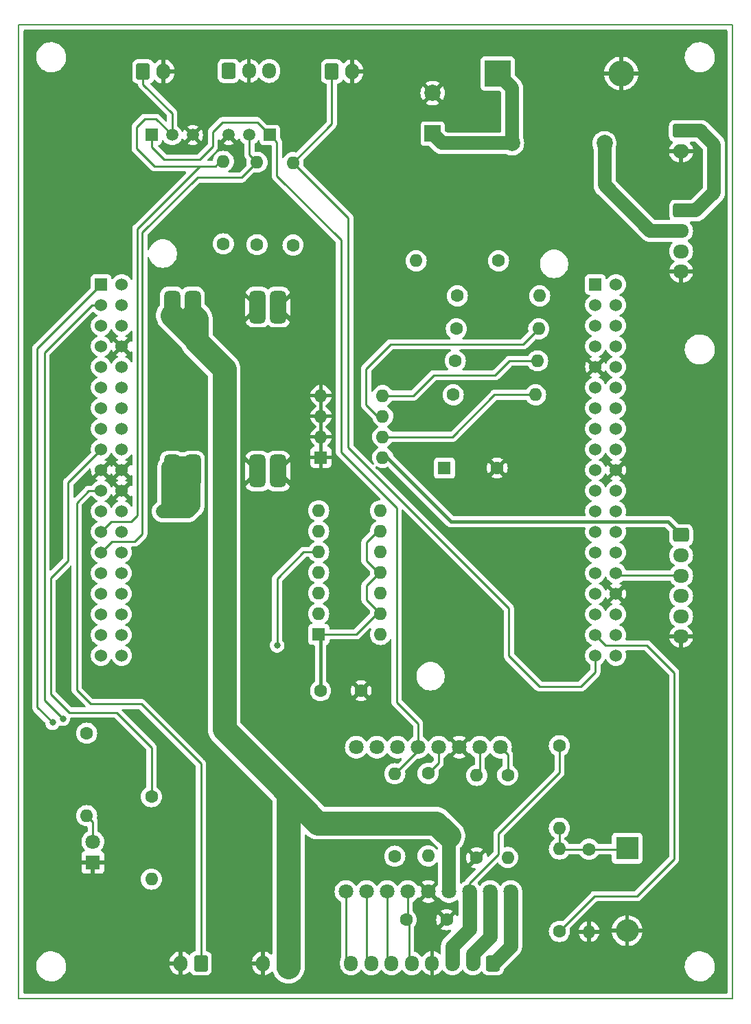
<source format=gbr>
%TF.GenerationSoftware,KiCad,Pcbnew,(7.0.0-0)*%
%TF.CreationDate,2023-07-19T10:46:02+09:00*%
%TF.ProjectId,Spct,53706374-2e6b-4696-9361-645f70636258,rev?*%
%TF.SameCoordinates,PX2540608PY1ee3f58*%
%TF.FileFunction,Copper,L2,Bot*%
%TF.FilePolarity,Positive*%
%FSLAX46Y46*%
G04 Gerber Fmt 4.6, Leading zero omitted, Abs format (unit mm)*
G04 Created by KiCad (PCBNEW (7.0.0-0)) date 2023-07-19 10:46:02*
%MOMM*%
%LPD*%
G01*
G04 APERTURE LIST*
G04 Aperture macros list*
%AMRoundRect*
0 Rectangle with rounded corners*
0 $1 Rounding radius*
0 $2 $3 $4 $5 $6 $7 $8 $9 X,Y pos of 4 corners*
0 Add a 4 corners polygon primitive as box body*
4,1,4,$2,$3,$4,$5,$6,$7,$8,$9,$2,$3,0*
0 Add four circle primitives for the rounded corners*
1,1,$1+$1,$2,$3*
1,1,$1+$1,$4,$5*
1,1,$1+$1,$6,$7*
1,1,$1+$1,$8,$9*
0 Add four rect primitives between the rounded corners*
20,1,$1+$1,$2,$3,$4,$5,0*
20,1,$1+$1,$4,$5,$6,$7,0*
20,1,$1+$1,$6,$7,$8,$9,0*
20,1,$1+$1,$8,$9,$2,$3,0*%
G04 Aperture macros list end*
%TA.AperFunction,NonConductor*%
%ADD10C,0.200000*%
%TD*%
%TA.AperFunction,ComponentPad*%
%ADD11RoundRect,0.500000X0.500000X-1.500000X0.500000X1.500000X-0.500000X1.500000X-0.500000X-1.500000X0*%
%TD*%
%TA.AperFunction,ComponentPad*%
%ADD12C,1.600000*%
%TD*%
%TA.AperFunction,ComponentPad*%
%ADD13O,1.600000X1.600000*%
%TD*%
%TA.AperFunction,ComponentPad*%
%ADD14R,1.530000X1.530000*%
%TD*%
%TA.AperFunction,ComponentPad*%
%ADD15C,1.530000*%
%TD*%
%TA.AperFunction,ComponentPad*%
%ADD16R,1.600000X1.600000*%
%TD*%
%TA.AperFunction,ComponentPad*%
%ADD17R,2.800000X2.800000*%
%TD*%
%TA.AperFunction,ComponentPad*%
%ADD18O,2.800000X2.800000*%
%TD*%
%TA.AperFunction,ComponentPad*%
%ADD19R,1.800000X1.800000*%
%TD*%
%TA.AperFunction,ComponentPad*%
%ADD20C,1.800000*%
%TD*%
%TA.AperFunction,ComponentPad*%
%ADD21RoundRect,0.250000X-0.725000X0.600000X-0.725000X-0.600000X0.725000X-0.600000X0.725000X0.600000X0*%
%TD*%
%TA.AperFunction,ComponentPad*%
%ADD22O,1.950000X1.700000*%
%TD*%
%TA.AperFunction,ComponentPad*%
%ADD23RoundRect,0.250000X-0.750000X0.600000X-0.750000X-0.600000X0.750000X-0.600000X0.750000X0.600000X0*%
%TD*%
%TA.AperFunction,ComponentPad*%
%ADD24O,2.000000X1.700000*%
%TD*%
%TA.AperFunction,ComponentPad*%
%ADD25RoundRect,0.250000X0.600000X0.725000X-0.600000X0.725000X-0.600000X-0.725000X0.600000X-0.725000X0*%
%TD*%
%TA.AperFunction,ComponentPad*%
%ADD26O,1.700000X1.950000*%
%TD*%
%TA.AperFunction,ComponentPad*%
%ADD27C,2.000000*%
%TD*%
%TA.AperFunction,ComponentPad*%
%ADD28RoundRect,0.250000X0.600000X0.750000X-0.600000X0.750000X-0.600000X-0.750000X0.600000X-0.750000X0*%
%TD*%
%TA.AperFunction,ComponentPad*%
%ADD29O,1.700000X2.000000*%
%TD*%
%TA.AperFunction,ComponentPad*%
%ADD30RoundRect,0.250000X-0.600000X-0.750000X0.600000X-0.750000X0.600000X0.750000X-0.600000X0.750000X0*%
%TD*%
%TA.AperFunction,ComponentPad*%
%ADD31R,3.200000X3.200000*%
%TD*%
%TA.AperFunction,ComponentPad*%
%ADD32O,3.200000X3.200000*%
%TD*%
%TA.AperFunction,ComponentPad*%
%ADD33R,1.500000X1.500000*%
%TD*%
%TA.AperFunction,ComponentPad*%
%ADD34C,1.500000*%
%TD*%
%TA.AperFunction,ComponentPad*%
%ADD35R,2.000000X2.000000*%
%TD*%
%TA.AperFunction,ComponentPad*%
%ADD36RoundRect,0.250000X-0.600000X-0.725000X0.600000X-0.725000X0.600000X0.725000X-0.600000X0.725000X0*%
%TD*%
%TA.AperFunction,ViaPad*%
%ADD37C,0.800000*%
%TD*%
%TA.AperFunction,Conductor*%
%ADD38C,0.250000*%
%TD*%
%TA.AperFunction,Conductor*%
%ADD39C,3.000000*%
%TD*%
%TA.AperFunction,Conductor*%
%ADD40C,1.700000*%
%TD*%
%TA.AperFunction,Conductor*%
%ADD41C,0.400000*%
%TD*%
%TA.AperFunction,Conductor*%
%ADD42C,1.800000*%
%TD*%
G04 APERTURE END LIST*
D10*
X0Y0D02*
X88000000Y0D01*
X88000000Y0D02*
X88000000Y-120000000D01*
X88000000Y-120000000D02*
X0Y-120000000D01*
X0Y-120000000D02*
X0Y0D01*
D11*
%TO.P,U5,1,VOUT*%
%TO.N,+12V*%
X18915000Y-54988500D03*
%TO.P,U5,2,VOUT*%
X21455000Y-54988500D03*
%TO.P,U5,3,GND*%
%TO.N,GND*%
X29455000Y-54988500D03*
%TO.P,U5,4,GND*%
X31995000Y-54988500D03*
%TO.P,U5,5,GND*%
X31995000Y-34788500D03*
%TO.P,U5,6,GND*%
X29455000Y-34788500D03*
%TO.P,U5,7,VIN*%
%TO.N,+24V*%
X21455000Y-34788500D03*
%TO.P,U5,8,VIN*%
X18915000Y-34788500D03*
%TD*%
D12*
%TO.P,R1,1*%
%TO.N,Net-(J5-Pin_3)*%
X59182000Y-29083000D03*
D13*
%TO.P,R1,2*%
%TO.N,SW_LED*%
X49021999Y-29082999D03*
%TD*%
D12*
%TO.P,R7,1*%
%TO.N,DRV_EN*%
X46389000Y-102439000D03*
D13*
%TO.P,R7,2*%
%TO.N,Net-(Q2-D)*%
X46388999Y-92278999D03*
%TD*%
D12*
%TO.P,R11,1*%
%TO.N,cRPM_METER*%
X16367000Y-95096000D03*
D13*
%TO.P,R11,2*%
%TO.N,Net-(J3-Pin_8)*%
X16366999Y-105255999D03*
%TD*%
D12*
%TO.P,R6,1*%
%TO.N,Net-(U3-DIR)*%
X50489000Y-92229000D03*
D13*
%TO.P,R6,2*%
%TO.N,DIR*%
X50488999Y-102388999D03*
%TD*%
D12*
%TO.P,R12,1*%
%TO.N,Net-(BZ1--)*%
X54102000Y-33401000D03*
D13*
%TO.P,R12,2*%
%TO.N,pBuzzer*%
X64261999Y-33400999D03*
%TD*%
D12*
%TO.P,R4,1*%
%TO.N,Phase_MON*%
X66689000Y-111689000D03*
D13*
%TO.P,R4,2*%
%TO.N,Net-(D3-K)*%
X66688999Y-101528999D03*
%TD*%
D12*
%TO.P,R16,1*%
%TO.N,+3V3*%
X53848000Y-41402000D03*
D13*
%TO.P,R16,2*%
%TO.N,SDA*%
X64007999Y-41401999D03*
%TD*%
D14*
%TO.P,U1,CN7_1,PC10*%
%TO.N,DIR*%
X10164199Y-31997999D03*
D15*
%TO.P,U1,CN7_2,PC11*%
%TO.N,READY_IN*%
X12704200Y-31998000D03*
%TO.P,U1,CN7_3,PC12*%
%TO.N,DRV_EN*%
X10164200Y-34538000D03*
%TO.P,U1,CN7_4,PD2*%
%TO.N,unconnected-(U1A-PD2-PadCN7_4)*%
X12704200Y-34538000D03*
%TO.P,U1,CN7_5,VDD*%
%TO.N,unconnected-(U1A-VDD-PadCN7_5)*%
X10164200Y-37078000D03*
%TO.P,U1,CN7_6,E5V*%
%TO.N,unconnected-(U1A-E5V-PadCN7_6)*%
X12704200Y-37078000D03*
%TO.P,U1,CN7_7,BOOT0*%
%TO.N,unconnected-(U1A-BOOT0-PadCN7_7)*%
X10164200Y-39618000D03*
%TO.P,U1,CN7_8,GND_S1*%
%TO.N,GND*%
X12704200Y-39618000D03*
%TO.P,U1,CN7_9*%
%TO.N,N/C*%
X10164200Y-42158000D03*
%TO.P,U1,CN7_10*%
X12704200Y-42158000D03*
%TO.P,U1,CN7_11*%
X10164200Y-44698000D03*
%TO.P,U1,CN7_12,IOREF_S1*%
%TO.N,unconnected-(U1A-IOREF_S1-PadCN7_12)*%
X12704200Y-44698000D03*
%TO.P,U1,CN7_13,PA13*%
%TO.N,unconnected-(U1A-PA13-PadCN7_13)*%
X10164200Y-47238000D03*
%TO.P,U1,CN7_14,RESET_S1*%
%TO.N,unconnected-(U1A-RESET_S1-PadCN7_14)*%
X12704200Y-47238000D03*
%TO.P,U1,CN7_15,PA14*%
%TO.N,unconnected-(U1A-PA14-PadCN7_15)*%
X10164200Y-49778000D03*
%TO.P,U1,CN7_16,+3V3_S1*%
%TO.N,+3V3*%
X12704200Y-49778000D03*
%TO.P,U1,CN7_17,PA15*%
%TO.N,cRPM_METER*%
X10164200Y-52318000D03*
%TO.P,U1,CN7_18,+5V_S1*%
%TO.N,+5V*%
X12704200Y-52318000D03*
%TO.P,U1,CN7_19,GND_S1*%
%TO.N,GND*%
X10164200Y-54858000D03*
%TO.P,U1,CN7_20,GND_S1*%
X12704200Y-54858000D03*
%TO.P,U1,CN7_21,PB7*%
%TO.N,PWM_SPEED*%
X10164200Y-57398000D03*
%TO.P,U1,CN7_22,GND_S1*%
%TO.N,GND*%
X12704200Y-57398000D03*
%TO.P,U1,CN7_23,PC13*%
%TO.N,SW_LED*%
X10164200Y-59938000D03*
%TO.P,U1,CN7_24,VIN_S1*%
%TO.N,+12V*%
X12704200Y-59938000D03*
%TO.P,U1,CN7_25,PC14*%
%TO.N,EMO*%
X10164200Y-62478000D03*
%TO.P,U1,CN7_26*%
%TO.N,N/C*%
X12704200Y-62478000D03*
%TO.P,U1,CN7_27,PC15*%
%TO.N,Lid_Sensor*%
X10164200Y-65018000D03*
%TO.P,U1,CN7_28,PA0*%
%TO.N,unconnected-(U1A-PA0-PadCN7_28)*%
X12704200Y-65018000D03*
%TO.P,U1,CN7_29,PH0*%
%TO.N,unconnected-(U1A-PH0-PadCN7_29)*%
X10164200Y-67558000D03*
%TO.P,U1,CN7_30,PA1*%
%TO.N,unconnected-(U1A-PA1-PadCN7_30)*%
X12704200Y-67558000D03*
%TO.P,U1,CN7_31,PH1*%
%TO.N,unconnected-(U1A-PH1-PadCN7_31)*%
X10164200Y-70098000D03*
%TO.P,U1,CN7_32,PA4*%
%TO.N,unconnected-(U1A-PA4-PadCN7_32)*%
X12704200Y-70098000D03*
%TO.P,U1,CN7_33,VBAT*%
%TO.N,unconnected-(U1A-VBAT-PadCN7_33)*%
X10164200Y-72638000D03*
%TO.P,U1,CN7_34,PB0*%
%TO.N,unconnected-(U1A-PB0-PadCN7_34)*%
X12704200Y-72638000D03*
%TO.P,U1,CN7_35,PC2*%
%TO.N,MISO*%
X10164200Y-75178000D03*
%TO.P,U1,CN7_36,PC1/PB9*%
%TO.N,unconnected-(U1A-PC1{slash}PB9-PadCN7_36)*%
X12704200Y-75178000D03*
%TO.P,U1,CN7_37,PC3*%
%TO.N,MOSI*%
X10164200Y-77718000D03*
%TO.P,U1,CN7_38,PC0/PB8*%
%TO.N,unconnected-(U1A-PC0{slash}PB8-PadCN7_38)*%
X12704200Y-77718000D03*
D14*
%TO.P,U1,CN10_1,PC9*%
%TO.N,unconnected-(U1B-PC9-PadCN10_1)*%
X71124199Y-31997999D03*
D15*
%TO.P,U1,CN10_2,PC8*%
%TO.N,unconnected-(U1B-PC8-PadCN10_2)*%
X73664200Y-31998000D03*
%TO.P,U1,CN10_3,PB8*%
%TO.N,SCL*%
X71124200Y-34538000D03*
%TO.P,U1,CN10_4,PC6*%
%TO.N,pBuzzer*%
X73664200Y-34538000D03*
%TO.P,U1,CN10_5,PB9*%
%TO.N,SDA*%
X71124200Y-37078000D03*
%TO.P,U1,CN10_6,PC5*%
%TO.N,unconnected-(U1B-PC5-PadCN10_6)*%
X73664200Y-37078000D03*
%TO.P,U1,CN10_7,AVDD*%
%TO.N,unconnected-(U1B-AVDD-PadCN10_7)*%
X71124200Y-39618000D03*
%TO.P,U1,CN10_8,U5V*%
%TO.N,unconnected-(U1B-U5V-PadCN10_8)*%
X73664200Y-39618000D03*
%TO.P,U1,CN10_9,GND_S2*%
%TO.N,GND*%
X71124200Y-42158000D03*
%TO.P,U1,CN10_10*%
%TO.N,N/C*%
X73664200Y-42158000D03*
%TO.P,U1,CN10_11,PA5*%
%TO.N,unconnected-(U1B-PA5-PadCN10_11)*%
X71124200Y-44698000D03*
%TO.P,U1,CN10_12,PA12*%
%TO.N,unconnected-(U1B-PA12-PadCN10_12)*%
X73664200Y-44698000D03*
%TO.P,U1,CN10_13,PA6*%
%TO.N,unconnected-(U1B-PA6-PadCN10_13)*%
X71124200Y-47238000D03*
%TO.P,U1,CN10_14,PA11*%
%TO.N,unconnected-(U1B-PA11-PadCN10_14)*%
X73664200Y-47238000D03*
%TO.P,U1,CN10_15,PA7*%
%TO.N,unconnected-(U1B-PA7-PadCN10_15)*%
X71124200Y-49778000D03*
%TO.P,U1,CN10_16,PB12*%
%TO.N,ADC_CS*%
X73664200Y-49778000D03*
%TO.P,U1,CN10_17,PB6*%
%TO.N,unconnected-(U1B-PB6-PadCN10_17)*%
X71124200Y-52318000D03*
%TO.P,U1,CN10_18*%
%TO.N,N/C*%
X73664200Y-52318000D03*
%TO.P,U1,CN10_19,PC7*%
%TO.N,unconnected-(U1B-PC7-PadCN10_19)*%
X71124200Y-54858000D03*
%TO.P,U1,CN10_20,GND_S2*%
%TO.N,GND*%
X73664200Y-54858000D03*
%TO.P,U1,CN10_21,PA9*%
%TO.N,unconnected-(U1B-PA9-PadCN10_21)*%
X71124200Y-57398000D03*
%TO.P,U1,CN10_22,PB2*%
%TO.N,WP*%
X73664200Y-57398000D03*
%TO.P,U1,CN10_23,PA8*%
%TO.N,unconnected-(U1B-PA8-PadCN10_23)*%
X71124200Y-59938000D03*
%TO.P,U1,CN10_24,PB1*%
%TO.N,unconnected-(U1B-PB1-PadCN10_24)*%
X73664200Y-59938000D03*
%TO.P,U1,CN10_25,PB10*%
%TO.N,unconnected-(U1B-PB10-PadCN10_25)*%
X71124200Y-62478000D03*
%TO.P,U1,CN10_26,PB15*%
%TO.N,ENC_CS*%
X73664200Y-62478000D03*
%TO.P,U1,CN10_27,PB4*%
%TO.N,unconnected-(U1B-PB4-PadCN10_27)*%
X71124200Y-65018000D03*
%TO.P,U1,CN10_28,PB14*%
%TO.N,ADC_UPDATE*%
X73664200Y-65018000D03*
%TO.P,U1,CN10_29,PB5*%
%TO.N,unconnected-(U1B-PB5-PadCN10_29)*%
X71124200Y-67558000D03*
%TO.P,U1,CN10_30,PB13*%
%TO.N,SCK*%
X73664200Y-67558000D03*
%TO.P,U1,CN10_31,PB3*%
%TO.N,unconnected-(U1B-PB3-PadCN10_31)*%
X71124200Y-70098000D03*
%TO.P,U1,CN10_32,AGND*%
%TO.N,GND*%
X73664200Y-70098000D03*
%TO.P,U1,CN10_33,PA10*%
%TO.N,unconnected-(U1B-PA10-PadCN10_33)*%
X71124200Y-72638000D03*
%TO.P,U1,CN10_34,PC4*%
%TO.N,unconnected-(U1B-PC4-PadCN10_34)*%
X73664200Y-72638000D03*
%TO.P,U1,CN10_35,PA2*%
%TO.N,Phase_MON*%
X71124200Y-75178000D03*
%TO.P,U1,CN10_36*%
%TO.N,N/C*%
X73664200Y-75178000D03*
%TO.P,U1,CN10_37,PA3*%
%TO.N,TEMP*%
X71124200Y-77718000D03*
%TO.P,U1,CN10_38*%
%TO.N,N/C*%
X73664200Y-77718000D03*
%TD*%
D12*
%TO.P,R3,1*%
%TO.N,Net-(D3-K)*%
X70342000Y-101573000D03*
D13*
%TO.P,R3,2*%
%TO.N,GND*%
X70341999Y-111732999D03*
%TD*%
D12*
%TO.P,R2,1*%
%TO.N,Net-(J3-Pin_3)*%
X66689000Y-88809000D03*
D13*
%TO.P,R2,2*%
%TO.N,Net-(D3-K)*%
X66688999Y-98968999D03*
%TD*%
D16*
%TO.P,BZ1,1,-*%
%TO.N,Net-(BZ1--)*%
X52502999Y-54609999D03*
D12*
%TO.P,BZ1,2,+*%
%TO.N,GND*%
X59003000Y-54610000D03*
%TD*%
D17*
%TO.P,D3,1,K*%
%TO.N,Net-(D3-K)*%
X75040999Y-101445999D03*
D18*
%TO.P,D3,2,A*%
%TO.N,GND*%
X75040999Y-111605999D03*
%TD*%
D19*
%TO.P,D4,1,K*%
%TO.N,GND*%
X9138999Y-103183999D03*
D20*
%TO.P,D4,2,A*%
%TO.N,Net-(D4-A)*%
X9139000Y-100644000D03*
%TD*%
D12*
%TO.P,R17,1*%
%TO.N,+3V3*%
X53975000Y-37465000D03*
D13*
%TO.P,R17,2*%
%TO.N,SCL*%
X64134999Y-37464999D03*
%TD*%
D12*
%TO.P,R9,1*%
%TO.N,Net-(U3-Speed_SET)*%
X60309000Y-92429000D03*
D13*
%TO.P,R9,2*%
%TO.N,aSPEED*%
X60308999Y-102588999D03*
%TD*%
D12*
%TO.P,R18,1*%
%TO.N,+3V3*%
X53594000Y-45593000D03*
D13*
%TO.P,R18,2*%
%TO.N,WP*%
X63753999Y-45592999D03*
%TD*%
D12*
%TO.P,R5,1*%
%TO.N,READY_IN*%
X8389000Y-87279000D03*
D13*
%TO.P,R5,2*%
%TO.N,Net-(D4-A)*%
X8388999Y-97438999D03*
%TD*%
D12*
%TO.P,R10,1*%
%TO.N,GND*%
X56489000Y-102639000D03*
D13*
%TO.P,R10,2*%
%TO.N,Net-(U3-CUR_LIM)*%
X56488999Y-92478999D03*
%TD*%
D20*
%TO.P,U3,1,W1*%
%TO.N,Net-(J3-Pin_1)*%
X60690000Y-106780000D03*
%TO.P,U3,2,W2*%
%TO.N,Net-(J3-Pin_2)*%
X58150000Y-106780000D03*
%TO.P,U3,3,W3*%
%TO.N,Net-(J3-Pin_3)*%
X55610000Y-106780000D03*
%TO.P,U3,4,VCC*%
%TO.N,+24V*%
X53070000Y-106780000D03*
%TO.P,U3,5,GND*%
%TO.N,GND*%
X50530000Y-106780000D03*
%TO.P,U3,6,HALL_5V*%
%TO.N,+24V*%
X47990000Y-106780000D03*
%TO.P,U3,7,H1*%
%TO.N,Net-(J3-Pin_6)*%
X45450000Y-106780000D03*
%TO.P,U3,8,H2*%
%TO.N,Net-(J3-Pin_7)*%
X42910000Y-106780000D03*
%TO.P,U3,9,H3*%
%TO.N,Net-(J3-Pin_8)*%
X40370000Y-106780000D03*
%TO.P,U3,10,Ready*%
%TO.N,READY_IN*%
X41640000Y-89000000D03*
%TO.P,U3,11,DigIN1*%
%TO.N,unconnected-(U3-DigIN1-Pad11)*%
X44180000Y-89000000D03*
%TO.P,U3,12,DigIN2*%
%TO.N,unconnected-(U3-DigIN2-Pad12)*%
X46720000Y-89000000D03*
%TO.P,U3,13,EN*%
%TO.N,Net-(Q2-D)*%
X49260000Y-89000000D03*
%TO.P,U3,14,DIR*%
%TO.N,Net-(U3-DIR)*%
X51800000Y-89000000D03*
%TO.P,U3,15,GND*%
%TO.N,GND*%
X54340000Y-89000000D03*
%TO.P,U3,16,CUR_LIM*%
%TO.N,Net-(U3-CUR_LIM)*%
X56880000Y-89000000D03*
%TO.P,U3,17,Speed_SET*%
%TO.N,Net-(U3-Speed_SET)*%
X59420000Y-89000000D03*
%TD*%
D21*
%TO.P,J5,1,Pin_1*%
%TO.N,Net-(J1-Pin_1)*%
X81700000Y-22900000D03*
D22*
%TO.P,J5,2,Pin_2*%
%TO.N,Net-(J5-Pin_2)*%
X81699999Y-25399999D03*
%TO.P,J5,3,Pin_3*%
%TO.N,Net-(J5-Pin_3)*%
X81699999Y-27899999D03*
%TO.P,J5,4,Pin_4*%
%TO.N,GND*%
X81699999Y-30399999D03*
%TD*%
D23*
%TO.P,J1,1,Pin_1*%
%TO.N,Net-(J1-Pin_1)*%
X81700000Y-13081000D03*
D24*
%TO.P,J1,2,Pin_2*%
%TO.N,GND*%
X81699999Y-15580999D03*
%TD*%
D25*
%TO.P,J3,1,Pin_1*%
%TO.N,Net-(J3-Pin_1)*%
X58491000Y-115624000D03*
D26*
%TO.P,J3,2,Pin_2*%
%TO.N,Net-(J3-Pin_2)*%
X55990999Y-115623999D03*
%TO.P,J3,3,Pin_3*%
%TO.N,Net-(J3-Pin_3)*%
X53490999Y-115623999D03*
%TO.P,J3,4,Pin_4*%
%TO.N,GND*%
X50990999Y-115623999D03*
%TO.P,J3,5,Pin_5*%
%TO.N,+24V*%
X48490999Y-115623999D03*
%TO.P,J3,6,Pin_6*%
%TO.N,Net-(J3-Pin_6)*%
X45990999Y-115623999D03*
%TO.P,J3,7,Pin_7*%
%TO.N,Net-(J3-Pin_7)*%
X43490999Y-115623999D03*
%TO.P,J3,8,Pin_8*%
%TO.N,Net-(J3-Pin_8)*%
X40990999Y-115623999D03*
%TD*%
D12*
%TO.P,R13,1*%
%TO.N,+3V3*%
X29389000Y-27089000D03*
D13*
%TO.P,R13,2*%
%TO.N,Lid_Sensor*%
X29388999Y-16928999D03*
%TD*%
D27*
%TO.P,F1,1*%
%TO.N,+24V*%
X60848000Y-14605000D03*
%TO.P,F1,2*%
%TO.N,Net-(J5-Pin_2)*%
X72248000Y-14605000D03*
%TD*%
D28*
%TO.P,J8,1,Pin_1*%
%TO.N,PWM_SPEED*%
X22463000Y-115624000D03*
D29*
%TO.P,J8,2,Pin_2*%
%TO.N,GND*%
X19962999Y-115623999D03*
%TD*%
D30*
%TO.P,J6,1,Pin_1*%
%TO.N,TEMP*%
X38628000Y-5761000D03*
D29*
%TO.P,J6,2,Pin_2*%
%TO.N,GND*%
X41127999Y-5760999D03*
%TD*%
D31*
%TO.P,D2,1,K*%
%TO.N,+24V*%
X59079999Y-5999999D03*
D32*
%TO.P,D2,2,A*%
%TO.N,GND*%
X74319999Y-5999999D03*
%TD*%
D12*
%TO.P,R14,1*%
%TO.N,+3V3*%
X25239000Y-26989000D03*
D13*
%TO.P,R14,2*%
%TO.N,EMO*%
X25238999Y-16828999D03*
%TD*%
D12*
%TO.P,R8,1*%
%TO.N,+3V3*%
X33839000Y-27139000D03*
D13*
%TO.P,R8,2*%
%TO.N,TEMP*%
X33838999Y-16978999D03*
%TD*%
D16*
%TO.P,U4,1,A0*%
%TO.N,GND*%
X37275999Y-53298599D03*
D13*
%TO.P,U4,2,A1*%
X37275999Y-50758599D03*
%TO.P,U4,3,A2*%
X37275999Y-48218599D03*
%TO.P,U4,4,GND*%
X37275999Y-45678599D03*
%TO.P,U4,5,SDA*%
%TO.N,SDA*%
X44895999Y-45678599D03*
%TO.P,U4,6,SCL*%
%TO.N,SCL*%
X44895999Y-48218599D03*
%TO.P,U4,7,WP*%
%TO.N,WP*%
X44895999Y-50758599D03*
%TO.P,U4,8,VCC*%
%TO.N,+3V3*%
X44895999Y-53298599D03*
%TD*%
D33*
%TO.P,Q3,1,D*%
%TO.N,Net-(Q2-D)*%
X30987999Y-13588999D03*
D34*
%TO.P,Q3,2,G*%
%TO.N,Lid_Sensor*%
X28448000Y-13589000D03*
%TO.P,Q3,3,S*%
%TO.N,GND*%
X25908000Y-13589000D03*
%TD*%
D28*
%TO.P,J9,1,Pin_1*%
%TO.N,+24V*%
X32643000Y-115624000D03*
D29*
%TO.P,J9,2,Pin_2*%
%TO.N,GND*%
X30142999Y-115623999D03*
%TD*%
D21*
%TO.P,J7,1,Pin_1*%
%TO.N,+3V3*%
X81700000Y-62865000D03*
D22*
%TO.P,J7,2,Pin_2*%
%TO.N,ENC_CS*%
X81699999Y-65364999D03*
%TO.P,J7,3,Pin_3*%
%TO.N,SCK*%
X81699999Y-67864999D03*
%TO.P,J7,4,Pin_4*%
%TO.N,MOSI*%
X81699999Y-70364999D03*
%TO.P,J7,5,Pin_5*%
%TO.N,MISO*%
X81699999Y-72864999D03*
%TO.P,J7,6,Pin_6*%
%TO.N,GND*%
X81699999Y-75364999D03*
%TD*%
D35*
%TO.P,C1,1*%
%TO.N,+24V*%
X51053999Y-13416676D03*
D27*
%TO.P,C1,2*%
%TO.N,GND*%
X51054000Y-8416677D03*
%TD*%
D30*
%TO.P,J4,1,Pin_1*%
%TO.N,EMO*%
X15347000Y-5761000D03*
D29*
%TO.P,J4,2,Pin_2*%
%TO.N,GND*%
X17846999Y-5760999D03*
%TD*%
D12*
%TO.P,C3,1*%
%TO.N,+5V*%
X37231000Y-82042000D03*
%TO.P,C3,2*%
%TO.N,GND*%
X42231000Y-82042000D03*
%TD*%
%TO.P,C2,1*%
%TO.N,+24V*%
X47789000Y-110259000D03*
%TO.P,C2,2*%
%TO.N,GND*%
X52789000Y-110259000D03*
%TD*%
D33*
%TO.P,Q2,1,D*%
%TO.N,Net-(Q2-D)*%
X16382999Y-13588999D03*
D34*
%TO.P,Q2,2,G*%
%TO.N,EMO*%
X18923000Y-13589000D03*
%TO.P,Q2,3,S*%
%TO.N,GND*%
X21463000Y-13589000D03*
%TD*%
D16*
%TO.P,U2,1,VDD*%
%TO.N,+5V*%
X37000799Y-75106799D03*
D13*
%TO.P,U2,2,NC*%
%TO.N,unconnected-(U2-NC-Pad2)*%
X37000799Y-72566799D03*
%TO.P,U2,3,~{CS}*%
%TO.N,ADC_CS*%
X37000799Y-70026799D03*
%TO.P,U2,4,SCK*%
%TO.N,SCK*%
X37000799Y-67486799D03*
%TO.P,U2,5,SDI*%
%TO.N,MOSI*%
X37000799Y-64946799D03*
%TO.P,U2,6,NC*%
%TO.N,unconnected-(U2-NC-Pad6)*%
X37000799Y-62406799D03*
%TO.P,U2,7,NC*%
%TO.N,unconnected-(U2-NC-Pad7)*%
X37000799Y-59866799D03*
%TO.P,U2,8,~{LDAC}*%
%TO.N,ADC_UPDATE*%
X44620799Y-59866799D03*
%TO.P,U2,9,~{SHDN}*%
%TO.N,+5V*%
X44620799Y-62406799D03*
%TO.P,U2,10,VoutB*%
%TO.N,unconnected-(U2-VoutB-Pad10)*%
X44620799Y-64946799D03*
%TO.P,U2,11,VrefB*%
%TO.N,+5V*%
X44620799Y-67486799D03*
%TO.P,U2,12,AVSS*%
%TO.N,GND*%
X44620799Y-70026799D03*
%TO.P,U2,13,VrefA*%
%TO.N,+5V*%
X44620799Y-72566799D03*
%TO.P,U2,14,VoutA*%
%TO.N,aSPEED*%
X44620799Y-75106799D03*
%TD*%
D36*
%TO.P,J2,1,Pin_1*%
%TO.N,+3V3*%
X25888000Y-5680000D03*
D26*
%TO.P,J2,2,Pin_2*%
%TO.N,GND*%
X28387999Y-5679999D03*
%TO.P,J2,3,Pin_3*%
%TO.N,Lid_Sensor*%
X30887999Y-5679999D03*
%TD*%
D37*
%TO.N,GND*%
X21439000Y-21509000D03*
X76356600Y-89884600D03*
X67568200Y-83331400D03*
X60608600Y-82975800D03*
X62234200Y-101365400D03*
X21441800Y-76930600D03*
X43489000Y-32175800D03*
X24439000Y-102737000D03*
X48873800Y-118942200D03*
X63097800Y-76117800D03*
X80725400Y-1187800D03*
X1172600Y-8249000D03*
X7471800Y-118789800D03*
X1172600Y-79064200D03*
X40496000Y-61538200D03*
X37697800Y-109899800D03*
X4339000Y-41359000D03*
X48010200Y-43961400D03*
X86770600Y-12719400D03*
X8538600Y-25419400D03*
X37139000Y-115741800D03*
X66044200Y-46857000D03*
X4119000Y-89986200D03*
X34243400Y-14903800D03*
X1325000Y-105581800D03*
X46537000Y-41015000D03*
X79760200Y-55442200D03*
X40999800Y-95472600D03*
X40136200Y-1137000D03*
X20730600Y-93135800D03*
X7389000Y-52584000D03*
X7764000Y-38709000D03*
X20324200Y-97199800D03*
X26139000Y-35309000D03*
X12653400Y-115843400D03*
X76102600Y-64891000D03*
X39429200Y-72511000D03*
X40339400Y-118891400D03*
X19867000Y-62554200D03*
X80623800Y-118535800D03*
X75739000Y-74009000D03*
X18597000Y-1238600D03*
X6557400Y-107969400D03*
X5135000Y-102229000D03*
X39069400Y-18256600D03*
X86821400Y-22981000D03*
X47502200Y-49143000D03*
X38510600Y-85566600D03*
X34446600Y-90799000D03*
X69498600Y-53562600D03*
X27233000Y-118840600D03*
X1172600Y-54883400D03*
X59491000Y-1137000D03*
X86821400Y-98419000D03*
X65383800Y-14700600D03*
X63351800Y-63570200D03*
X49127800Y-52800600D03*
X41156400Y-71190200D03*
X20839000Y-9159000D03*
X29417400Y-984600D03*
X40445200Y-67380200D03*
X15091800Y-70987000D03*
X1172600Y-87192200D03*
X1071000Y-34004600D03*
X76763000Y-17139000D03*
X63453400Y-67634200D03*
X86669000Y-88767000D03*
X31906600Y-84347400D03*
X68635000Y-67532600D03*
X7167000Y-83534600D03*
X48416600Y-62503400D03*
X48111800Y-25978200D03*
X68482600Y-59811000D03*
X39089000Y-92659000D03*
X83671800Y-105073800D03*
X53852200Y-62909800D03*
X48467400Y-67786600D03*
X69498600Y-45891800D03*
X34649800Y-10128600D03*
X86872200Y-6979000D03*
X16615800Y-107105800D03*
X1071000Y-67939000D03*
X20679800Y-71037800D03*
X86973800Y-28619800D03*
X27131400Y-9112600D03*
X58322600Y-24606600D03*
X68584200Y-64433800D03*
X63047000Y-105835800D03*
X1375800Y-110966600D03*
X55782600Y-59557000D03*
X70413000Y-118637400D03*
X68635000Y-56763000D03*
X83316200Y-94151800D03*
X29061800Y-107359800D03*
X61878600Y-30804200D03*
X53293400Y-21253800D03*
X49788200Y-47212600D03*
X56493800Y-56051800D03*
X4389000Y-53859000D03*
X11129400Y-81451800D03*
X17733400Y-83890200D03*
X40648400Y-76727400D03*
X25639000Y-20059000D03*
X86872200Y-36392200D03*
X50245400Y-32582200D03*
X43387400Y-14446600D03*
X15142600Y-76879800D03*
X86669000Y-79775400D03*
X49788200Y-59455400D03*
X42523800Y-38932200D03*
X86872200Y-112947800D03*
X35970600Y-101467000D03*
X53852200Y-67634200D03*
X51871000Y-40811800D03*
X79049000Y-66719800D03*
X58271800Y-118891400D03*
X41900400Y-49039400D03*
X54360200Y-78048200D03*
X79760200Y-47771400D03*
X10316600Y-13176600D03*
X48416600Y-1289400D03*
X46079800Y-86328600D03*
X67669800Y-7334600D03*
X86719800Y-59963400D03*
X67439000Y-36109000D03*
X1071000Y-44215400D03*
X31539000Y-24159000D03*
X58576600Y-72612600D03*
X15091800Y-65297400D03*
X62589800Y-51327400D03*
X1223400Y-97657000D03*
X78693400Y-62401800D03*
X79201400Y-71596600D03*
X65129800Y-20695000D03*
X45521000Y-7690200D03*
X16768200Y-118789800D03*
X18039000Y-18909000D03*
X24134200Y-97403000D03*
X56689000Y-98009000D03*
X86872200Y-52749800D03*
X48873800Y-71749000D03*
X21664000Y-15609000D03*
X68685800Y-74136600D03*
X13110600Y-94253400D03*
X70819400Y-28721400D03*
X21441800Y-81553400D03*
X72495800Y-79470600D03*
X969400Y-21711000D03*
X70717800Y-1086200D03*
X8233800Y-1238600D03*
X86770600Y-68294600D03*
X26572600Y-112947800D03*
X67639000Y-41159000D03*
X86923000Y-43097800D03*
X34599000Y-5455000D03*
X61439000Y-43459000D03*
X53242600Y-48228600D03*
X78795000Y-80588200D03*
X62488200Y-59506200D03*
X79404600Y-9112600D03*
X18444600Y-90138600D03*
%TO.N,+12V*%
X20171800Y-59963400D03*
X19308200Y-59963400D03*
X17581000Y-59963400D03*
X18444600Y-59963400D03*
%TO.N,MOSI*%
X31877000Y-76454000D03*
%TO.N,DIR*%
X4175000Y-85975000D03*
%TO.N,DRV_EN*%
X5445000Y-85485000D03*
%TD*%
D38*
%TO.N,Lid_Sensor*%
X29718000Y-16600000D02*
X27509000Y-18809000D01*
X27509000Y-18809000D02*
X22039000Y-18809000D01*
X22039000Y-18809000D02*
X15239000Y-25609000D01*
X15239000Y-25609000D02*
X15239000Y-62739000D01*
X15239000Y-62739000D02*
X14306200Y-63671800D01*
X14306200Y-63671800D02*
X11512200Y-63671800D01*
X11512200Y-63671800D02*
X10160000Y-65024000D01*
%TO.N,EMO*%
X24239000Y-17409000D02*
X22339000Y-17409000D01*
X14639000Y-60418000D02*
X13843000Y-61214000D01*
X22339000Y-17409000D02*
X14639000Y-25109000D01*
X14639000Y-25109000D02*
X14639000Y-60418000D01*
X13843000Y-61214000D02*
X11430000Y-61214000D01*
X11430000Y-61214000D02*
X10160000Y-62484000D01*
X24819000Y-16829000D02*
X24239000Y-17409000D01*
X24239000Y-17409000D02*
X16739000Y-17409000D01*
X16739000Y-17409000D02*
X14539000Y-15209000D01*
X15539000Y-11609000D02*
X16943000Y-11609000D01*
X16943000Y-11609000D02*
X18923000Y-13589000D01*
X14539000Y-15209000D02*
X14539000Y-12609000D01*
X14539000Y-12609000D02*
X15539000Y-11609000D01*
X25239000Y-16829000D02*
X24819000Y-16829000D01*
%TO.N,SCL*%
X44896000Y-48218600D02*
X44248600Y-48218600D01*
X44248600Y-48218600D02*
X42839000Y-46809000D01*
X42839000Y-46809000D02*
X42839000Y-42378000D01*
X45847000Y-39370000D02*
X62230000Y-39370000D01*
X42839000Y-42378000D02*
X45847000Y-39370000D01*
X62230000Y-39370000D02*
X64135000Y-37465000D01*
%TO.N,Net-(Q2-D)*%
X30988000Y-13589000D02*
X31839000Y-14440000D01*
X49260000Y-86130000D02*
X49260000Y-89000000D01*
X31839000Y-14440000D02*
X31839000Y-18609000D01*
X31839000Y-18609000D02*
X39739000Y-26509000D01*
X39739000Y-26509000D02*
X39739000Y-52657400D01*
X39739000Y-52657400D02*
X46609000Y-59527400D01*
X46609000Y-59527400D02*
X46609000Y-83479000D01*
X46609000Y-83479000D02*
X49260000Y-86130000D01*
%TO.N,TEMP*%
X33839000Y-16979000D02*
X40639000Y-23779000D01*
X64262000Y-81534000D02*
X69342000Y-81534000D01*
X71120000Y-79756000D02*
X71120000Y-77724000D01*
X40639000Y-23779000D02*
X40639000Y-52069000D01*
X40639000Y-52069000D02*
X60452000Y-71882000D01*
X60452000Y-77724000D02*
X64262000Y-81534000D01*
X60452000Y-71882000D02*
X60452000Y-77724000D01*
X69342000Y-81534000D02*
X71120000Y-79756000D01*
D39*
%TO.N,+24V*%
X32643000Y-94100000D02*
X25339000Y-86796000D01*
X25339000Y-42409000D02*
X21916200Y-38986200D01*
X25339000Y-86796000D02*
X25339000Y-42409000D01*
X21916200Y-38986200D02*
X21916200Y-38789700D01*
X21916200Y-38789700D02*
X18952720Y-35826220D01*
X21916200Y-36249700D02*
X21455000Y-35788500D01*
X21916200Y-38986200D02*
X21916200Y-36249700D01*
D40*
%TO.N,+12V*%
X20152400Y-59944000D02*
X20152400Y-55291100D01*
X20152400Y-55291100D02*
X21455000Y-53988500D01*
X21455000Y-53988500D02*
X18915000Y-53988500D01*
X18464000Y-59944000D02*
X18464000Y-54439500D01*
X18464000Y-54439500D02*
X18915000Y-53988500D01*
X20904000Y-59944000D02*
X21539000Y-59309000D01*
X21539000Y-59309000D02*
X21539000Y-54072500D01*
X20447000Y-59944000D02*
X20904000Y-59944000D01*
X21539000Y-54072500D02*
X21455000Y-53988500D01*
D38*
%TO.N,Net-(Q2-D)*%
X16383000Y-15053000D02*
X17939000Y-16609000D01*
X29408000Y-12009000D02*
X30988000Y-13589000D01*
X17939000Y-16609000D02*
X22339000Y-16609000D01*
X16383000Y-13589000D02*
X16383000Y-15053000D01*
X22339000Y-16609000D02*
X23939000Y-15009000D01*
X23939000Y-13209000D02*
X25139000Y-12009000D01*
X23939000Y-15009000D02*
X23939000Y-13209000D01*
X25139000Y-12009000D02*
X29408000Y-12009000D01*
%TO.N,EMO*%
X18923000Y-13589000D02*
X18923000Y-10922000D01*
X18923000Y-10922000D02*
X15347000Y-7346000D01*
X15347000Y-7346000D02*
X15347000Y-5761000D01*
%TO.N,Lid_Sensor*%
X28448000Y-13589000D02*
X28448000Y-15988000D01*
X28448000Y-15988000D02*
X29389000Y-16929000D01*
X28448000Y-13705800D02*
X28452200Y-13710000D01*
X28448000Y-13589000D02*
X28448000Y-13705800D01*
D41*
%TO.N,+3V3*%
X81700000Y-62865000D02*
X80049000Y-61214000D01*
X80049000Y-61214000D02*
X53340000Y-61214000D01*
X53340000Y-61214000D02*
X45424600Y-53298600D01*
X45424600Y-53298600D02*
X44896000Y-53298600D01*
D38*
%TO.N,WP*%
X44896000Y-50758600D02*
X53508400Y-50758600D01*
X53508400Y-50758600D02*
X58674000Y-45593000D01*
X58674000Y-45593000D02*
X63754000Y-45593000D01*
%TO.N,SDA*%
X44896000Y-45678600D02*
X48682400Y-45678600D01*
X48682400Y-45678600D02*
X51181000Y-43180000D01*
X51181000Y-43180000D02*
X58768000Y-43180000D01*
X58768000Y-43180000D02*
X60546000Y-41402000D01*
X60546000Y-41402000D02*
X64008000Y-41402000D01*
D41*
%TO.N,+5V*%
X37231000Y-82042000D02*
X37231000Y-75337000D01*
X37231000Y-75337000D02*
X37000800Y-75106800D01*
D38*
%TO.N,MOSI*%
X31877000Y-76454000D02*
X31877000Y-68214000D01*
X31877000Y-68214000D02*
X35144200Y-64946800D01*
X35144200Y-64946800D02*
X37000800Y-64946800D01*
%TO.N,Net-(Q2-D)*%
X30988000Y-13589000D02*
X31564000Y-14165000D01*
D39*
%TO.N,+24V*%
X33278200Y-94735200D02*
X33278200Y-116097400D01*
D40*
X32643000Y-94100000D02*
X32668600Y-94125600D01*
X60848000Y-14605000D02*
X52242323Y-14605000D01*
D39*
X32643000Y-94100000D02*
X36902000Y-98359000D01*
D40*
X32643000Y-115624000D02*
X32643000Y-113329000D01*
D39*
X51489000Y-98359000D02*
X53070000Y-99940000D01*
D40*
X53070000Y-106780000D02*
X53070000Y-99940000D01*
X52242323Y-14605000D02*
X51054000Y-13416677D01*
D39*
X36902000Y-98359000D02*
X51489000Y-98359000D01*
D38*
X33684600Y-114370600D02*
X33684600Y-115132200D01*
D40*
X60848000Y-7768000D02*
X59080000Y-6000000D01*
X60848000Y-14605000D02*
X60848000Y-7768000D01*
D38*
X32643000Y-113329000D02*
X33684600Y-114370600D01*
D39*
X32668600Y-94125600D02*
X33278200Y-94735200D01*
D38*
X47990000Y-106780000D02*
X47990000Y-110062000D01*
X48137000Y-110209000D02*
X48137000Y-115316000D01*
X47990000Y-110062000D02*
X48137000Y-110209000D01*
X48137000Y-115316000D02*
X48491000Y-115670000D01*
D42*
%TO.N,Net-(J3-Pin_2)*%
X58150000Y-106780000D02*
X58150000Y-112348000D01*
X58150000Y-112348000D02*
X55991000Y-114507000D01*
X55991000Y-114507000D02*
X55991000Y-115670000D01*
D40*
%TO.N,+12V*%
X18444600Y-59963400D02*
X18425200Y-59944000D01*
X18425200Y-59944000D02*
X17780000Y-59944000D01*
X18464000Y-59944000D02*
X18444600Y-59963400D01*
X20191200Y-59944000D02*
X20171800Y-59963400D01*
X19327600Y-59944000D02*
X19308200Y-59963400D01*
X20447000Y-59944000D02*
X20191200Y-59944000D01*
X19308200Y-59963400D02*
X19288800Y-59944000D01*
X20171800Y-59963400D02*
X20152400Y-59944000D01*
X19288800Y-59944000D02*
X18464000Y-59944000D01*
X20152400Y-59944000D02*
X19327600Y-59944000D01*
D38*
%TO.N,Net-(D3-K)*%
X74914000Y-101573000D02*
X75041000Y-101446000D01*
X70342000Y-101573000D02*
X74914000Y-101573000D01*
X66532000Y-101573000D02*
X70342000Y-101573000D01*
X66689000Y-98969000D02*
X66689000Y-101416000D01*
X66689000Y-101416000D02*
X66532000Y-101573000D01*
D40*
%TO.N,Net-(J1-Pin_1)*%
X84081000Y-13081000D02*
X85780000Y-14780000D01*
X85780000Y-14780000D02*
X85780000Y-20620000D01*
X83500000Y-22900000D02*
X81700000Y-22900000D01*
X81700000Y-13081000D02*
X84081000Y-13081000D01*
X85780000Y-20620000D02*
X83500000Y-22900000D01*
D38*
%TO.N,Net-(D4-A)*%
X9128000Y-98178000D02*
X9128000Y-100633000D01*
X8389000Y-97439000D02*
X9128000Y-98178000D01*
X9128000Y-100633000D02*
X9139000Y-100644000D01*
D40*
%TO.N,Net-(J5-Pin_2)*%
X72248000Y-19748000D02*
X72248000Y-14605000D01*
X81700000Y-25400000D02*
X77900000Y-25400000D01*
X77900000Y-25400000D02*
X72248000Y-19748000D01*
D42*
%TO.N,Net-(J3-Pin_1)*%
X60690000Y-113508000D02*
X58528000Y-115670000D01*
X58528000Y-115670000D02*
X58491000Y-115670000D01*
X60690000Y-106780000D02*
X60690000Y-113508000D01*
D38*
%TO.N,Net-(J3-Pin_3)*%
X59184000Y-102180400D02*
X59184000Y-99664000D01*
X66689000Y-92159000D02*
X66689000Y-88809000D01*
D42*
X55610000Y-106780000D02*
X55610000Y-111388000D01*
D38*
X55610000Y-106780000D02*
X55610000Y-105754400D01*
X59184000Y-99664000D02*
X66689000Y-92159000D01*
X55610000Y-105754400D02*
X59184000Y-102180400D01*
D42*
X55610000Y-111388000D02*
X53491000Y-113507000D01*
X53491000Y-113507000D02*
X53491000Y-115670000D01*
D38*
%TO.N,Net-(J3-Pin_6)*%
X45450000Y-106780000D02*
X45450000Y-115129000D01*
X45450000Y-115129000D02*
X45991000Y-115670000D01*
%TO.N,Net-(J3-Pin_7)*%
X42910000Y-115089000D02*
X43491000Y-115670000D01*
X42910000Y-106780000D02*
X42910000Y-115089000D01*
%TO.N,Net-(J3-Pin_8)*%
X40370000Y-106780000D02*
X40370000Y-115003000D01*
X40370000Y-115003000D02*
X40991000Y-115624000D01*
%TO.N,TEMP*%
X38628000Y-5761000D02*
X38628000Y-12190000D01*
X38628000Y-12190000D02*
X33839000Y-16979000D01*
%TO.N,SCK*%
X81700000Y-67865000D02*
X81673000Y-67838000D01*
X81673000Y-67838000D02*
X73934000Y-67838000D01*
X73934000Y-67838000D02*
X73660000Y-67564000D01*
%TO.N,+5V*%
X44504200Y-67486800D02*
X44620800Y-67486800D01*
X44175800Y-72566800D02*
X44620800Y-72566800D01*
X44250200Y-62406800D02*
X44620800Y-62406800D01*
D41*
X37000800Y-75345600D02*
X37000800Y-75106800D01*
D38*
X42879400Y-63777600D02*
X44250200Y-62406800D01*
X44620800Y-72566800D02*
X42879400Y-70825400D01*
X44361800Y-67486800D02*
X42879400Y-66004400D01*
X37000800Y-75106800D02*
X41635800Y-75106800D01*
X42879400Y-66004400D02*
X42879400Y-63777600D01*
X42879400Y-70825400D02*
X42879400Y-69111600D01*
X42879400Y-69111600D02*
X44504200Y-67486800D01*
X44620800Y-62406800D02*
X44667400Y-62453400D01*
X44620800Y-67486800D02*
X44361800Y-67486800D01*
X44667400Y-62453400D02*
X44667400Y-62692200D01*
X41635800Y-75106800D02*
X44175800Y-72566800D01*
%TO.N,PWM_SPEED*%
X7139000Y-81942000D02*
X7139000Y-58901000D01*
X7139000Y-58901000D02*
X8636000Y-57404000D01*
X22463000Y-115924000D02*
X22463000Y-91043000D01*
X15113000Y-83693000D02*
X8890000Y-83693000D01*
X8636000Y-57404000D02*
X10160000Y-57404000D01*
X8890000Y-83693000D02*
X7139000Y-81942000D01*
X22463000Y-91043000D02*
X15113000Y-83693000D01*
%TO.N,cRPM_METER*%
X16367000Y-89041000D02*
X16367000Y-89762000D01*
X10160000Y-52324000D02*
X6089000Y-56395000D01*
X16367000Y-89762000D02*
X16367000Y-95096000D01*
X3939000Y-82425000D02*
X6253000Y-84739000D01*
X12065000Y-84739000D02*
X16367000Y-89041000D01*
X6253000Y-84739000D02*
X12065000Y-84739000D01*
X3939000Y-68159000D02*
X3939000Y-82425000D01*
X6089000Y-56395000D02*
X6089000Y-66009000D01*
X6089000Y-66009000D02*
X3939000Y-68159000D01*
%TO.N,GND*%
X25963000Y-13644000D02*
X25908000Y-13589000D01*
%TO.N,Net-(U3-DIR)*%
X51800000Y-90918000D02*
X50489000Y-92229000D01*
X51800000Y-89000000D02*
X51800000Y-90918000D01*
%TO.N,DIR*%
X2290200Y-39873800D02*
X10160000Y-32004000D01*
X2290200Y-84090200D02*
X2290200Y-39873800D01*
X4175000Y-85975000D02*
X2290200Y-84090200D01*
%TO.N,DRV_EN*%
X3175000Y-83215000D02*
X3175000Y-40384200D01*
X3175000Y-40384200D02*
X9015200Y-34544000D01*
X9015200Y-34544000D02*
X10160000Y-34544000D01*
X5445000Y-85485000D02*
X3175000Y-83215000D01*
%TO.N,Net-(U3-Speed_SET)*%
X59420000Y-89000000D02*
X60309000Y-89889000D01*
X60309000Y-89889000D02*
X60309000Y-92429000D01*
%TO.N,Net-(U3-CUR_LIM)*%
X56880000Y-92556000D02*
X57007000Y-92683000D01*
X56880000Y-89000000D02*
X56880000Y-92556000D01*
%TO.N,Net-(Q2-D)*%
X46389000Y-92279000D02*
X49260000Y-89408000D01*
X49260000Y-89408000D02*
X49260000Y-89000000D01*
%TO.N,Phase_MON*%
X80839000Y-86709000D02*
X80839000Y-86759000D01*
X77489000Y-76459000D02*
X72405200Y-76459000D01*
X72405200Y-76459000D02*
X71124200Y-75178000D01*
X80839000Y-86759000D02*
X80839000Y-79809000D01*
X80839000Y-102759000D02*
X76239000Y-107359000D01*
X80839000Y-79809000D02*
X77489000Y-76459000D01*
X71019000Y-107359000D02*
X66689000Y-111689000D01*
X80839000Y-86759000D02*
X80839000Y-102759000D01*
X76239000Y-107359000D02*
X71019000Y-107359000D01*
%TD*%
%TA.AperFunction,Conductor*%
%TO.N,GND*%
G36*
X6462385Y-66668134D02*
G01*
X6499985Y-66712157D01*
X6513500Y-66768452D01*
X6513500Y-81864225D01*
X6512978Y-81875280D01*
X6511327Y-81882667D01*
X6511571Y-81890453D01*
X6511571Y-81890461D01*
X6513439Y-81949873D01*
X6513500Y-81953768D01*
X6513500Y-81981350D01*
X6513988Y-81985219D01*
X6513989Y-81985225D01*
X6514004Y-81985343D01*
X6514918Y-81996966D01*
X6516045Y-82032830D01*
X6516046Y-82032837D01*
X6516291Y-82040627D01*
X6518467Y-82048119D01*
X6518468Y-82048121D01*
X6521879Y-82059862D01*
X6525825Y-82078915D01*
X6527144Y-82089360D01*
X6528336Y-82098792D01*
X6531206Y-82106042D01*
X6531208Y-82106048D01*
X6544414Y-82139404D01*
X6548197Y-82150451D01*
X6560382Y-82192390D01*
X6564353Y-82199105D01*
X6564354Y-82199107D01*
X6570581Y-82209637D01*
X6579136Y-82227099D01*
X6583642Y-82238480D01*
X6583643Y-82238483D01*
X6586514Y-82245732D01*
X6599210Y-82263206D01*
X6612181Y-82281060D01*
X6618593Y-82290822D01*
X6636856Y-82321702D01*
X6636859Y-82321707D01*
X6640830Y-82328420D01*
X6646345Y-82333935D01*
X6654990Y-82342580D01*
X6667626Y-82357374D01*
X6674819Y-82367275D01*
X6674823Y-82367279D01*
X6679406Y-82373587D01*
X6685415Y-82378558D01*
X6685416Y-82378559D01*
X6713058Y-82401426D01*
X6721699Y-82409289D01*
X8214228Y-83901819D01*
X8244478Y-83951182D01*
X8249020Y-84008898D01*
X8226865Y-84062385D01*
X8182842Y-84099985D01*
X8126547Y-84113500D01*
X6563453Y-84113500D01*
X6516000Y-84104061D01*
X6475772Y-84077181D01*
X4600819Y-82202228D01*
X4573939Y-82162000D01*
X4564500Y-82114547D01*
X4564500Y-68469452D01*
X4573939Y-68421999D01*
X4600819Y-68381771D01*
X6301819Y-66680771D01*
X6351182Y-66650521D01*
X6408898Y-66645979D01*
X6462385Y-66668134D01*
G37*
%TD.AperFunction*%
%TA.AperFunction,Conductor*%
G36*
X44205082Y-54402431D02*
G01*
X44243266Y-54429168D01*
X44449504Y-54525339D01*
X44669308Y-54584235D01*
X44896000Y-54604068D01*
X45122692Y-54584235D01*
X45342496Y-54525339D01*
X45480809Y-54460842D01*
X45529600Y-54449278D01*
X45578988Y-54457987D01*
X45620888Y-54485545D01*
X52827059Y-61691716D01*
X52832193Y-61697170D01*
X52872071Y-61742183D01*
X52921577Y-61776355D01*
X52927597Y-61780785D01*
X52935608Y-61787061D01*
X52974943Y-61817878D01*
X52981779Y-61820954D01*
X52981785Y-61820958D01*
X52984179Y-61822035D01*
X53003733Y-61833063D01*
X53012070Y-61838818D01*
X53019084Y-61841478D01*
X53019088Y-61841480D01*
X53068297Y-61860142D01*
X53075212Y-61863006D01*
X53130068Y-61887695D01*
X53140042Y-61889522D01*
X53161656Y-61895547D01*
X53171128Y-61899140D01*
X53228453Y-61906100D01*
X53230814Y-61906387D01*
X53238222Y-61907514D01*
X53297394Y-61918358D01*
X53357433Y-61914725D01*
X53364921Y-61914500D01*
X69803447Y-61914500D01*
X69858291Y-61927288D01*
X69901823Y-61963014D01*
X69925064Y-62014309D01*
X69923222Y-62070594D01*
X69883687Y-62218140D01*
X69873165Y-62257409D01*
X69872693Y-62262798D01*
X69872692Y-62262807D01*
X69856080Y-62452695D01*
X69853866Y-62478000D01*
X69854338Y-62483395D01*
X69872692Y-62693192D01*
X69872693Y-62693199D01*
X69873165Y-62698591D01*
X69874564Y-62703812D01*
X69874566Y-62703823D01*
X69929077Y-62907258D01*
X69929079Y-62907265D01*
X69930477Y-62912480D01*
X69932761Y-62917380D01*
X69932763Y-62917383D01*
X69999049Y-63059534D01*
X70024058Y-63113167D01*
X70052279Y-63153471D01*
X70147962Y-63290120D01*
X70147965Y-63290124D01*
X70151068Y-63294555D01*
X70307645Y-63451132D01*
X70489033Y-63578142D01*
X70612294Y-63635619D01*
X70664467Y-63681373D01*
X70683887Y-63747998D01*
X70664468Y-63814624D01*
X70612292Y-63860381D01*
X70493943Y-63915568D01*
X70493938Y-63915570D01*
X70489033Y-63917858D01*
X70484599Y-63920962D01*
X70484595Y-63920965D01*
X70312079Y-64041762D01*
X70312069Y-64041769D01*
X70307645Y-64044868D01*
X70303819Y-64048693D01*
X70303813Y-64048699D01*
X70154899Y-64197613D01*
X70154893Y-64197619D01*
X70151068Y-64201445D01*
X70147969Y-64205869D01*
X70147962Y-64205879D01*
X70027165Y-64378395D01*
X70027162Y-64378399D01*
X70024058Y-64382833D01*
X70021769Y-64387741D01*
X70021766Y-64387747D01*
X69932763Y-64578616D01*
X69932761Y-64578621D01*
X69930477Y-64583520D01*
X69929080Y-64588730D01*
X69929077Y-64588741D01*
X69874566Y-64792176D01*
X69874563Y-64792189D01*
X69873165Y-64797409D01*
X69872693Y-64802798D01*
X69872692Y-64802807D01*
X69860567Y-64941405D01*
X69853866Y-65018000D01*
X69854338Y-65023395D01*
X69872692Y-65233192D01*
X69872693Y-65233199D01*
X69873165Y-65238591D01*
X69874564Y-65243812D01*
X69874566Y-65243823D01*
X69929077Y-65447258D01*
X69929079Y-65447265D01*
X69930477Y-65452480D01*
X70024058Y-65653167D01*
X70054056Y-65696009D01*
X70147962Y-65830120D01*
X70147965Y-65830124D01*
X70151068Y-65834555D01*
X70307645Y-65991132D01*
X70489033Y-66118142D01*
X70612292Y-66175618D01*
X70664468Y-66221375D01*
X70683887Y-66288000D01*
X70664468Y-66354625D01*
X70612292Y-66400382D01*
X70493943Y-66455568D01*
X70493938Y-66455570D01*
X70489033Y-66457858D01*
X70484599Y-66460962D01*
X70484595Y-66460965D01*
X70312079Y-66581762D01*
X70312069Y-66581769D01*
X70307645Y-66584868D01*
X70303819Y-66588693D01*
X70303813Y-66588699D01*
X70154899Y-66737613D01*
X70154893Y-66737619D01*
X70151068Y-66741445D01*
X70147969Y-66745869D01*
X70147962Y-66745879D01*
X70027165Y-66918395D01*
X70027162Y-66918399D01*
X70024058Y-66922833D01*
X70021769Y-66927741D01*
X70021766Y-66927747D01*
X69932763Y-67118616D01*
X69932760Y-67118623D01*
X69930477Y-67123520D01*
X69929080Y-67128730D01*
X69929077Y-67128741D01*
X69874566Y-67332176D01*
X69874563Y-67332189D01*
X69873165Y-67337409D01*
X69872693Y-67342798D01*
X69872692Y-67342807D01*
X69860567Y-67481404D01*
X69853866Y-67558000D01*
X69854338Y-67563395D01*
X69872692Y-67773192D01*
X69872693Y-67773199D01*
X69873165Y-67778591D01*
X69874564Y-67783812D01*
X69874566Y-67783823D01*
X69929077Y-67987258D01*
X69929079Y-67987265D01*
X69930477Y-67992480D01*
X69932761Y-67997380D01*
X69932763Y-67997383D01*
X70010818Y-68164773D01*
X70024058Y-68193167D01*
X70030218Y-68201964D01*
X70147962Y-68370120D01*
X70147965Y-68370124D01*
X70151068Y-68374555D01*
X70307645Y-68531132D01*
X70312077Y-68534235D01*
X70312079Y-68534237D01*
X70330689Y-68547268D01*
X70489033Y-68658142D01*
X70612294Y-68715619D01*
X70664467Y-68761373D01*
X70683887Y-68827998D01*
X70664468Y-68894624D01*
X70612292Y-68940381D01*
X70493943Y-68995568D01*
X70493938Y-68995570D01*
X70489033Y-68997858D01*
X70484599Y-69000962D01*
X70484595Y-69000965D01*
X70312079Y-69121762D01*
X70312069Y-69121769D01*
X70307645Y-69124868D01*
X70303819Y-69128693D01*
X70303813Y-69128699D01*
X70154899Y-69277613D01*
X70154893Y-69277619D01*
X70151068Y-69281445D01*
X70147969Y-69285869D01*
X70147962Y-69285879D01*
X70027165Y-69458395D01*
X70027162Y-69458399D01*
X70024058Y-69462833D01*
X70021769Y-69467741D01*
X70021766Y-69467747D01*
X69932763Y-69658616D01*
X69932760Y-69658623D01*
X69930477Y-69663520D01*
X69929080Y-69668730D01*
X69929077Y-69668741D01*
X69874566Y-69872176D01*
X69874563Y-69872189D01*
X69873165Y-69877409D01*
X69872693Y-69882798D01*
X69872692Y-69882807D01*
X69860567Y-70021405D01*
X69853866Y-70098000D01*
X69854338Y-70103395D01*
X69872692Y-70313192D01*
X69872693Y-70313199D01*
X69873165Y-70318591D01*
X69874564Y-70323812D01*
X69874566Y-70323823D01*
X69929077Y-70527258D01*
X69929079Y-70527265D01*
X69930477Y-70532480D01*
X69932761Y-70537380D01*
X69932763Y-70537383D01*
X69996759Y-70674623D01*
X70024058Y-70733167D01*
X70027165Y-70737604D01*
X70147962Y-70910120D01*
X70147965Y-70910124D01*
X70151068Y-70914555D01*
X70307645Y-71071132D01*
X70312077Y-71074235D01*
X70312079Y-71074237D01*
X70363867Y-71110499D01*
X70489033Y-71198142D01*
X70611700Y-71255342D01*
X70612292Y-71255618D01*
X70664468Y-71301375D01*
X70683887Y-71368000D01*
X70664468Y-71434625D01*
X70612292Y-71480382D01*
X70493943Y-71535568D01*
X70493938Y-71535570D01*
X70489033Y-71537858D01*
X70484599Y-71540962D01*
X70484595Y-71540965D01*
X70312079Y-71661762D01*
X70312069Y-71661769D01*
X70307645Y-71664868D01*
X70303819Y-71668693D01*
X70303813Y-71668699D01*
X70154899Y-71817613D01*
X70154893Y-71817619D01*
X70151068Y-71821445D01*
X70147969Y-71825869D01*
X70147962Y-71825879D01*
X70027165Y-71998395D01*
X70027162Y-71998399D01*
X70024058Y-72002833D01*
X70021769Y-72007741D01*
X70021766Y-72007747D01*
X69932763Y-72198616D01*
X69932760Y-72198623D01*
X69930477Y-72203520D01*
X69929080Y-72208730D01*
X69929077Y-72208741D01*
X69874566Y-72412176D01*
X69874563Y-72412189D01*
X69873165Y-72417409D01*
X69872693Y-72422798D01*
X69872692Y-72422807D01*
X69866341Y-72495404D01*
X69853866Y-72638000D01*
X69854338Y-72643395D01*
X69872692Y-72853192D01*
X69872693Y-72853199D01*
X69873165Y-72858591D01*
X69874564Y-72863812D01*
X69874566Y-72863823D01*
X69929077Y-73067258D01*
X69929079Y-73067265D01*
X69930477Y-73072480D01*
X70024058Y-73273167D01*
X70054056Y-73316009D01*
X70147962Y-73450120D01*
X70147965Y-73450124D01*
X70151068Y-73454555D01*
X70307645Y-73611132D01*
X70489033Y-73738142D01*
X70612294Y-73795619D01*
X70664467Y-73841373D01*
X70683887Y-73907998D01*
X70664468Y-73974624D01*
X70612292Y-74020381D01*
X70493943Y-74075568D01*
X70493938Y-74075570D01*
X70489033Y-74077858D01*
X70484599Y-74080962D01*
X70484595Y-74080965D01*
X70312079Y-74201762D01*
X70312069Y-74201769D01*
X70307645Y-74204868D01*
X70303819Y-74208693D01*
X70303813Y-74208699D01*
X70154899Y-74357613D01*
X70154893Y-74357619D01*
X70151068Y-74361445D01*
X70147969Y-74365869D01*
X70147962Y-74365879D01*
X70027165Y-74538395D01*
X70027162Y-74538399D01*
X70024058Y-74542833D01*
X70021769Y-74547741D01*
X70021766Y-74547747D01*
X69932763Y-74738616D01*
X69932760Y-74738623D01*
X69930477Y-74743520D01*
X69929080Y-74748730D01*
X69929077Y-74748741D01*
X69874566Y-74952176D01*
X69874563Y-74952189D01*
X69873165Y-74957409D01*
X69872693Y-74962798D01*
X69872692Y-74962807D01*
X69860583Y-75101219D01*
X69853866Y-75178000D01*
X69854338Y-75183395D01*
X69872692Y-75393192D01*
X69872693Y-75393199D01*
X69873165Y-75398591D01*
X69874564Y-75403812D01*
X69874566Y-75403823D01*
X69929077Y-75607258D01*
X69929079Y-75607265D01*
X69930477Y-75612480D01*
X69932761Y-75617378D01*
X69932763Y-75617383D01*
X69976843Y-75711913D01*
X70024058Y-75813167D01*
X70041646Y-75838285D01*
X70147962Y-75990120D01*
X70147965Y-75990124D01*
X70151068Y-75994555D01*
X70307645Y-76151132D01*
X70489033Y-76278142D01*
X70610840Y-76334941D01*
X70612292Y-76335618D01*
X70664468Y-76381375D01*
X70683887Y-76448000D01*
X70664468Y-76514625D01*
X70612292Y-76560382D01*
X70493943Y-76615568D01*
X70493938Y-76615570D01*
X70489033Y-76617858D01*
X70484599Y-76620962D01*
X70484595Y-76620965D01*
X70312079Y-76741762D01*
X70312069Y-76741769D01*
X70307645Y-76744868D01*
X70303819Y-76748693D01*
X70303813Y-76748699D01*
X70154899Y-76897613D01*
X70154893Y-76897619D01*
X70151068Y-76901445D01*
X70147969Y-76905869D01*
X70147962Y-76905879D01*
X70027165Y-77078395D01*
X70027162Y-77078399D01*
X70024058Y-77082833D01*
X70021769Y-77087741D01*
X70021766Y-77087747D01*
X69932763Y-77278616D01*
X69932761Y-77278621D01*
X69930477Y-77283520D01*
X69929080Y-77288730D01*
X69929077Y-77288741D01*
X69874566Y-77492176D01*
X69874563Y-77492189D01*
X69873165Y-77497409D01*
X69872693Y-77502798D01*
X69872692Y-77502807D01*
X69860145Y-77646225D01*
X69853866Y-77718000D01*
X69854338Y-77723395D01*
X69872692Y-77933192D01*
X69872693Y-77933199D01*
X69873165Y-77938591D01*
X69874564Y-77943812D01*
X69874566Y-77943823D01*
X69929077Y-78147258D01*
X69929079Y-78147265D01*
X69930477Y-78152480D01*
X69932761Y-78157380D01*
X69932763Y-78157383D01*
X69948574Y-78191289D01*
X70024058Y-78353167D01*
X70027165Y-78357604D01*
X70147962Y-78530120D01*
X70147965Y-78530124D01*
X70151068Y-78534555D01*
X70307645Y-78691132D01*
X70312077Y-78694235D01*
X70312079Y-78694237D01*
X70441624Y-78784946D01*
X70480489Y-78829264D01*
X70494500Y-78886521D01*
X70494500Y-79445548D01*
X70485061Y-79493001D01*
X70458181Y-79533229D01*
X69119228Y-80872181D01*
X69079000Y-80899061D01*
X69031547Y-80908500D01*
X64572452Y-80908500D01*
X64524999Y-80899061D01*
X64484771Y-80872181D01*
X61113819Y-77501228D01*
X61086939Y-77461000D01*
X61077500Y-77413547D01*
X61077500Y-71959771D01*
X61078020Y-71948718D01*
X61079672Y-71941332D01*
X61077561Y-71874144D01*
X61077500Y-71870250D01*
X61077500Y-71846545D01*
X61077500Y-71842650D01*
X61076998Y-71838681D01*
X61076080Y-71827024D01*
X61076044Y-71825879D01*
X61074709Y-71783373D01*
X61069119Y-71764135D01*
X61065175Y-71745091D01*
X61062664Y-71725208D01*
X61046582Y-71684591D01*
X61042798Y-71673539D01*
X61032793Y-71639101D01*
X61030617Y-71631610D01*
X61026645Y-71624894D01*
X61026643Y-71624889D01*
X61020422Y-71614370D01*
X61011860Y-71596892D01*
X61007360Y-71585527D01*
X61007359Y-71585526D01*
X61004486Y-71578268D01*
X60978812Y-71542931D01*
X60972409Y-71533184D01*
X60950170Y-71495579D01*
X60936006Y-71481415D01*
X60923368Y-71466618D01*
X60916184Y-71456729D01*
X60916178Y-71456723D01*
X60911594Y-71450413D01*
X60877946Y-71422577D01*
X60869305Y-71414714D01*
X44046279Y-54591688D01*
X44015169Y-54539571D01*
X44012522Y-54478932D01*
X44038970Y-54424301D01*
X44088178Y-54388768D01*
X44148355Y-54380845D01*
X44205082Y-54402431D01*
G37*
%TD.AperFunction*%
%TA.AperFunction,Conductor*%
G36*
X9227832Y-35391319D02*
G01*
X9347645Y-35511132D01*
X9529033Y-35638142D01*
X9652292Y-35695618D01*
X9704468Y-35741375D01*
X9723887Y-35808000D01*
X9704468Y-35874625D01*
X9652292Y-35920382D01*
X9533943Y-35975568D01*
X9533938Y-35975570D01*
X9529033Y-35977858D01*
X9524599Y-35980962D01*
X9524595Y-35980965D01*
X9352079Y-36101762D01*
X9352069Y-36101769D01*
X9347645Y-36104868D01*
X9343819Y-36108693D01*
X9343813Y-36108699D01*
X9194899Y-36257613D01*
X9194893Y-36257619D01*
X9191068Y-36261445D01*
X9187969Y-36265869D01*
X9187962Y-36265879D01*
X9067165Y-36438395D01*
X9067162Y-36438399D01*
X9064058Y-36442833D01*
X9061769Y-36447741D01*
X9061766Y-36447747D01*
X8972763Y-36638616D01*
X8972760Y-36638623D01*
X8970477Y-36643520D01*
X8969080Y-36648730D01*
X8969077Y-36648741D01*
X8914566Y-36852176D01*
X8914563Y-36852189D01*
X8913165Y-36857409D01*
X8912693Y-36862798D01*
X8912692Y-36862807D01*
X8901552Y-36990150D01*
X8893866Y-37078000D01*
X8894338Y-37083395D01*
X8912692Y-37293192D01*
X8912693Y-37293199D01*
X8913165Y-37298591D01*
X8914564Y-37303812D01*
X8914566Y-37303823D01*
X8969077Y-37507258D01*
X8969079Y-37507265D01*
X8970477Y-37512480D01*
X9064058Y-37713167D01*
X9067165Y-37717604D01*
X9187962Y-37890120D01*
X9187965Y-37890124D01*
X9191068Y-37894555D01*
X9347645Y-38051132D01*
X9529033Y-38178142D01*
X9625704Y-38223220D01*
X9652292Y-38235618D01*
X9704468Y-38281375D01*
X9723887Y-38348000D01*
X9704468Y-38414625D01*
X9652292Y-38460382D01*
X9533943Y-38515568D01*
X9533938Y-38515570D01*
X9529033Y-38517858D01*
X9524599Y-38520962D01*
X9524595Y-38520965D01*
X9352079Y-38641762D01*
X9352069Y-38641769D01*
X9347645Y-38644868D01*
X9343819Y-38648693D01*
X9343813Y-38648699D01*
X9194899Y-38797613D01*
X9194893Y-38797619D01*
X9191068Y-38801445D01*
X9187969Y-38805869D01*
X9187962Y-38805879D01*
X9067165Y-38978395D01*
X9067162Y-38978399D01*
X9064058Y-38982833D01*
X9061769Y-38987741D01*
X9061766Y-38987747D01*
X8972763Y-39178616D01*
X8972760Y-39178623D01*
X8970477Y-39183520D01*
X8969080Y-39188730D01*
X8969077Y-39188741D01*
X8914566Y-39392176D01*
X8914563Y-39392189D01*
X8913165Y-39397409D01*
X8912693Y-39402798D01*
X8912692Y-39402807D01*
X8896057Y-39592960D01*
X8893866Y-39618000D01*
X8894338Y-39623395D01*
X8912692Y-39833192D01*
X8912693Y-39833199D01*
X8913165Y-39838591D01*
X8914564Y-39843812D01*
X8914566Y-39843823D01*
X8969077Y-40047258D01*
X8969079Y-40047265D01*
X8970477Y-40052480D01*
X8972761Y-40057380D01*
X8972763Y-40057383D01*
X9058714Y-40241707D01*
X9064058Y-40253167D01*
X9067165Y-40257604D01*
X9187962Y-40430120D01*
X9187965Y-40430124D01*
X9191068Y-40434555D01*
X9347645Y-40591132D01*
X9352077Y-40594235D01*
X9352079Y-40594237D01*
X9359007Y-40599088D01*
X9529033Y-40718142D01*
X9649523Y-40774327D01*
X9652292Y-40775618D01*
X9704468Y-40821375D01*
X9723887Y-40888000D01*
X9704468Y-40954625D01*
X9652292Y-41000382D01*
X9533943Y-41055568D01*
X9533938Y-41055570D01*
X9529033Y-41057858D01*
X9524599Y-41060962D01*
X9524595Y-41060965D01*
X9352079Y-41181762D01*
X9352069Y-41181769D01*
X9347645Y-41184868D01*
X9343819Y-41188693D01*
X9343813Y-41188699D01*
X9194899Y-41337613D01*
X9194893Y-41337619D01*
X9191068Y-41341445D01*
X9187969Y-41345869D01*
X9187962Y-41345879D01*
X9067165Y-41518395D01*
X9067162Y-41518399D01*
X9064058Y-41522833D01*
X9061769Y-41527741D01*
X9061766Y-41527747D01*
X8972763Y-41718616D01*
X8972760Y-41718623D01*
X8970477Y-41723520D01*
X8969080Y-41728730D01*
X8969077Y-41728741D01*
X8914566Y-41932176D01*
X8914563Y-41932189D01*
X8913165Y-41937409D01*
X8912693Y-41942798D01*
X8912692Y-41942807D01*
X8897257Y-42119238D01*
X8893866Y-42158000D01*
X8894338Y-42163395D01*
X8912692Y-42373192D01*
X8912693Y-42373199D01*
X8913165Y-42378591D01*
X8914564Y-42383812D01*
X8914566Y-42383823D01*
X8969077Y-42587258D01*
X8969079Y-42587265D01*
X8970477Y-42592480D01*
X8972761Y-42597380D01*
X8972763Y-42597383D01*
X9049850Y-42762697D01*
X9064058Y-42793167D01*
X9067165Y-42797604D01*
X9187962Y-42970120D01*
X9187965Y-42970124D01*
X9191068Y-42974555D01*
X9347645Y-43131132D01*
X9529033Y-43258142D01*
X9651700Y-43315342D01*
X9652292Y-43315618D01*
X9704468Y-43361375D01*
X9723887Y-43428000D01*
X9704468Y-43494625D01*
X9652292Y-43540382D01*
X9533943Y-43595568D01*
X9533938Y-43595570D01*
X9529033Y-43597858D01*
X9524599Y-43600962D01*
X9524595Y-43600965D01*
X9352079Y-43721762D01*
X9352069Y-43721769D01*
X9347645Y-43724868D01*
X9343819Y-43728693D01*
X9343813Y-43728699D01*
X9194899Y-43877613D01*
X9194893Y-43877619D01*
X9191068Y-43881445D01*
X9187969Y-43885869D01*
X9187962Y-43885879D01*
X9067165Y-44058395D01*
X9067162Y-44058399D01*
X9064058Y-44062833D01*
X9061769Y-44067741D01*
X9061766Y-44067747D01*
X8972763Y-44258616D01*
X8972760Y-44258623D01*
X8970477Y-44263520D01*
X8969080Y-44268730D01*
X8969077Y-44268741D01*
X8914566Y-44472176D01*
X8914563Y-44472189D01*
X8913165Y-44477409D01*
X8912693Y-44482798D01*
X8912692Y-44482807D01*
X8894432Y-44691524D01*
X8893866Y-44698000D01*
X8894338Y-44703395D01*
X8912692Y-44913192D01*
X8912693Y-44913199D01*
X8913165Y-44918591D01*
X8914564Y-44923812D01*
X8914566Y-44923823D01*
X8969077Y-45127258D01*
X8969079Y-45127265D01*
X8970477Y-45132480D01*
X8972761Y-45137380D01*
X8972763Y-45137383D01*
X8986601Y-45167059D01*
X9064058Y-45333167D01*
X9067165Y-45337604D01*
X9187962Y-45510120D01*
X9187965Y-45510124D01*
X9191068Y-45514555D01*
X9347645Y-45671132D01*
X9529033Y-45798142D01*
X9575248Y-45819692D01*
X9652292Y-45855618D01*
X9704468Y-45901375D01*
X9723887Y-45968000D01*
X9704468Y-46034625D01*
X9652292Y-46080382D01*
X9533943Y-46135568D01*
X9533938Y-46135570D01*
X9529033Y-46137858D01*
X9524599Y-46140962D01*
X9524595Y-46140965D01*
X9352079Y-46261762D01*
X9352069Y-46261769D01*
X9347645Y-46264868D01*
X9343819Y-46268693D01*
X9343813Y-46268699D01*
X9194899Y-46417613D01*
X9194893Y-46417619D01*
X9191068Y-46421445D01*
X9187969Y-46425869D01*
X9187962Y-46425879D01*
X9067165Y-46598395D01*
X9067162Y-46598399D01*
X9064058Y-46602833D01*
X9061769Y-46607741D01*
X9061766Y-46607747D01*
X8972763Y-46798616D01*
X8972760Y-46798623D01*
X8970477Y-46803520D01*
X8969080Y-46808730D01*
X8969077Y-46808741D01*
X8914566Y-47012176D01*
X8914563Y-47012189D01*
X8913165Y-47017409D01*
X8912693Y-47022798D01*
X8912692Y-47022807D01*
X8895058Y-47224374D01*
X8893866Y-47238000D01*
X8894338Y-47243395D01*
X8912692Y-47453192D01*
X8912693Y-47453199D01*
X8913165Y-47458591D01*
X8914564Y-47463812D01*
X8914566Y-47463823D01*
X8969077Y-47667258D01*
X8969079Y-47667265D01*
X8970477Y-47672480D01*
X8972761Y-47677380D01*
X8972763Y-47677383D01*
X9019451Y-47777507D01*
X9064058Y-47873167D01*
X9067165Y-47877604D01*
X9187962Y-48050120D01*
X9187965Y-48050124D01*
X9191068Y-48054555D01*
X9347645Y-48211132D01*
X9529033Y-48338142D01*
X9652288Y-48395616D01*
X9652292Y-48395618D01*
X9704468Y-48441375D01*
X9723887Y-48508000D01*
X9704468Y-48574625D01*
X9652292Y-48620382D01*
X9533943Y-48675568D01*
X9533938Y-48675570D01*
X9529033Y-48677858D01*
X9524599Y-48680962D01*
X9524595Y-48680965D01*
X9352079Y-48801762D01*
X9352069Y-48801769D01*
X9347645Y-48804868D01*
X9343819Y-48808693D01*
X9343813Y-48808699D01*
X9194899Y-48957613D01*
X9194893Y-48957619D01*
X9191068Y-48961445D01*
X9187969Y-48965869D01*
X9187962Y-48965879D01*
X9067165Y-49138395D01*
X9067162Y-49138399D01*
X9064058Y-49142833D01*
X9061769Y-49147741D01*
X9061766Y-49147747D01*
X8972763Y-49338616D01*
X8972760Y-49338623D01*
X8970477Y-49343520D01*
X8969080Y-49348730D01*
X8969077Y-49348741D01*
X8914566Y-49552176D01*
X8914563Y-49552189D01*
X8913165Y-49557409D01*
X8912693Y-49562798D01*
X8912692Y-49562807D01*
X8894432Y-49771524D01*
X8893866Y-49778000D01*
X8894338Y-49783395D01*
X8912692Y-49993192D01*
X8912693Y-49993199D01*
X8913165Y-49998591D01*
X8914564Y-50003812D01*
X8914566Y-50003823D01*
X8969077Y-50207258D01*
X8969079Y-50207265D01*
X8970477Y-50212480D01*
X8972761Y-50217380D01*
X8972763Y-50217383D01*
X9019451Y-50317507D01*
X9064058Y-50413167D01*
X9067165Y-50417604D01*
X9187962Y-50590120D01*
X9187965Y-50590124D01*
X9191068Y-50594555D01*
X9347645Y-50751132D01*
X9529033Y-50878142D01*
X9652292Y-50935618D01*
X9704468Y-50981375D01*
X9723887Y-51048000D01*
X9704468Y-51114625D01*
X9652292Y-51160382D01*
X9533943Y-51215568D01*
X9533938Y-51215570D01*
X9529033Y-51217858D01*
X9524599Y-51220962D01*
X9524595Y-51220965D01*
X9352079Y-51341762D01*
X9352069Y-51341769D01*
X9347645Y-51344868D01*
X9343819Y-51348693D01*
X9343813Y-51348699D01*
X9194899Y-51497613D01*
X9194893Y-51497619D01*
X9191068Y-51501445D01*
X9187969Y-51505869D01*
X9187962Y-51505879D01*
X9067165Y-51678395D01*
X9067162Y-51678399D01*
X9064058Y-51682833D01*
X9061769Y-51687741D01*
X9061766Y-51687747D01*
X8972763Y-51878616D01*
X8972760Y-51878623D01*
X8970477Y-51883520D01*
X8969080Y-51888730D01*
X8969077Y-51888741D01*
X8914566Y-52092176D01*
X8914563Y-52092189D01*
X8913165Y-52097409D01*
X8912693Y-52102798D01*
X8912692Y-52102807D01*
X8906986Y-52168032D01*
X8893866Y-52318000D01*
X8894338Y-52323395D01*
X8912692Y-52533192D01*
X8912693Y-52533199D01*
X8913165Y-52538591D01*
X8914565Y-52543817D01*
X8914567Y-52543826D01*
X8925838Y-52585889D01*
X8925838Y-52650076D01*
X8893744Y-52705663D01*
X5701696Y-55897711D01*
X5693511Y-55905159D01*
X5687123Y-55909214D01*
X5681788Y-55914894D01*
X5681783Y-55914899D01*
X5641096Y-55958225D01*
X5638392Y-55961016D01*
X5621628Y-55977780D01*
X5621621Y-55977787D01*
X5618880Y-55980529D01*
X5616500Y-55983596D01*
X5616489Y-55983609D01*
X5616400Y-55983725D01*
X5608842Y-55992570D01*
X5584280Y-56018727D01*
X5584273Y-56018736D01*
X5578938Y-56024418D01*
X5575182Y-56031249D01*
X5575179Y-56031254D01*
X5569285Y-56041975D01*
X5558609Y-56058227D01*
X5551109Y-56067896D01*
X5551101Y-56067907D01*
X5546327Y-56074064D01*
X5543234Y-56081208D01*
X5543229Y-56081219D01*
X5528974Y-56114160D01*
X5523838Y-56124643D01*
X5511567Y-56146965D01*
X5502803Y-56162908D01*
X5500864Y-56170456D01*
X5500863Y-56170461D01*
X5497822Y-56182307D01*
X5491521Y-56200711D01*
X5486658Y-56211948D01*
X5486656Y-56211952D01*
X5483562Y-56219104D01*
X5482342Y-56226803D01*
X5482342Y-56226805D01*
X5476729Y-56262241D01*
X5474361Y-56273676D01*
X5465438Y-56308428D01*
X5465436Y-56308436D01*
X5463500Y-56315981D01*
X5463500Y-56323777D01*
X5463500Y-56336017D01*
X5461974Y-56355402D01*
X5458840Y-56375196D01*
X5459574Y-56382961D01*
X5459574Y-56382964D01*
X5462950Y-56418676D01*
X5463500Y-56430345D01*
X5463500Y-65698547D01*
X5454061Y-65746000D01*
X5427181Y-65786228D01*
X4012181Y-67201228D01*
X3962818Y-67231478D01*
X3905102Y-67236020D01*
X3851615Y-67213865D01*
X3814015Y-67169842D01*
X3800500Y-67113547D01*
X3800500Y-40694652D01*
X3809939Y-40647199D01*
X3836819Y-40606971D01*
X6396490Y-38047300D01*
X9052472Y-35391317D01*
X9108057Y-35359225D01*
X9172245Y-35359225D01*
X9227832Y-35391319D01*
G37*
%TD.AperFunction*%
%TA.AperFunction,Conductor*%
G36*
X79754934Y-61923939D02*
G01*
X79795162Y-61950819D01*
X80188181Y-62343837D01*
X80215061Y-62384065D01*
X80224500Y-62431518D01*
X80224500Y-63511859D01*
X80224500Y-63511878D01*
X80224501Y-63515008D01*
X80224820Y-63518140D01*
X80224821Y-63518141D01*
X80234312Y-63611061D01*
X80234313Y-63611069D01*
X80235001Y-63617797D01*
X80237129Y-63624219D01*
X80237130Y-63624223D01*
X80274837Y-63738014D01*
X80290186Y-63784334D01*
X80293977Y-63790480D01*
X80378497Y-63927511D01*
X80378500Y-63927515D01*
X80382288Y-63933656D01*
X80506344Y-64057712D01*
X80512485Y-64061500D01*
X80512488Y-64061502D01*
X80655666Y-64149814D01*
X80655120Y-64150697D01*
X80694957Y-64182667D01*
X80718700Y-64236621D01*
X80714845Y-64295443D01*
X80684266Y-64345837D01*
X80536505Y-64493599D01*
X80533406Y-64498023D01*
X80533399Y-64498033D01*
X80404066Y-64682740D01*
X80404061Y-64682747D01*
X80400965Y-64687170D01*
X80398683Y-64692061D01*
X80398678Y-64692072D01*
X80303386Y-64896427D01*
X80303383Y-64896432D01*
X80301097Y-64901337D01*
X80299698Y-64906557D01*
X80299694Y-64906569D01*
X80241337Y-65124365D01*
X80241335Y-65124371D01*
X80239937Y-65129592D01*
X80239465Y-65134977D01*
X80239465Y-65134982D01*
X80229943Y-65243823D01*
X80219341Y-65365000D01*
X80219813Y-65370395D01*
X80238703Y-65586311D01*
X80239937Y-65600408D01*
X80241336Y-65605630D01*
X80241337Y-65605634D01*
X80299694Y-65823430D01*
X80299697Y-65823438D01*
X80301097Y-65828663D01*
X80303385Y-65833570D01*
X80303386Y-65833572D01*
X80357655Y-65949952D01*
X80400965Y-66042829D01*
X80404072Y-66047266D01*
X80404073Y-66047268D01*
X80455302Y-66120431D01*
X80536505Y-66236401D01*
X80703599Y-66403495D01*
X80827973Y-66490582D01*
X80860596Y-66513425D01*
X80899461Y-66557743D01*
X80913472Y-66615000D01*
X80899461Y-66672257D01*
X80860596Y-66716574D01*
X80703599Y-66826505D01*
X80699775Y-66830328D01*
X80699769Y-66830334D01*
X80540336Y-66989767D01*
X80540330Y-66989773D01*
X80536505Y-66993599D01*
X80533405Y-66998025D01*
X80533395Y-66998038D01*
X80420253Y-67159623D01*
X80375935Y-67198489D01*
X80318678Y-67212500D01*
X74976633Y-67212500D01*
X74927521Y-67202359D01*
X74886441Y-67173596D01*
X74860113Y-67130915D01*
X74859322Y-67128741D01*
X74857923Y-67123520D01*
X74764342Y-66922833D01*
X74684170Y-66808337D01*
X74640437Y-66745879D01*
X74640435Y-66745877D01*
X74637332Y-66741445D01*
X74480755Y-66584868D01*
X74476324Y-66581765D01*
X74476320Y-66581762D01*
X74336197Y-66483647D01*
X74299367Y-66457858D01*
X74176107Y-66400381D01*
X74123932Y-66354625D01*
X74104512Y-66288000D01*
X74123932Y-66221375D01*
X74176108Y-66175618D01*
X74299367Y-66118142D01*
X74480755Y-65991132D01*
X74637332Y-65834555D01*
X74764342Y-65653167D01*
X74857923Y-65452480D01*
X74915235Y-65238591D01*
X74934534Y-65018000D01*
X74915235Y-64797409D01*
X74885696Y-64687171D01*
X74859322Y-64588741D01*
X74859321Y-64588740D01*
X74857923Y-64583520D01*
X74764342Y-64382833D01*
X74673147Y-64252594D01*
X74640437Y-64205879D01*
X74640435Y-64205877D01*
X74637332Y-64201445D01*
X74480755Y-64044868D01*
X74476324Y-64041765D01*
X74476320Y-64041762D01*
X74303804Y-63920965D01*
X74303805Y-63920965D01*
X74299367Y-63917858D01*
X74290670Y-63913802D01*
X74176107Y-63860381D01*
X74123931Y-63814624D01*
X74104512Y-63747998D01*
X74123932Y-63681373D01*
X74176105Y-63635619D01*
X74299367Y-63578142D01*
X74480755Y-63451132D01*
X74637332Y-63294555D01*
X74764342Y-63113167D01*
X74857923Y-62912480D01*
X74915235Y-62698591D01*
X74934534Y-62478000D01*
X74915235Y-62257409D01*
X74882983Y-62137046D01*
X74865178Y-62070594D01*
X74863336Y-62014309D01*
X74886577Y-61963014D01*
X74930109Y-61927288D01*
X74984953Y-61914500D01*
X79707481Y-61914500D01*
X79754934Y-61923939D01*
G37*
%TD.AperFunction*%
%TA.AperFunction,Conductor*%
G36*
X11500825Y-52777732D02*
G01*
X11546582Y-52829908D01*
X11594855Y-52933432D01*
X11604058Y-52953167D01*
X11607165Y-52957604D01*
X11727962Y-53130120D01*
X11727965Y-53130124D01*
X11731068Y-53134555D01*
X11887645Y-53291132D01*
X11892077Y-53294235D01*
X11892079Y-53294237D01*
X11923030Y-53315909D01*
X12069033Y-53418142D01*
X12192882Y-53475893D01*
X12245058Y-53521649D01*
X12264478Y-53588274D01*
X12245059Y-53654900D01*
X12192883Y-53700657D01*
X12074192Y-53756004D01*
X12064847Y-53761399D01*
X12014980Y-53796315D01*
X12007547Y-53804426D01*
X12013458Y-53813705D01*
X12692657Y-54492904D01*
X12704200Y-54499568D01*
X12715742Y-54492904D01*
X13394940Y-53813705D01*
X13400851Y-53804427D01*
X13393417Y-53796314D01*
X13343555Y-53761401D01*
X13334205Y-53756003D01*
X13215516Y-53700657D01*
X13163340Y-53654900D01*
X13143921Y-53588274D01*
X13163341Y-53521649D01*
X13215512Y-53475895D01*
X13339367Y-53418142D01*
X13520755Y-53291132D01*
X13677332Y-53134555D01*
X13787924Y-52976613D01*
X13835142Y-52936286D01*
X13895990Y-52923907D01*
X13955210Y-52942579D01*
X13997953Y-52987621D01*
X14013500Y-53047737D01*
X14013500Y-54129136D01*
X13997953Y-54189252D01*
X13955210Y-54234294D01*
X13895989Y-54252966D01*
X13835142Y-54240586D01*
X13787925Y-54200259D01*
X13765883Y-54168780D01*
X13757772Y-54161347D01*
X13748493Y-54167258D01*
X13069295Y-54846457D01*
X13062631Y-54858000D01*
X13069295Y-54869542D01*
X13748490Y-55548737D01*
X13757773Y-55554651D01*
X13765885Y-55547217D01*
X13787926Y-55515741D01*
X13835143Y-55475414D01*
X13895990Y-55463035D01*
X13955210Y-55481707D01*
X13997953Y-55526749D01*
X14013500Y-55586865D01*
X14013500Y-56669136D01*
X13997953Y-56729252D01*
X13955210Y-56774294D01*
X13895989Y-56792966D01*
X13835142Y-56780586D01*
X13787925Y-56740259D01*
X13765883Y-56708780D01*
X13757772Y-56701347D01*
X13748493Y-56707258D01*
X13069295Y-57386457D01*
X13062631Y-57398000D01*
X13069295Y-57409542D01*
X13748490Y-58088737D01*
X13757773Y-58094651D01*
X13765885Y-58087217D01*
X13787926Y-58055741D01*
X13835143Y-58015414D01*
X13895990Y-58003035D01*
X13955210Y-58021707D01*
X13997953Y-58066749D01*
X14013500Y-58126865D01*
X14013500Y-59208263D01*
X13997953Y-59268379D01*
X13955210Y-59313421D01*
X13895990Y-59332093D01*
X13835142Y-59319714D01*
X13787925Y-59279387D01*
X13680437Y-59125879D01*
X13680435Y-59125877D01*
X13677332Y-59121445D01*
X13520755Y-58964868D01*
X13516324Y-58961765D01*
X13516320Y-58961762D01*
X13343804Y-58840965D01*
X13343805Y-58840965D01*
X13339367Y-58837858D01*
X13215515Y-58780105D01*
X13163340Y-58734349D01*
X13143921Y-58667724D01*
X13163341Y-58601099D01*
X13215517Y-58555342D01*
X13334209Y-58499995D01*
X13343545Y-58494605D01*
X13393420Y-58459682D01*
X13400851Y-58451573D01*
X13394937Y-58442290D01*
X12715742Y-57763095D01*
X12704200Y-57756431D01*
X12692657Y-57763095D01*
X12013458Y-58442293D01*
X12007547Y-58451572D01*
X12014980Y-58459683D01*
X12064844Y-58494598D01*
X12074194Y-58499996D01*
X12192883Y-58555342D01*
X12245058Y-58601099D01*
X12264478Y-58667724D01*
X12245059Y-58734349D01*
X12192883Y-58780106D01*
X12073943Y-58835568D01*
X12073938Y-58835570D01*
X12069033Y-58837858D01*
X12064599Y-58840962D01*
X12064595Y-58840965D01*
X11892079Y-58961762D01*
X11892069Y-58961769D01*
X11887645Y-58964868D01*
X11883819Y-58968693D01*
X11883813Y-58968699D01*
X11734899Y-59117613D01*
X11734893Y-59117619D01*
X11731068Y-59121445D01*
X11727969Y-59125869D01*
X11727962Y-59125879D01*
X11607165Y-59298395D01*
X11607162Y-59298399D01*
X11604058Y-59302833D01*
X11601771Y-59307737D01*
X11601768Y-59307743D01*
X11546581Y-59426092D01*
X11500824Y-59478268D01*
X11434198Y-59497687D01*
X11367573Y-59478267D01*
X11321819Y-59426094D01*
X11264342Y-59302833D01*
X11137332Y-59121445D01*
X10980755Y-58964868D01*
X10976324Y-58961765D01*
X10976320Y-58961762D01*
X10803804Y-58840965D01*
X10803805Y-58840965D01*
X10799367Y-58837858D01*
X10676107Y-58780381D01*
X10623932Y-58734625D01*
X10604512Y-58668000D01*
X10623932Y-58601375D01*
X10676108Y-58555618D01*
X10691821Y-58548291D01*
X10799367Y-58498142D01*
X10980755Y-58371132D01*
X11137332Y-58214555D01*
X11264342Y-58033167D01*
X11322095Y-57909312D01*
X11367849Y-57857141D01*
X11434474Y-57837721D01*
X11501100Y-57857140D01*
X11546857Y-57909316D01*
X11602203Y-58028005D01*
X11607601Y-58037355D01*
X11642514Y-58087217D01*
X11650627Y-58094651D01*
X11659905Y-58088740D01*
X12339104Y-57409542D01*
X12345768Y-57398000D01*
X12339104Y-57386457D01*
X11659905Y-56707258D01*
X11650626Y-56701347D01*
X11642515Y-56708780D01*
X11607599Y-56758647D01*
X11602204Y-56767992D01*
X11546857Y-56886683D01*
X11501100Y-56938859D01*
X11434474Y-56958278D01*
X11367849Y-56938858D01*
X11322093Y-56886682D01*
X11312887Y-56866939D01*
X11264342Y-56762833D01*
X11137332Y-56581445D01*
X10980755Y-56424868D01*
X10976324Y-56421765D01*
X10976320Y-56421762D01*
X10865873Y-56344426D01*
X12007547Y-56344426D01*
X12013458Y-56353705D01*
X12692657Y-57032904D01*
X12704200Y-57039568D01*
X12715742Y-57032904D01*
X13394940Y-56353705D01*
X13400851Y-56344427D01*
X13393417Y-56336314D01*
X13343555Y-56301401D01*
X13334205Y-56296003D01*
X13214925Y-56240382D01*
X13162750Y-56194625D01*
X13143330Y-56128000D01*
X13162750Y-56061375D01*
X13214925Y-56015618D01*
X13334213Y-55959993D01*
X13343545Y-55954605D01*
X13393420Y-55919682D01*
X13400851Y-55911573D01*
X13394937Y-55902290D01*
X12715742Y-55223095D01*
X12704200Y-55216431D01*
X12692657Y-55223095D01*
X12013458Y-55902293D01*
X12007547Y-55911572D01*
X12014980Y-55919683D01*
X12064844Y-55954598D01*
X12074194Y-55959996D01*
X12193474Y-56015618D01*
X12245650Y-56061375D01*
X12265069Y-56128000D01*
X12245650Y-56194625D01*
X12193474Y-56240382D01*
X12074192Y-56296004D01*
X12064847Y-56301399D01*
X12014980Y-56336315D01*
X12007547Y-56344426D01*
X10865873Y-56344426D01*
X10803804Y-56300965D01*
X10803805Y-56300965D01*
X10799367Y-56297858D01*
X10675515Y-56240105D01*
X10623340Y-56194349D01*
X10603921Y-56127724D01*
X10623341Y-56061099D01*
X10675517Y-56015342D01*
X10794209Y-55959995D01*
X10803545Y-55954605D01*
X10853420Y-55919682D01*
X10860851Y-55911573D01*
X10854937Y-55902290D01*
X10175742Y-55223095D01*
X10164200Y-55216431D01*
X10152657Y-55223095D01*
X9473458Y-55902293D01*
X9467547Y-55911572D01*
X9474980Y-55919683D01*
X9524844Y-55954598D01*
X9534194Y-55959996D01*
X9652883Y-56015342D01*
X9705058Y-56061099D01*
X9724478Y-56127724D01*
X9705059Y-56194349D01*
X9652883Y-56240106D01*
X9533943Y-56295568D01*
X9533938Y-56295570D01*
X9529033Y-56297858D01*
X9524599Y-56300962D01*
X9524595Y-56300965D01*
X9352079Y-56421762D01*
X9352069Y-56421769D01*
X9347645Y-56424868D01*
X9343819Y-56428693D01*
X9343813Y-56428699D01*
X9194899Y-56577613D01*
X9194893Y-56577619D01*
X9191068Y-56581445D01*
X9187969Y-56585869D01*
X9187962Y-56585879D01*
X9090112Y-56725624D01*
X9045794Y-56764489D01*
X8988537Y-56778500D01*
X8713775Y-56778500D01*
X8702719Y-56777978D01*
X8695333Y-56776327D01*
X8687545Y-56776571D01*
X8687538Y-56776571D01*
X8628113Y-56778439D01*
X8624219Y-56778500D01*
X8596650Y-56778500D01*
X8592794Y-56778986D01*
X8592791Y-56778987D01*
X8592735Y-56778994D01*
X8592662Y-56779003D01*
X8581044Y-56779917D01*
X8545165Y-56781045D01*
X8545164Y-56781045D01*
X8537373Y-56781290D01*
X8529888Y-56783464D01*
X8529884Y-56783465D01*
X8518125Y-56786881D01*
X8499087Y-56790823D01*
X8486949Y-56792357D01*
X8486941Y-56792358D01*
X8479208Y-56793336D01*
X8471960Y-56796205D01*
X8471954Y-56796207D01*
X8438597Y-56809413D01*
X8427554Y-56813194D01*
X8393100Y-56823205D01*
X8393094Y-56823207D01*
X8385610Y-56825382D01*
X8378898Y-56829351D01*
X8378896Y-56829352D01*
X8368364Y-56835580D01*
X8350904Y-56844134D01*
X8339519Y-56848642D01*
X8339513Y-56848644D01*
X8332268Y-56851514D01*
X8325963Y-56856094D01*
X8325955Y-56856099D01*
X8296932Y-56877185D01*
X8287174Y-56883595D01*
X8256296Y-56901857D01*
X8256290Y-56901861D01*
X8249580Y-56905830D01*
X8244067Y-56911341D01*
X8244060Y-56911348D01*
X8235410Y-56919998D01*
X8220627Y-56932624D01*
X8210726Y-56939817D01*
X8210716Y-56939826D01*
X8204413Y-56944406D01*
X8199444Y-56950411D01*
X8199441Y-56950415D01*
X8176572Y-56978059D01*
X8168711Y-56986697D01*
X6926181Y-58229227D01*
X6876818Y-58259477D01*
X6819102Y-58264019D01*
X6765615Y-58241864D01*
X6728015Y-58197841D01*
X6714500Y-58141546D01*
X6714500Y-56705452D01*
X6723939Y-56657999D01*
X6750819Y-56617771D01*
X7221625Y-56146965D01*
X8690266Y-54678323D01*
X8741688Y-54647426D01*
X8801602Y-54644286D01*
X8855977Y-54669641D01*
X8892084Y-54717557D01*
X8901470Y-54776814D01*
X8894840Y-54852602D01*
X8894840Y-54863395D01*
X8913188Y-55073113D01*
X8915060Y-55083730D01*
X8969545Y-55287075D01*
X8973237Y-55297217D01*
X9062203Y-55488005D01*
X9067601Y-55497355D01*
X9102514Y-55547217D01*
X9110627Y-55554651D01*
X9119905Y-55548740D01*
X9810646Y-54858000D01*
X10522631Y-54858000D01*
X10529295Y-54869542D01*
X11208490Y-55548737D01*
X11217773Y-55554651D01*
X11225882Y-55547220D01*
X11260805Y-55497345D01*
X11266193Y-55488013D01*
X11321818Y-55368725D01*
X11367575Y-55316550D01*
X11434200Y-55297130D01*
X11500825Y-55316550D01*
X11546582Y-55368725D01*
X11602203Y-55488005D01*
X11607601Y-55497355D01*
X11642514Y-55547217D01*
X11650627Y-55554651D01*
X11659905Y-55548740D01*
X12339104Y-54869542D01*
X12345768Y-54858000D01*
X12339104Y-54846457D01*
X11659905Y-54167258D01*
X11650626Y-54161347D01*
X11642515Y-54168780D01*
X11607599Y-54218647D01*
X11602206Y-54227988D01*
X11546581Y-54347275D01*
X11500823Y-54399450D01*
X11434198Y-54418869D01*
X11367573Y-54399449D01*
X11321817Y-54347273D01*
X11266199Y-54227998D01*
X11260798Y-54218644D01*
X11225883Y-54168780D01*
X11217772Y-54161347D01*
X11208493Y-54167258D01*
X10529295Y-54846457D01*
X10522631Y-54858000D01*
X9810646Y-54858000D01*
X10164200Y-54504447D01*
X10854940Y-53813705D01*
X10860851Y-53804427D01*
X10853417Y-53796314D01*
X10803555Y-53761401D01*
X10794205Y-53756003D01*
X10675516Y-53700657D01*
X10623340Y-53654900D01*
X10603921Y-53588274D01*
X10623341Y-53521649D01*
X10675512Y-53475895D01*
X10799367Y-53418142D01*
X10980755Y-53291132D01*
X11137332Y-53134555D01*
X11264342Y-52953167D01*
X11321818Y-52829907D01*
X11367575Y-52777732D01*
X11434200Y-52758312D01*
X11500825Y-52777732D01*
G37*
%TD.AperFunction*%
%TA.AperFunction,Conductor*%
G36*
X53291541Y-40013211D02*
G01*
X53337161Y-40061285D01*
X53351506Y-40125990D01*
X53330477Y-40188840D01*
X53280081Y-40231881D01*
X53265020Y-40238905D01*
X53200176Y-40269142D01*
X53200172Y-40269144D01*
X53195266Y-40271432D01*
X53190833Y-40274535D01*
X53190826Y-40274540D01*
X53013296Y-40398847D01*
X53013291Y-40398850D01*
X53008861Y-40401953D01*
X53005037Y-40405776D01*
X53005031Y-40405782D01*
X52851782Y-40559031D01*
X52851776Y-40559037D01*
X52847953Y-40562861D01*
X52844850Y-40567291D01*
X52844847Y-40567296D01*
X52720540Y-40744826D01*
X52720535Y-40744833D01*
X52717432Y-40749266D01*
X52715144Y-40754172D01*
X52715142Y-40754176D01*
X52623550Y-40950594D01*
X52623547Y-40950599D01*
X52621261Y-40955504D01*
X52619862Y-40960724D01*
X52619858Y-40960736D01*
X52563764Y-41170083D01*
X52563762Y-41170094D01*
X52562365Y-41175308D01*
X52561893Y-41180693D01*
X52561893Y-41180698D01*
X52548165Y-41337613D01*
X52542532Y-41402000D01*
X52543004Y-41407395D01*
X52561214Y-41615544D01*
X52562365Y-41628692D01*
X52563762Y-41633907D01*
X52563764Y-41633916D01*
X52619858Y-41843263D01*
X52619861Y-41843271D01*
X52621261Y-41848496D01*
X52623549Y-41853403D01*
X52623550Y-41853405D01*
X52665159Y-41942635D01*
X52717432Y-42054734D01*
X52720539Y-42059171D01*
X52720540Y-42059173D01*
X52785961Y-42152605D01*
X52847953Y-42241139D01*
X52851782Y-42244968D01*
X52949633Y-42342819D01*
X52979883Y-42392182D01*
X52984425Y-42449898D01*
X52962270Y-42503385D01*
X52918247Y-42540985D01*
X52861952Y-42554500D01*
X51258775Y-42554500D01*
X51247719Y-42553978D01*
X51240333Y-42552327D01*
X51232545Y-42552571D01*
X51232538Y-42552571D01*
X51173127Y-42554439D01*
X51169232Y-42554500D01*
X51141650Y-42554500D01*
X51137805Y-42554985D01*
X51137780Y-42554987D01*
X51137653Y-42555004D01*
X51126034Y-42555918D01*
X51090172Y-42557045D01*
X51090165Y-42557046D01*
X51082373Y-42557291D01*
X51074888Y-42559465D01*
X51074872Y-42559468D01*
X51063126Y-42562881D01*
X51044083Y-42566825D01*
X51031949Y-42568358D01*
X51031948Y-42568358D01*
X51024208Y-42569336D01*
X51016958Y-42572205D01*
X51016951Y-42572208D01*
X50983598Y-42585413D01*
X50972554Y-42589194D01*
X50938101Y-42599204D01*
X50938090Y-42599208D01*
X50930610Y-42601382D01*
X50923898Y-42605351D01*
X50923896Y-42605352D01*
X50913364Y-42611580D01*
X50895904Y-42620134D01*
X50884519Y-42624642D01*
X50884513Y-42624644D01*
X50877268Y-42627514D01*
X50870963Y-42632094D01*
X50870955Y-42632099D01*
X50841932Y-42653185D01*
X50832174Y-42659595D01*
X50801296Y-42677857D01*
X50801290Y-42677861D01*
X50794580Y-42681830D01*
X50789067Y-42687341D01*
X50789060Y-42687348D01*
X50780410Y-42695998D01*
X50765627Y-42708624D01*
X50755726Y-42715817D01*
X50755716Y-42715826D01*
X50749413Y-42720406D01*
X50744444Y-42726411D01*
X50744441Y-42726415D01*
X50721572Y-42754059D01*
X50713711Y-42762697D01*
X48459628Y-45016781D01*
X48419400Y-45043661D01*
X48371947Y-45053100D01*
X46110188Y-45053100D01*
X46052931Y-45039089D01*
X46008613Y-45000223D01*
X45951454Y-44918591D01*
X45896047Y-44839461D01*
X45735139Y-44678553D01*
X45618357Y-44596782D01*
X45553173Y-44551140D01*
X45553171Y-44551139D01*
X45548734Y-44548032D01*
X45484145Y-44517913D01*
X45347405Y-44454150D01*
X45347403Y-44454149D01*
X45342496Y-44451861D01*
X45337271Y-44450461D01*
X45337263Y-44450458D01*
X45127916Y-44394364D01*
X45127907Y-44394362D01*
X45122692Y-44392965D01*
X45117304Y-44392493D01*
X45117301Y-44392493D01*
X44901395Y-44373604D01*
X44896000Y-44373132D01*
X44890605Y-44373604D01*
X44674698Y-44392493D01*
X44674693Y-44392493D01*
X44669308Y-44392965D01*
X44664094Y-44394362D01*
X44664083Y-44394364D01*
X44454736Y-44450458D01*
X44454724Y-44450462D01*
X44449504Y-44451861D01*
X44444599Y-44454147D01*
X44444594Y-44454150D01*
X44248176Y-44545742D01*
X44248172Y-44545744D01*
X44243266Y-44548032D01*
X44238833Y-44551135D01*
X44238826Y-44551140D01*
X44061296Y-44675447D01*
X44061291Y-44675450D01*
X44056861Y-44678553D01*
X44053037Y-44682376D01*
X44053031Y-44682382D01*
X43899782Y-44835631D01*
X43899776Y-44835637D01*
X43895953Y-44839461D01*
X43892850Y-44843891D01*
X43892847Y-44843896D01*
X43768540Y-45021426D01*
X43768535Y-45021433D01*
X43765432Y-45025866D01*
X43763144Y-45030772D01*
X43763142Y-45030776D01*
X43700882Y-45164293D01*
X43657840Y-45214689D01*
X43594989Y-45235718D01*
X43530285Y-45221373D01*
X43482211Y-45175753D01*
X43464500Y-45111888D01*
X43464500Y-42688452D01*
X43473939Y-42640999D01*
X43500819Y-42600771D01*
X46069772Y-40031819D01*
X46110000Y-40004939D01*
X46157453Y-39995500D01*
X53227676Y-39995500D01*
X53291541Y-40013211D01*
G37*
%TD.AperFunction*%
%TA.AperFunction,Conductor*%
G36*
X11500825Y-37537732D02*
G01*
X11546581Y-37589907D01*
X11604058Y-37713167D01*
X11607165Y-37717604D01*
X11727962Y-37890120D01*
X11727965Y-37890124D01*
X11731068Y-37894555D01*
X11887645Y-38051132D01*
X12069033Y-38178142D01*
X12192882Y-38235893D01*
X12245058Y-38281649D01*
X12264478Y-38348274D01*
X12245059Y-38414900D01*
X12192883Y-38460657D01*
X12074192Y-38516004D01*
X12064847Y-38521399D01*
X12014980Y-38556315D01*
X12007547Y-38564426D01*
X12013458Y-38573705D01*
X12692657Y-39252904D01*
X12704199Y-39259568D01*
X12715742Y-39252904D01*
X13394940Y-38573705D01*
X13400851Y-38564427D01*
X13393417Y-38556314D01*
X13343555Y-38521401D01*
X13334205Y-38516003D01*
X13215516Y-38460657D01*
X13163340Y-38414900D01*
X13143921Y-38348274D01*
X13163341Y-38281649D01*
X13215512Y-38235895D01*
X13339367Y-38178142D01*
X13520755Y-38051132D01*
X13677332Y-37894555D01*
X13787924Y-37736613D01*
X13835142Y-37696286D01*
X13895990Y-37683907D01*
X13955210Y-37702579D01*
X13997953Y-37747621D01*
X14013500Y-37807737D01*
X14013500Y-38889136D01*
X13997953Y-38949252D01*
X13955210Y-38994294D01*
X13895989Y-39012966D01*
X13835142Y-39000586D01*
X13787925Y-38960259D01*
X13765883Y-38928780D01*
X13757772Y-38921347D01*
X13748493Y-38927258D01*
X13069295Y-39606457D01*
X13062631Y-39618000D01*
X13069295Y-39629542D01*
X13748490Y-40308737D01*
X13757773Y-40314651D01*
X13765885Y-40307217D01*
X13787926Y-40275741D01*
X13835143Y-40235414D01*
X13895990Y-40223035D01*
X13955210Y-40241707D01*
X13997953Y-40286749D01*
X14013500Y-40346865D01*
X14013500Y-41428263D01*
X13997953Y-41488379D01*
X13955210Y-41533421D01*
X13895990Y-41552093D01*
X13835142Y-41539714D01*
X13787925Y-41499387D01*
X13680437Y-41345879D01*
X13680435Y-41345877D01*
X13677332Y-41341445D01*
X13520755Y-41184868D01*
X13516324Y-41181765D01*
X13516320Y-41181762D01*
X13343804Y-41060965D01*
X13343805Y-41060965D01*
X13339367Y-41057858D01*
X13215515Y-41000105D01*
X13163340Y-40954349D01*
X13143921Y-40887724D01*
X13163341Y-40821099D01*
X13215517Y-40775342D01*
X13334209Y-40719995D01*
X13343545Y-40714605D01*
X13393420Y-40679682D01*
X13400851Y-40671573D01*
X13394937Y-40662290D01*
X12715742Y-39983095D01*
X12704200Y-39976431D01*
X12692657Y-39983095D01*
X12013458Y-40662293D01*
X12007547Y-40671572D01*
X12014980Y-40679683D01*
X12064844Y-40714598D01*
X12074194Y-40719996D01*
X12192883Y-40775342D01*
X12245058Y-40821099D01*
X12264478Y-40887724D01*
X12245059Y-40954349D01*
X12192883Y-41000106D01*
X12073943Y-41055568D01*
X12073938Y-41055570D01*
X12069033Y-41057858D01*
X12064599Y-41060962D01*
X12064595Y-41060965D01*
X11892079Y-41181762D01*
X11892069Y-41181769D01*
X11887645Y-41184868D01*
X11883819Y-41188693D01*
X11883813Y-41188699D01*
X11734899Y-41337613D01*
X11734893Y-41337619D01*
X11731068Y-41341445D01*
X11727969Y-41345869D01*
X11727962Y-41345879D01*
X11607165Y-41518395D01*
X11607162Y-41518399D01*
X11604058Y-41522833D01*
X11601770Y-41527738D01*
X11601768Y-41527743D01*
X11546582Y-41646092D01*
X11500825Y-41698268D01*
X11434200Y-41717687D01*
X11367575Y-41698268D01*
X11321818Y-41646092D01*
X11313704Y-41628692D01*
X11264342Y-41522833D01*
X11175956Y-41396605D01*
X11140437Y-41345879D01*
X11140435Y-41345877D01*
X11137332Y-41341445D01*
X10980755Y-41184868D01*
X10976324Y-41181765D01*
X10976320Y-41181762D01*
X10803804Y-41060965D01*
X10803805Y-41060965D01*
X10799367Y-41057858D01*
X10676107Y-41000381D01*
X10623932Y-40954625D01*
X10604512Y-40888000D01*
X10623932Y-40821375D01*
X10676108Y-40775618D01*
X10678877Y-40774327D01*
X10799367Y-40718142D01*
X10980755Y-40591132D01*
X11137332Y-40434555D01*
X11264342Y-40253167D01*
X11322095Y-40129312D01*
X11367849Y-40077141D01*
X11434474Y-40057721D01*
X11501100Y-40077140D01*
X11546857Y-40129316D01*
X11602203Y-40248005D01*
X11607601Y-40257355D01*
X11642514Y-40307217D01*
X11650627Y-40314651D01*
X11659905Y-40308740D01*
X12339104Y-39629542D01*
X12345768Y-39618000D01*
X12339104Y-39606457D01*
X11659905Y-38927258D01*
X11650626Y-38921347D01*
X11642515Y-38928780D01*
X11607599Y-38978647D01*
X11602204Y-38987992D01*
X11546857Y-39106683D01*
X11501100Y-39158859D01*
X11434474Y-39178278D01*
X11367849Y-39158858D01*
X11322093Y-39106682D01*
X11269686Y-38994294D01*
X11264342Y-38982833D01*
X11166562Y-38843189D01*
X11140437Y-38805879D01*
X11140435Y-38805877D01*
X11137332Y-38801445D01*
X10980755Y-38644868D01*
X10976324Y-38641765D01*
X10976320Y-38641762D01*
X10823057Y-38534446D01*
X10799367Y-38517858D01*
X10676107Y-38460381D01*
X10623932Y-38414625D01*
X10604512Y-38348000D01*
X10623932Y-38281375D01*
X10676108Y-38235618D01*
X10799367Y-38178142D01*
X10980755Y-38051132D01*
X11137332Y-37894555D01*
X11264342Y-37713167D01*
X11321818Y-37589907D01*
X11367575Y-37537732D01*
X11434200Y-37518312D01*
X11500825Y-37537732D01*
G37*
%TD.AperFunction*%
%TA.AperFunction,Conductor*%
G36*
X25995680Y-13323127D02*
G01*
X26941520Y-14268967D01*
X26950803Y-14274881D01*
X26958912Y-14267450D01*
X26991565Y-14220817D01*
X26996950Y-14211490D01*
X27065340Y-14064825D01*
X27111097Y-14012649D01*
X27177722Y-13993229D01*
X27244348Y-14012648D01*
X27290105Y-14064824D01*
X27358611Y-14211736D01*
X27358614Y-14211742D01*
X27360898Y-14216639D01*
X27363997Y-14221066D01*
X27363999Y-14221068D01*
X27483296Y-14391442D01*
X27483299Y-14391446D01*
X27486402Y-14395877D01*
X27641123Y-14550598D01*
X27645555Y-14553701D01*
X27645557Y-14553703D01*
X27769624Y-14640576D01*
X27808489Y-14684894D01*
X27822500Y-14742151D01*
X27822500Y-15910225D01*
X27821978Y-15921280D01*
X27820327Y-15928667D01*
X27820571Y-15936453D01*
X27820571Y-15936461D01*
X27822439Y-15995873D01*
X27822500Y-15999768D01*
X27822500Y-16027350D01*
X27822987Y-16031210D01*
X27822988Y-16031219D01*
X27823002Y-16031324D01*
X27823918Y-16042963D01*
X27825045Y-16078830D01*
X27825046Y-16078837D01*
X27825291Y-16086627D01*
X27827467Y-16094119D01*
X27827468Y-16094121D01*
X27830879Y-16105862D01*
X27834825Y-16124915D01*
X27837336Y-16144792D01*
X27840206Y-16152042D01*
X27840208Y-16152048D01*
X27853414Y-16185404D01*
X27857197Y-16196451D01*
X27869382Y-16238390D01*
X27873353Y-16245105D01*
X27873354Y-16245107D01*
X27879581Y-16255637D01*
X27888136Y-16273099D01*
X27892642Y-16284480D01*
X27892643Y-16284483D01*
X27895514Y-16291732D01*
X27917378Y-16321826D01*
X27921181Y-16327060D01*
X27927593Y-16336822D01*
X27945856Y-16367702D01*
X27945859Y-16367707D01*
X27949830Y-16374420D01*
X27955345Y-16379935D01*
X27963990Y-16388580D01*
X27976626Y-16403374D01*
X27983819Y-16413275D01*
X27983823Y-16413279D01*
X27988406Y-16419587D01*
X27994415Y-16424558D01*
X27994416Y-16424559D01*
X28022052Y-16447421D01*
X28030693Y-16455284D01*
X28089586Y-16514177D01*
X28121680Y-16569763D01*
X28121680Y-16633950D01*
X28104765Y-16697079D01*
X28104762Y-16697090D01*
X28103365Y-16702308D01*
X28102893Y-16707693D01*
X28102893Y-16707698D01*
X28092753Y-16823605D01*
X28083532Y-16929000D01*
X28103365Y-17155692D01*
X28104763Y-17160911D01*
X28104765Y-17160920D01*
X28121680Y-17224048D01*
X28121680Y-17288234D01*
X28089586Y-17343821D01*
X27286228Y-18147181D01*
X27246000Y-18174061D01*
X27198547Y-18183500D01*
X25965203Y-18183500D01*
X25905086Y-18167953D01*
X25860045Y-18125210D01*
X25841373Y-18065989D01*
X25853753Y-18005141D01*
X25894080Y-17957925D01*
X25912559Y-17944986D01*
X26078139Y-17829047D01*
X26239047Y-17668139D01*
X26369568Y-17481734D01*
X26465739Y-17275496D01*
X26524635Y-17055692D01*
X26544468Y-16829000D01*
X26524635Y-16602308D01*
X26505931Y-16532504D01*
X26467141Y-16387736D01*
X26467140Y-16387734D01*
X26465739Y-16382504D01*
X26369568Y-16176266D01*
X26239047Y-15989861D01*
X26078139Y-15828953D01*
X26006848Y-15779035D01*
X25896173Y-15701540D01*
X25896171Y-15701539D01*
X25891734Y-15698432D01*
X25685496Y-15602261D01*
X25680271Y-15600861D01*
X25680263Y-15600858D01*
X25470916Y-15544764D01*
X25470907Y-15544762D01*
X25465692Y-15543365D01*
X25460304Y-15542893D01*
X25460301Y-15542893D01*
X25244395Y-15524004D01*
X25239000Y-15523532D01*
X25233605Y-15524004D01*
X25017698Y-15542893D01*
X25017693Y-15542893D01*
X25012308Y-15543365D01*
X25007094Y-15544762D01*
X25007083Y-15544764D01*
X24797736Y-15600858D01*
X24797724Y-15600862D01*
X24792504Y-15602261D01*
X24787599Y-15604547D01*
X24787594Y-15604550D01*
X24591176Y-15696142D01*
X24591172Y-15696144D01*
X24586266Y-15698432D01*
X24581833Y-15701535D01*
X24581826Y-15701540D01*
X24404296Y-15825847D01*
X24404291Y-15825850D01*
X24399861Y-15828953D01*
X24396037Y-15832776D01*
X24396031Y-15832782D01*
X24242782Y-15986031D01*
X24242776Y-15986037D01*
X24238953Y-15989861D01*
X24235850Y-15994291D01*
X24235847Y-15994296D01*
X24111540Y-16171826D01*
X24111535Y-16171833D01*
X24108432Y-16176266D01*
X24106144Y-16181172D01*
X24106142Y-16181176D01*
X24014550Y-16377594D01*
X24014547Y-16377599D01*
X24012261Y-16382504D01*
X24010862Y-16387724D01*
X24010858Y-16387736D01*
X23954764Y-16597083D01*
X23954762Y-16597094D01*
X23953365Y-16602308D01*
X23952893Y-16607693D01*
X23952893Y-16607698D01*
X23947416Y-16670307D01*
X23927489Y-16727639D01*
X23882739Y-16768645D01*
X23823888Y-16783500D01*
X23348452Y-16783500D01*
X23292157Y-16769985D01*
X23248134Y-16732385D01*
X23225979Y-16678898D01*
X23230521Y-16621182D01*
X23260771Y-16571819D01*
X23510764Y-16321826D01*
X24326306Y-15506282D01*
X24334482Y-15498843D01*
X24340877Y-15494786D01*
X24386933Y-15445740D01*
X24389550Y-15443038D01*
X24409120Y-15423470D01*
X24411565Y-15420316D01*
X24419155Y-15411428D01*
X24449062Y-15379582D01*
X24458709Y-15362032D01*
X24469393Y-15345766D01*
X24481674Y-15329936D01*
X24499018Y-15289851D01*
X24504160Y-15279356D01*
X24512621Y-15263966D01*
X24525197Y-15241092D01*
X24530179Y-15221689D01*
X24536480Y-15203283D01*
X24544438Y-15184895D01*
X24551269Y-15141756D01*
X24553639Y-15130315D01*
X24558188Y-15112602D01*
X24564500Y-15088019D01*
X24564500Y-15067983D01*
X24566025Y-15048597D01*
X24569160Y-15028804D01*
X24565050Y-14985324D01*
X24564500Y-14973655D01*
X24564500Y-14631802D01*
X25222117Y-14631802D01*
X25229550Y-14639913D01*
X25276172Y-14672558D01*
X25285522Y-14677956D01*
X25473932Y-14765813D01*
X25484074Y-14769505D01*
X25684886Y-14823311D01*
X25695501Y-14825183D01*
X25902605Y-14843303D01*
X25913395Y-14843303D01*
X26120498Y-14825183D01*
X26131113Y-14823311D01*
X26331925Y-14769505D01*
X26342067Y-14765813D01*
X26530485Y-14677953D01*
X26539817Y-14672565D01*
X26586450Y-14639912D01*
X26593881Y-14631803D01*
X26587967Y-14622520D01*
X25919542Y-13954095D01*
X25908000Y-13947431D01*
X25896457Y-13954095D01*
X25228028Y-14622523D01*
X25222117Y-14631802D01*
X24564500Y-14631802D01*
X24564500Y-14224936D01*
X24582211Y-14161071D01*
X24630285Y-14115451D01*
X24694989Y-14101106D01*
X24757840Y-14122135D01*
X24800882Y-14172531D01*
X24819043Y-14211477D01*
X24824441Y-14220827D01*
X24857084Y-14267447D01*
X24865197Y-14274881D01*
X24874475Y-14268970D01*
X25820318Y-13323127D01*
X25875905Y-13291033D01*
X25940093Y-13291033D01*
X25995680Y-13323127D01*
G37*
%TD.AperFunction*%
%TA.AperFunction,Conductor*%
G36*
X87337500Y-617113D02*
G01*
X87382887Y-662500D01*
X87399500Y-724500D01*
X87399500Y-119275500D01*
X87382887Y-119337500D01*
X87337500Y-119382887D01*
X87275500Y-119399500D01*
X724500Y-119399500D01*
X662500Y-119382887D01*
X617113Y-119337500D01*
X600500Y-119275500D01*
X600500Y-116067765D01*
X2145788Y-116067765D01*
X2146282Y-116072262D01*
X2146283Y-116072267D01*
X2174917Y-116332506D01*
X2174918Y-116332513D01*
X2175414Y-116337018D01*
X2176559Y-116341398D01*
X2176561Y-116341408D01*
X2238072Y-116576687D01*
X2243928Y-116599088D01*
X2245693Y-116603242D01*
X2245696Y-116603250D01*
X2334198Y-116811511D01*
X2349870Y-116848390D01*
X2352226Y-116852251D01*
X2352229Y-116852256D01*
X2488618Y-117075737D01*
X2490982Y-117079610D01*
X2664255Y-117287820D01*
X2667630Y-117290844D01*
X2667631Y-117290845D01*
X2805004Y-117413932D01*
X2865998Y-117468582D01*
X3091910Y-117618044D01*
X3337176Y-117733020D01*
X3596569Y-117811060D01*
X3864561Y-117850500D01*
X4065369Y-117850500D01*
X4067631Y-117850500D01*
X4270156Y-117835677D01*
X4534553Y-117776780D01*
X4787558Y-117680014D01*
X5023777Y-117547441D01*
X5238177Y-117381888D01*
X5426186Y-117186881D01*
X5583799Y-116966579D01*
X5707656Y-116725675D01*
X5795118Y-116469305D01*
X5844319Y-116202933D01*
X5854212Y-115932235D01*
X5849694Y-115891178D01*
X18618094Y-115891178D01*
X18627958Y-116003922D01*
X18629833Y-116014553D01*
X18688168Y-116232263D01*
X18691856Y-116242397D01*
X18787110Y-116446667D01*
X18792508Y-116456017D01*
X18921784Y-116640642D01*
X18928719Y-116648907D01*
X19088090Y-116808278D01*
X19096356Y-116815215D01*
X19280991Y-116944498D01*
X19290323Y-116949886D01*
X19494602Y-117045143D01*
X19504736Y-117048831D01*
X19699219Y-117100943D01*
X19710448Y-117101311D01*
X19713000Y-117090369D01*
X19713000Y-115890326D01*
X19709549Y-115877450D01*
X19696674Y-115874000D01*
X18633835Y-115874000D01*
X18620667Y-115877734D01*
X18618094Y-115891178D01*
X5849694Y-115891178D01*
X5824586Y-115662982D01*
X5756072Y-115400912D01*
X5737335Y-115356821D01*
X18618094Y-115356821D01*
X18620667Y-115370265D01*
X18633835Y-115374000D01*
X19696674Y-115374000D01*
X19709549Y-115370549D01*
X19713000Y-115357674D01*
X19713000Y-114157631D01*
X19710448Y-114146688D01*
X19699219Y-114147056D01*
X19504736Y-114199168D01*
X19494602Y-114202856D01*
X19290332Y-114298110D01*
X19280982Y-114303508D01*
X19096357Y-114432784D01*
X19088092Y-114439719D01*
X18928719Y-114599092D01*
X18921784Y-114607357D01*
X18792508Y-114791982D01*
X18787110Y-114801332D01*
X18691856Y-115005602D01*
X18688168Y-115015736D01*
X18629833Y-115233446D01*
X18627958Y-115244077D01*
X18618094Y-115356821D01*
X5737335Y-115356821D01*
X5650130Y-115151610D01*
X5509018Y-114920390D01*
X5335745Y-114712180D01*
X5326242Y-114703665D01*
X5137382Y-114534446D01*
X5137378Y-114534442D01*
X5134002Y-114531418D01*
X4908090Y-114381956D01*
X4903996Y-114380036D01*
X4903991Y-114380034D01*
X4666929Y-114268904D01*
X4666925Y-114268902D01*
X4662824Y-114266980D01*
X4658477Y-114265672D01*
X4658474Y-114265671D01*
X4407772Y-114190246D01*
X4407771Y-114190245D01*
X4403431Y-114188940D01*
X4398957Y-114188281D01*
X4398950Y-114188280D01*
X4139913Y-114150158D01*
X4139907Y-114150157D01*
X4135439Y-114149500D01*
X3932369Y-114149500D01*
X3930120Y-114149664D01*
X3930109Y-114149665D01*
X3734363Y-114163992D01*
X3734359Y-114163992D01*
X3729844Y-114164323D01*
X3725426Y-114165307D01*
X3725420Y-114165308D01*
X3469877Y-114222232D01*
X3469861Y-114222236D01*
X3465447Y-114223220D01*
X3461216Y-114224838D01*
X3461210Y-114224840D01*
X3216673Y-114318367D01*
X3216663Y-114318371D01*
X3212442Y-114319986D01*
X3208494Y-114322201D01*
X3208489Y-114322204D01*
X2980176Y-114450340D01*
X2980171Y-114450343D01*
X2976223Y-114452559D01*
X2972639Y-114455325D01*
X2972635Y-114455329D01*
X2765407Y-114615343D01*
X2765394Y-114615354D01*
X2761823Y-114618112D01*
X2758685Y-114621366D01*
X2758678Y-114621373D01*
X2576958Y-114809857D01*
X2576952Y-114809864D01*
X2573814Y-114813119D01*
X2571189Y-114816787D01*
X2571179Y-114816800D01*
X2418834Y-115029740D01*
X2418830Y-115029745D01*
X2416201Y-115033421D01*
X2414132Y-115037444D01*
X2414129Y-115037450D01*
X2294416Y-115270293D01*
X2294411Y-115270304D01*
X2292344Y-115274325D01*
X2290884Y-115278602D01*
X2290879Y-115278616D01*
X2206348Y-115526395D01*
X2206344Y-115526407D01*
X2204882Y-115530695D01*
X2204057Y-115535159D01*
X2204057Y-115535161D01*
X2156504Y-115792606D01*
X2156502Y-115792619D01*
X2155681Y-115797067D01*
X2155515Y-115801593D01*
X2155515Y-115801599D01*
X2147733Y-116014553D01*
X2145788Y-116067765D01*
X600500Y-116067765D01*
X600500Y-105256000D01*
X15061532Y-105256000D01*
X15062004Y-105261395D01*
X15080626Y-105474253D01*
X15081365Y-105482692D01*
X15082762Y-105487907D01*
X15082764Y-105487916D01*
X15138858Y-105697263D01*
X15138861Y-105697271D01*
X15140261Y-105702496D01*
X15142549Y-105707403D01*
X15142550Y-105707405D01*
X15172917Y-105772527D01*
X15236432Y-105908734D01*
X15239539Y-105913171D01*
X15239540Y-105913173D01*
X15301623Y-106001837D01*
X15366953Y-106095139D01*
X15527861Y-106256047D01*
X15714266Y-106386568D01*
X15920504Y-106482739D01*
X16140308Y-106541635D01*
X16367000Y-106561468D01*
X16593692Y-106541635D01*
X16813496Y-106482739D01*
X17019734Y-106386568D01*
X17206139Y-106256047D01*
X17367047Y-106095139D01*
X17497568Y-105908734D01*
X17593739Y-105702496D01*
X17652635Y-105482692D01*
X17672468Y-105256000D01*
X17652635Y-105029308D01*
X17593739Y-104809504D01*
X17497568Y-104603266D01*
X17367047Y-104416861D01*
X17206139Y-104255953D01*
X17034494Y-104135767D01*
X17024173Y-104128540D01*
X17024171Y-104128539D01*
X17019734Y-104125432D01*
X16813496Y-104029261D01*
X16808271Y-104027861D01*
X16808263Y-104027858D01*
X16598916Y-103971764D01*
X16598907Y-103971762D01*
X16593692Y-103970365D01*
X16588304Y-103969893D01*
X16588301Y-103969893D01*
X16372395Y-103951004D01*
X16367000Y-103950532D01*
X16361605Y-103951004D01*
X16145698Y-103969893D01*
X16145693Y-103969893D01*
X16140308Y-103970365D01*
X16135094Y-103971762D01*
X16135083Y-103971764D01*
X15925736Y-104027858D01*
X15925724Y-104027862D01*
X15920504Y-104029261D01*
X15915599Y-104031547D01*
X15915594Y-104031550D01*
X15719176Y-104123142D01*
X15719172Y-104123144D01*
X15714266Y-104125432D01*
X15709833Y-104128535D01*
X15709826Y-104128540D01*
X15532296Y-104252847D01*
X15532291Y-104252850D01*
X15527861Y-104255953D01*
X15524037Y-104259776D01*
X15524031Y-104259782D01*
X15370782Y-104413031D01*
X15370776Y-104413037D01*
X15366953Y-104416861D01*
X15363850Y-104421291D01*
X15363847Y-104421296D01*
X15239540Y-104598826D01*
X15239535Y-104598833D01*
X15236432Y-104603266D01*
X15234144Y-104608172D01*
X15234142Y-104608176D01*
X15142550Y-104804594D01*
X15142547Y-104804599D01*
X15140261Y-104809504D01*
X15138862Y-104814724D01*
X15138858Y-104814736D01*
X15082764Y-105024083D01*
X15082762Y-105024094D01*
X15081365Y-105029308D01*
X15061532Y-105256000D01*
X600500Y-105256000D01*
X600500Y-104128518D01*
X7739000Y-104128518D01*
X7739353Y-104135114D01*
X7744573Y-104183667D01*
X7748111Y-104198641D01*
X7792547Y-104317777D01*
X7800962Y-104333189D01*
X7876498Y-104434092D01*
X7888907Y-104446501D01*
X7989810Y-104522037D01*
X8005222Y-104530452D01*
X8124358Y-104574888D01*
X8139332Y-104578426D01*
X8187885Y-104583646D01*
X8194482Y-104584000D01*
X8872674Y-104584000D01*
X8885549Y-104580549D01*
X8889000Y-104567674D01*
X9389000Y-104567674D01*
X9392450Y-104580549D01*
X9405326Y-104584000D01*
X10083518Y-104584000D01*
X10090114Y-104583646D01*
X10138667Y-104578426D01*
X10153641Y-104574888D01*
X10272777Y-104530452D01*
X10288189Y-104522037D01*
X10389092Y-104446501D01*
X10401501Y-104434092D01*
X10477037Y-104333189D01*
X10485452Y-104317777D01*
X10529888Y-104198641D01*
X10533426Y-104183667D01*
X10538646Y-104135114D01*
X10539000Y-104128518D01*
X10539000Y-103450326D01*
X10535549Y-103437450D01*
X10522674Y-103434000D01*
X9405326Y-103434000D01*
X9392450Y-103437450D01*
X9389000Y-103450326D01*
X9389000Y-104567674D01*
X8889000Y-104567674D01*
X8889000Y-103450326D01*
X8885549Y-103437450D01*
X8872674Y-103434000D01*
X7755326Y-103434000D01*
X7742450Y-103437450D01*
X7739000Y-103450326D01*
X7739000Y-104128518D01*
X600500Y-104128518D01*
X600500Y-97439000D01*
X7083532Y-97439000D01*
X7084004Y-97444395D01*
X7102892Y-97660293D01*
X7103365Y-97665692D01*
X7104762Y-97670907D01*
X7104764Y-97670916D01*
X7160858Y-97880263D01*
X7160861Y-97880271D01*
X7162261Y-97885496D01*
X7164549Y-97890403D01*
X7164550Y-97890405D01*
X7201178Y-97968953D01*
X7258432Y-98091734D01*
X7261539Y-98096171D01*
X7261540Y-98096173D01*
X7288234Y-98134296D01*
X7388953Y-98278139D01*
X7549861Y-98439047D01*
X7736266Y-98569568D01*
X7942504Y-98665739D01*
X8162308Y-98724635D01*
X8389000Y-98744468D01*
X8388799Y-98746755D01*
X8440500Y-98760609D01*
X8485887Y-98805996D01*
X8502500Y-98867996D01*
X8502500Y-99322139D01*
X8485023Y-99385613D01*
X8437519Y-99431192D01*
X8402205Y-99450303D01*
X8374882Y-99465090D01*
X8374878Y-99465092D01*
X8370374Y-99467530D01*
X8366336Y-99470672D01*
X8366325Y-99470680D01*
X8191263Y-99606936D01*
X8191255Y-99606943D01*
X8187216Y-99610087D01*
X8183746Y-99613855D01*
X8183742Y-99613860D01*
X8033491Y-99777077D01*
X8033488Y-99777080D01*
X8030021Y-99780847D01*
X8027226Y-99785124D01*
X8027219Y-99785134D01*
X7909986Y-99964574D01*
X7903076Y-99975151D01*
X7901021Y-99979835D01*
X7901016Y-99979845D01*
X7826800Y-100149041D01*
X7809843Y-100187700D01*
X7808585Y-100192665D01*
X7808584Y-100192670D01*
X7754125Y-100407720D01*
X7754123Y-100407729D01*
X7752866Y-100412695D01*
X7752442Y-100417802D01*
X7752441Y-100417813D01*
X7734310Y-100636635D01*
X7733700Y-100644000D01*
X7734124Y-100649117D01*
X7752441Y-100870186D01*
X7752442Y-100870195D01*
X7752866Y-100875305D01*
X7754123Y-100880272D01*
X7754125Y-100880279D01*
X7767600Y-100933489D01*
X7809843Y-101100300D01*
X7811903Y-101104996D01*
X7901016Y-101308154D01*
X7901019Y-101308159D01*
X7903076Y-101312849D01*
X7950768Y-101385847D01*
X8027219Y-101502865D01*
X8027222Y-101502869D01*
X8030021Y-101507153D01*
X8033486Y-101510917D01*
X8033490Y-101510922D01*
X8069336Y-101549861D01*
X8115364Y-101599861D01*
X8125167Y-101610509D01*
X8153940Y-101663262D01*
X8154533Y-101723348D01*
X8126806Y-101776658D01*
X8077271Y-101810673D01*
X8005226Y-101837544D01*
X7989810Y-101845962D01*
X7888907Y-101921498D01*
X7876498Y-101933907D01*
X7800962Y-102034810D01*
X7792547Y-102050222D01*
X7748111Y-102169358D01*
X7744573Y-102184332D01*
X7739353Y-102232885D01*
X7739000Y-102239482D01*
X7739000Y-102917674D01*
X7742450Y-102930549D01*
X7755326Y-102934000D01*
X10522674Y-102934000D01*
X10535549Y-102930549D01*
X10539000Y-102917674D01*
X10539000Y-102239482D01*
X10538646Y-102232885D01*
X10533426Y-102184332D01*
X10529888Y-102169358D01*
X10485452Y-102050222D01*
X10477037Y-102034810D01*
X10401501Y-101933907D01*
X10389092Y-101921498D01*
X10288189Y-101845962D01*
X10272779Y-101837548D01*
X10200728Y-101810674D01*
X10151193Y-101776658D01*
X10123466Y-101723348D01*
X10124059Y-101663261D01*
X10152833Y-101610509D01*
X10158553Y-101604296D01*
X10247979Y-101507153D01*
X10374924Y-101312849D01*
X10468157Y-101100300D01*
X10525134Y-100875305D01*
X10544300Y-100644000D01*
X10525134Y-100412695D01*
X10468157Y-100187700D01*
X10374924Y-99975151D01*
X10258250Y-99796568D01*
X10250780Y-99785134D01*
X10250778Y-99785132D01*
X10247979Y-99780847D01*
X10090784Y-99610087D01*
X10014970Y-99551079D01*
X9911672Y-99470679D01*
X9911671Y-99470678D01*
X9907626Y-99467530D01*
X9895114Y-99460759D01*
X9818483Y-99419288D01*
X9770977Y-99373707D01*
X9753500Y-99310233D01*
X9753500Y-98255775D01*
X9754021Y-98244719D01*
X9755673Y-98237333D01*
X9753561Y-98170127D01*
X9753500Y-98166232D01*
X9753500Y-98142541D01*
X9753500Y-98138650D01*
X9752998Y-98134677D01*
X9752080Y-98123018D01*
X9750954Y-98087173D01*
X9750709Y-98079373D01*
X9745120Y-98060140D01*
X9741174Y-98041083D01*
X9739641Y-98028944D01*
X9738664Y-98021208D01*
X9722582Y-97980591D01*
X9718803Y-97969551D01*
X9708795Y-97935102D01*
X9708793Y-97935099D01*
X9706618Y-97927610D01*
X9696417Y-97910360D01*
X9687863Y-97892901D01*
X9680486Y-97874268D01*
X9670143Y-97860033D01*
X9648540Y-97809747D01*
X9650689Y-97755057D01*
X9653505Y-97744550D01*
X9674635Y-97665692D01*
X9694468Y-97439000D01*
X9674635Y-97212308D01*
X9615739Y-96992504D01*
X9519568Y-96786266D01*
X9389047Y-96599861D01*
X9228139Y-96438953D01*
X9144280Y-96380235D01*
X9046173Y-96311540D01*
X9046171Y-96311539D01*
X9041734Y-96308432D01*
X8835496Y-96212261D01*
X8830271Y-96210861D01*
X8830263Y-96210858D01*
X8620916Y-96154764D01*
X8620907Y-96154762D01*
X8615692Y-96153365D01*
X8610304Y-96152893D01*
X8610301Y-96152893D01*
X8394395Y-96134004D01*
X8389000Y-96133532D01*
X8383605Y-96134004D01*
X8167698Y-96152893D01*
X8167693Y-96152893D01*
X8162308Y-96153365D01*
X8157094Y-96154762D01*
X8157083Y-96154764D01*
X7947736Y-96210858D01*
X7947724Y-96210862D01*
X7942504Y-96212261D01*
X7937599Y-96214547D01*
X7937594Y-96214550D01*
X7741176Y-96306142D01*
X7741172Y-96306144D01*
X7736266Y-96308432D01*
X7731833Y-96311535D01*
X7731826Y-96311540D01*
X7554296Y-96435847D01*
X7554291Y-96435850D01*
X7549861Y-96438953D01*
X7546037Y-96442776D01*
X7546031Y-96442782D01*
X7392782Y-96596031D01*
X7392776Y-96596037D01*
X7388953Y-96599861D01*
X7385850Y-96604291D01*
X7385847Y-96604296D01*
X7261540Y-96781826D01*
X7261535Y-96781833D01*
X7258432Y-96786266D01*
X7256144Y-96791172D01*
X7256142Y-96791176D01*
X7164550Y-96987594D01*
X7164547Y-96987599D01*
X7162261Y-96992504D01*
X7160862Y-96997724D01*
X7160858Y-96997736D01*
X7104764Y-97207083D01*
X7104762Y-97207094D01*
X7103365Y-97212308D01*
X7083532Y-97439000D01*
X600500Y-97439000D01*
X600500Y-87279000D01*
X7083532Y-87279000D01*
X7084004Y-87284395D01*
X7102594Y-87496888D01*
X7103365Y-87505692D01*
X7104762Y-87510907D01*
X7104764Y-87510916D01*
X7160858Y-87720263D01*
X7160861Y-87720271D01*
X7162261Y-87725496D01*
X7164549Y-87730403D01*
X7164550Y-87730405D01*
X7206953Y-87821338D01*
X7258432Y-87931734D01*
X7261539Y-87936171D01*
X7261540Y-87936173D01*
X7345161Y-88055597D01*
X7388953Y-88118139D01*
X7549861Y-88279047D01*
X7736266Y-88409568D01*
X7942504Y-88505739D01*
X7947734Y-88507140D01*
X7947736Y-88507141D01*
X8157083Y-88563235D01*
X8162308Y-88564635D01*
X8389000Y-88584468D01*
X8615692Y-88564635D01*
X8835496Y-88505739D01*
X9041734Y-88409568D01*
X9228139Y-88279047D01*
X9389047Y-88118139D01*
X9519568Y-87931734D01*
X9615739Y-87725496D01*
X9674635Y-87505692D01*
X9694468Y-87279000D01*
X9674635Y-87052308D01*
X9662118Y-87005594D01*
X9617141Y-86837736D01*
X9617140Y-86837734D01*
X9615739Y-86832504D01*
X9519568Y-86626266D01*
X9389047Y-86439861D01*
X9228139Y-86278953D01*
X9100147Y-86189333D01*
X9046173Y-86151540D01*
X9046171Y-86151539D01*
X9041734Y-86148432D01*
X8835496Y-86052261D01*
X8830271Y-86050861D01*
X8830263Y-86050858D01*
X8620916Y-85994764D01*
X8620907Y-85994762D01*
X8615692Y-85993365D01*
X8610304Y-85992893D01*
X8610301Y-85992893D01*
X8394395Y-85974004D01*
X8389000Y-85973532D01*
X8383605Y-85974004D01*
X8167698Y-85992893D01*
X8167693Y-85992893D01*
X8162308Y-85993365D01*
X8157094Y-85994762D01*
X8157083Y-85994764D01*
X7947736Y-86050858D01*
X7947724Y-86050862D01*
X7942504Y-86052261D01*
X7937599Y-86054547D01*
X7937594Y-86054550D01*
X7741176Y-86146142D01*
X7741172Y-86146144D01*
X7736266Y-86148432D01*
X7731833Y-86151535D01*
X7731826Y-86151540D01*
X7554296Y-86275847D01*
X7554291Y-86275850D01*
X7549861Y-86278953D01*
X7546037Y-86282776D01*
X7546031Y-86282782D01*
X7392782Y-86436031D01*
X7392776Y-86436037D01*
X7388953Y-86439861D01*
X7385850Y-86444291D01*
X7385847Y-86444296D01*
X7261540Y-86621826D01*
X7261535Y-86621833D01*
X7258432Y-86626266D01*
X7256144Y-86631172D01*
X7256142Y-86631176D01*
X7164550Y-86827594D01*
X7164547Y-86827599D01*
X7162261Y-86832504D01*
X7160862Y-86837724D01*
X7160858Y-86837736D01*
X7104764Y-87047083D01*
X7104762Y-87047094D01*
X7103365Y-87052308D01*
X7102893Y-87057693D01*
X7102893Y-87057698D01*
X7088491Y-87222322D01*
X7083532Y-87279000D01*
X600500Y-87279000D01*
X600500Y-39853996D01*
X1660040Y-39853996D01*
X1660774Y-39861761D01*
X1660774Y-39861764D01*
X1664150Y-39897476D01*
X1664700Y-39909145D01*
X1664700Y-84012425D01*
X1664178Y-84023480D01*
X1662527Y-84030867D01*
X1662771Y-84038653D01*
X1662771Y-84038661D01*
X1664639Y-84098073D01*
X1664700Y-84101968D01*
X1664700Y-84129550D01*
X1665188Y-84133419D01*
X1665189Y-84133425D01*
X1665204Y-84133543D01*
X1666118Y-84145166D01*
X1667245Y-84181030D01*
X1667246Y-84181037D01*
X1667491Y-84188827D01*
X1669667Y-84196319D01*
X1669668Y-84196321D01*
X1673079Y-84208062D01*
X1677025Y-84227115D01*
X1679536Y-84246992D01*
X1682406Y-84254242D01*
X1682408Y-84254248D01*
X1695614Y-84287604D01*
X1699397Y-84298651D01*
X1711582Y-84340590D01*
X1715553Y-84347305D01*
X1715554Y-84347307D01*
X1721781Y-84357837D01*
X1730336Y-84375299D01*
X1734842Y-84386680D01*
X1734843Y-84386683D01*
X1737714Y-84393932D01*
X1758907Y-84423102D01*
X1763381Y-84429260D01*
X1769793Y-84439022D01*
X1788056Y-84469902D01*
X1788059Y-84469907D01*
X1792030Y-84476620D01*
X1797545Y-84482135D01*
X1806190Y-84490780D01*
X1818826Y-84505574D01*
X1826019Y-84515475D01*
X1826023Y-84515479D01*
X1830606Y-84521787D01*
X1836615Y-84526758D01*
X1836616Y-84526759D01*
X1864258Y-84549626D01*
X1872899Y-84557489D01*
X3236038Y-85920628D01*
X3260278Y-85954926D01*
X3271678Y-85995347D01*
X3281278Y-86086686D01*
X3289326Y-86163256D01*
X3291331Y-86169428D01*
X3291333Y-86169435D01*
X3341170Y-86322814D01*
X3347821Y-86343284D01*
X3351068Y-86348908D01*
X3351069Y-86348910D01*
X3403579Y-86439861D01*
X3442467Y-86507216D01*
X3446811Y-86512041D01*
X3446813Y-86512043D01*
X3549660Y-86626266D01*
X3569129Y-86647888D01*
X3722270Y-86759151D01*
X3875994Y-86827594D01*
X3887021Y-86832504D01*
X3895197Y-86836144D01*
X4080354Y-86875500D01*
X4263143Y-86875500D01*
X4269646Y-86875500D01*
X4454803Y-86836144D01*
X4627730Y-86759151D01*
X4780871Y-86647888D01*
X4907533Y-86507216D01*
X4978377Y-86384509D01*
X5020051Y-86341354D01*
X5077111Y-86322814D01*
X5136196Y-86333231D01*
X5165197Y-86346144D01*
X5350354Y-86385500D01*
X5533143Y-86385500D01*
X5539646Y-86385500D01*
X5724803Y-86346144D01*
X5897730Y-86269151D01*
X6050871Y-86157888D01*
X6177533Y-86017216D01*
X6272179Y-85853284D01*
X6330674Y-85673256D01*
X6350460Y-85485000D01*
X6350711Y-85485026D01*
X6366394Y-85426500D01*
X6411781Y-85381113D01*
X6473781Y-85364500D01*
X11754548Y-85364500D01*
X11802001Y-85373939D01*
X11842229Y-85400819D01*
X15705181Y-89263771D01*
X15732061Y-89303999D01*
X15741500Y-89351452D01*
X15741500Y-93881812D01*
X15727489Y-93939069D01*
X15688623Y-93983387D01*
X15532296Y-94092847D01*
X15532291Y-94092850D01*
X15527861Y-94095953D01*
X15524037Y-94099776D01*
X15524031Y-94099782D01*
X15370782Y-94253031D01*
X15370776Y-94253037D01*
X15366953Y-94256861D01*
X15363850Y-94261291D01*
X15363847Y-94261296D01*
X15239540Y-94438826D01*
X15239535Y-94438833D01*
X15236432Y-94443266D01*
X15234144Y-94448172D01*
X15234142Y-94448176D01*
X15142550Y-94644594D01*
X15142547Y-94644599D01*
X15140261Y-94649504D01*
X15138862Y-94654724D01*
X15138858Y-94654736D01*
X15082764Y-94864083D01*
X15082762Y-94864094D01*
X15081365Y-94869308D01*
X15061532Y-95096000D01*
X15081365Y-95322692D01*
X15082762Y-95327907D01*
X15082764Y-95327916D01*
X15138858Y-95537263D01*
X15138861Y-95537271D01*
X15140261Y-95542496D01*
X15236432Y-95748734D01*
X15366953Y-95935139D01*
X15527861Y-96096047D01*
X15714266Y-96226568D01*
X15920504Y-96322739D01*
X15925734Y-96324140D01*
X15925736Y-96324141D01*
X16135083Y-96380235D01*
X16140308Y-96381635D01*
X16367000Y-96401468D01*
X16593692Y-96381635D01*
X16813496Y-96322739D01*
X17019734Y-96226568D01*
X17206139Y-96096047D01*
X17367047Y-95935139D01*
X17497568Y-95748734D01*
X17593739Y-95542496D01*
X17652635Y-95322692D01*
X17672468Y-95096000D01*
X17652635Y-94869308D01*
X17593739Y-94649504D01*
X17497568Y-94443266D01*
X17367047Y-94256861D01*
X17206139Y-94095953D01*
X17045377Y-93983387D01*
X17006511Y-93939069D01*
X16992500Y-93881812D01*
X16992500Y-89118775D01*
X16993021Y-89107719D01*
X16994673Y-89100333D01*
X16992561Y-89033113D01*
X16992500Y-89029219D01*
X16992500Y-89005542D01*
X16992500Y-89001650D01*
X16991998Y-88997683D01*
X16991081Y-88986026D01*
X16989710Y-88942373D01*
X16984118Y-88923128D01*
X16980174Y-88904083D01*
X16977664Y-88884208D01*
X16961579Y-88843583D01*
X16957806Y-88832562D01*
X16945618Y-88790610D01*
X16935417Y-88773360D01*
X16926863Y-88755901D01*
X16919486Y-88737268D01*
X16893808Y-88701925D01*
X16887401Y-88692171D01*
X16869142Y-88661296D01*
X16869141Y-88661294D01*
X16865170Y-88654580D01*
X16851005Y-88640415D01*
X16838370Y-88625622D01*
X16826594Y-88609413D01*
X16820583Y-88604440D01*
X16820581Y-88604438D01*
X16792941Y-88581573D01*
X16784300Y-88573710D01*
X12740772Y-84530181D01*
X12710522Y-84480818D01*
X12705980Y-84423102D01*
X12728135Y-84369615D01*
X12772158Y-84332015D01*
X12828453Y-84318500D01*
X14802548Y-84318500D01*
X14850001Y-84327939D01*
X14890229Y-84354819D01*
X21801181Y-91265771D01*
X21828061Y-91305999D01*
X21837500Y-91353452D01*
X21837500Y-114009019D01*
X21822929Y-114067340D01*
X21782640Y-114111955D01*
X21726101Y-114132377D01*
X21716938Y-114133312D01*
X21716928Y-114133313D01*
X21710203Y-114134001D01*
X21703781Y-114136128D01*
X21703776Y-114136130D01*
X21550521Y-114186914D01*
X21550517Y-114186915D01*
X21543666Y-114189186D01*
X21537522Y-114192975D01*
X21537519Y-114192977D01*
X21400488Y-114277497D01*
X21400480Y-114277503D01*
X21394344Y-114281288D01*
X21389242Y-114286389D01*
X21389238Y-114286393D01*
X21275393Y-114400238D01*
X21275389Y-114400242D01*
X21270288Y-114405344D01*
X21266503Y-114411480D01*
X21266497Y-114411488D01*
X21178186Y-114554666D01*
X21177412Y-114554188D01*
X21145100Y-114594446D01*
X21091146Y-114618184D01*
X21032328Y-114614327D01*
X20981936Y-114583748D01*
X20837909Y-114439721D01*
X20829643Y-114432784D01*
X20645008Y-114303501D01*
X20635676Y-114298113D01*
X20431397Y-114202856D01*
X20421263Y-114199168D01*
X20226780Y-114147056D01*
X20215551Y-114146688D01*
X20213000Y-114157631D01*
X20213000Y-117090369D01*
X20215551Y-117101311D01*
X20226780Y-117100943D01*
X20421263Y-117048831D01*
X20431397Y-117045143D01*
X20635667Y-116949889D01*
X20645017Y-116944491D01*
X20829642Y-116815215D01*
X20837900Y-116808286D01*
X20981935Y-116664251D01*
X21032329Y-116633671D01*
X21091150Y-116629816D01*
X21145104Y-116653557D01*
X21177411Y-116693811D01*
X21178186Y-116693334D01*
X21266497Y-116836511D01*
X21266500Y-116836515D01*
X21270288Y-116842656D01*
X21394344Y-116966712D01*
X21400485Y-116970500D01*
X21400488Y-116970502D01*
X21457558Y-117005702D01*
X21543666Y-117058814D01*
X21710203Y-117113999D01*
X21812991Y-117124500D01*
X23113008Y-117124499D01*
X23215797Y-117113999D01*
X23382334Y-117058814D01*
X23531656Y-116966712D01*
X23655712Y-116842656D01*
X23747814Y-116693334D01*
X23802999Y-116526797D01*
X23813500Y-116424009D01*
X23813500Y-115891178D01*
X28798094Y-115891178D01*
X28807958Y-116003922D01*
X28809833Y-116014553D01*
X28868168Y-116232263D01*
X28871856Y-116242397D01*
X28967110Y-116446667D01*
X28972508Y-116456017D01*
X29101784Y-116640642D01*
X29108719Y-116648907D01*
X29268090Y-116808278D01*
X29276356Y-116815215D01*
X29460991Y-116944498D01*
X29470323Y-116949886D01*
X29674602Y-117045143D01*
X29684736Y-117048831D01*
X29879219Y-117100943D01*
X29890448Y-117101311D01*
X29893000Y-117090369D01*
X29893000Y-115890326D01*
X29889549Y-115877450D01*
X29876674Y-115874000D01*
X28813835Y-115874000D01*
X28800667Y-115877734D01*
X28798094Y-115891178D01*
X23813500Y-115891178D01*
X23813499Y-115356821D01*
X28798094Y-115356821D01*
X28800667Y-115370265D01*
X28813835Y-115374000D01*
X29876674Y-115374000D01*
X29889549Y-115370549D01*
X29893000Y-115357674D01*
X29893000Y-114157631D01*
X29890448Y-114146688D01*
X29879219Y-114147056D01*
X29684736Y-114199168D01*
X29674602Y-114202856D01*
X29470332Y-114298110D01*
X29460982Y-114303508D01*
X29276357Y-114432784D01*
X29268092Y-114439719D01*
X29108719Y-114599092D01*
X29101784Y-114607357D01*
X28972508Y-114791982D01*
X28967110Y-114801332D01*
X28871856Y-115005602D01*
X28868168Y-115015736D01*
X28809833Y-115233446D01*
X28807958Y-115244077D01*
X28798094Y-115356821D01*
X23813499Y-115356821D01*
X23813499Y-114823992D01*
X23802999Y-114721203D01*
X23747814Y-114554666D01*
X23655712Y-114405344D01*
X23531656Y-114281288D01*
X23525515Y-114277500D01*
X23525511Y-114277497D01*
X23388480Y-114192977D01*
X23382334Y-114189186D01*
X23362552Y-114182631D01*
X23222225Y-114136131D01*
X23222224Y-114136130D01*
X23215797Y-114134001D01*
X23209064Y-114133313D01*
X23209059Y-114133312D01*
X23200751Y-114132463D01*
X23199899Y-114132376D01*
X23143361Y-114111955D01*
X23103071Y-114067340D01*
X23088500Y-114009019D01*
X23088500Y-91120775D01*
X23089021Y-91109719D01*
X23090673Y-91102333D01*
X23088561Y-91035113D01*
X23088500Y-91031219D01*
X23088500Y-91007542D01*
X23088500Y-91003650D01*
X23087998Y-90999683D01*
X23087081Y-90988026D01*
X23085710Y-90944373D01*
X23080118Y-90925128D01*
X23076174Y-90906083D01*
X23073664Y-90886208D01*
X23057579Y-90845583D01*
X23053806Y-90834562D01*
X23041618Y-90792610D01*
X23031417Y-90775360D01*
X23022863Y-90757901D01*
X23015486Y-90739268D01*
X22989808Y-90703925D01*
X22983401Y-90694171D01*
X22965142Y-90663296D01*
X22965141Y-90663294D01*
X22961170Y-90656580D01*
X22947005Y-90642415D01*
X22934370Y-90627622D01*
X22922594Y-90611413D01*
X22916583Y-90606440D01*
X22916581Y-90606438D01*
X22888941Y-90583573D01*
X22880300Y-90575710D01*
X15610286Y-83305695D01*
X15602842Y-83297514D01*
X15598786Y-83291123D01*
X15549775Y-83245098D01*
X15546978Y-83242387D01*
X15530227Y-83225636D01*
X15530226Y-83225635D01*
X15527471Y-83222880D01*
X15524290Y-83220412D01*
X15515414Y-83212830D01*
X15489269Y-83188278D01*
X15489267Y-83188276D01*
X15483582Y-83182938D01*
X15476749Y-83179182D01*
X15476743Y-83179177D01*
X15466025Y-83173285D01*
X15449766Y-83162606D01*
X15440095Y-83155104D01*
X15440092Y-83155102D01*
X15433936Y-83150327D01*
X15426779Y-83147229D01*
X15426776Y-83147228D01*
X15393849Y-83132978D01*
X15383363Y-83127841D01*
X15351932Y-83110562D01*
X15351923Y-83110558D01*
X15345092Y-83106803D01*
X15337535Y-83104862D01*
X15337531Y-83104861D01*
X15325688Y-83101820D01*
X15307284Y-83095519D01*
X15296057Y-83090660D01*
X15296050Y-83090658D01*
X15288896Y-83087562D01*
X15281192Y-83086341D01*
X15281190Y-83086341D01*
X15245759Y-83080729D01*
X15234324Y-83078361D01*
X15199571Y-83069438D01*
X15199563Y-83069437D01*
X15192019Y-83067500D01*
X15184223Y-83067500D01*
X15171983Y-83067500D01*
X15152597Y-83065974D01*
X15132804Y-83062840D01*
X15125038Y-83063574D01*
X15125035Y-83063574D01*
X15089324Y-83066950D01*
X15077655Y-83067500D01*
X9200452Y-83067500D01*
X9152999Y-83058061D01*
X9112771Y-83031181D01*
X7800819Y-81719228D01*
X7773939Y-81679000D01*
X7764500Y-81631547D01*
X7764500Y-59211452D01*
X7773939Y-59163999D01*
X7800819Y-59123771D01*
X8858771Y-58065819D01*
X8898999Y-58038939D01*
X8946452Y-58029500D01*
X8996940Y-58029500D01*
X9054197Y-58043511D01*
X9098514Y-58082375D01*
X9102969Y-58088737D01*
X9187962Y-58210120D01*
X9187965Y-58210124D01*
X9191068Y-58214555D01*
X9347645Y-58371132D01*
X9529033Y-58498142D01*
X9636579Y-58548291D01*
X9652292Y-58555618D01*
X9704468Y-58601375D01*
X9723887Y-58668000D01*
X9704468Y-58734625D01*
X9652292Y-58780382D01*
X9533943Y-58835568D01*
X9533938Y-58835570D01*
X9529033Y-58837858D01*
X9524599Y-58840962D01*
X9524595Y-58840965D01*
X9352079Y-58961762D01*
X9352069Y-58961769D01*
X9347645Y-58964868D01*
X9343819Y-58968693D01*
X9343813Y-58968699D01*
X9194899Y-59117613D01*
X9194893Y-59117619D01*
X9191068Y-59121445D01*
X9187969Y-59125869D01*
X9187962Y-59125879D01*
X9067165Y-59298395D01*
X9067162Y-59298399D01*
X9064058Y-59302833D01*
X9061769Y-59307741D01*
X9061766Y-59307747D01*
X8972763Y-59498616D01*
X8972760Y-59498623D01*
X8970477Y-59503520D01*
X8969080Y-59508730D01*
X8969077Y-59508741D01*
X8914566Y-59712176D01*
X8914563Y-59712189D01*
X8913165Y-59717409D01*
X8912693Y-59722798D01*
X8912692Y-59722807D01*
X8898772Y-59881926D01*
X8893866Y-59938000D01*
X8894338Y-59943395D01*
X8912692Y-60153192D01*
X8912693Y-60153199D01*
X8913165Y-60158591D01*
X8914564Y-60163812D01*
X8914566Y-60163823D01*
X8969077Y-60367258D01*
X8969079Y-60367265D01*
X8970477Y-60372480D01*
X8972761Y-60377380D01*
X8972763Y-60377383D01*
X9060963Y-60566529D01*
X9064058Y-60573167D01*
X9073409Y-60586522D01*
X9187962Y-60750120D01*
X9187965Y-60750124D01*
X9191068Y-60754555D01*
X9347645Y-60911132D01*
X9529033Y-61038142D01*
X9652292Y-61095618D01*
X9704468Y-61141375D01*
X9723887Y-61208000D01*
X9704468Y-61274625D01*
X9652292Y-61320382D01*
X9533943Y-61375568D01*
X9533938Y-61375570D01*
X9529033Y-61377858D01*
X9524599Y-61380962D01*
X9524595Y-61380965D01*
X9352079Y-61501762D01*
X9352069Y-61501769D01*
X9347645Y-61504868D01*
X9343819Y-61508693D01*
X9343813Y-61508699D01*
X9194899Y-61657613D01*
X9194893Y-61657619D01*
X9191068Y-61661445D01*
X9187969Y-61665869D01*
X9187962Y-61665879D01*
X9067165Y-61838395D01*
X9067162Y-61838399D01*
X9064058Y-61842833D01*
X9061769Y-61847741D01*
X9061766Y-61847747D01*
X8972763Y-62038616D01*
X8972760Y-62038623D01*
X8970477Y-62043520D01*
X8969080Y-62048730D01*
X8969077Y-62048741D01*
X8914566Y-62252176D01*
X8914563Y-62252189D01*
X8913165Y-62257409D01*
X8912693Y-62262798D01*
X8912692Y-62262807D01*
X8896080Y-62452695D01*
X8893866Y-62478000D01*
X8894338Y-62483395D01*
X8912692Y-62693192D01*
X8912693Y-62693199D01*
X8913165Y-62698591D01*
X8914564Y-62703812D01*
X8914566Y-62703823D01*
X8969077Y-62907258D01*
X8969079Y-62907265D01*
X8970477Y-62912480D01*
X8972761Y-62917380D01*
X8972763Y-62917383D01*
X9039049Y-63059534D01*
X9064058Y-63113167D01*
X9092279Y-63153471D01*
X9187962Y-63290120D01*
X9187965Y-63290124D01*
X9191068Y-63294555D01*
X9347645Y-63451132D01*
X9529033Y-63578142D01*
X9652288Y-63635616D01*
X9652292Y-63635618D01*
X9704468Y-63681375D01*
X9723887Y-63748000D01*
X9704468Y-63814625D01*
X9652292Y-63860382D01*
X9533943Y-63915568D01*
X9533938Y-63915570D01*
X9529033Y-63917858D01*
X9524599Y-63920962D01*
X9524595Y-63920965D01*
X9352079Y-64041762D01*
X9352069Y-64041769D01*
X9347645Y-64044868D01*
X9343819Y-64048693D01*
X9343813Y-64048699D01*
X9194899Y-64197613D01*
X9194893Y-64197619D01*
X9191068Y-64201445D01*
X9187969Y-64205869D01*
X9187962Y-64205879D01*
X9067165Y-64378395D01*
X9067162Y-64378399D01*
X9064058Y-64382833D01*
X9061769Y-64387741D01*
X9061766Y-64387747D01*
X8972763Y-64578616D01*
X8972761Y-64578621D01*
X8970477Y-64583520D01*
X8969080Y-64588730D01*
X8969077Y-64588741D01*
X8914566Y-64792176D01*
X8914563Y-64792189D01*
X8913165Y-64797409D01*
X8912693Y-64802798D01*
X8912692Y-64802807D01*
X8900567Y-64941405D01*
X8893866Y-65018000D01*
X8894338Y-65023395D01*
X8912692Y-65233192D01*
X8912693Y-65233199D01*
X8913165Y-65238591D01*
X8914564Y-65243812D01*
X8914566Y-65243823D01*
X8969077Y-65447258D01*
X8969079Y-65447265D01*
X8970477Y-65452480D01*
X9064058Y-65653167D01*
X9094056Y-65696009D01*
X9187962Y-65830120D01*
X9187965Y-65830124D01*
X9191068Y-65834555D01*
X9347645Y-65991132D01*
X9529033Y-66118142D01*
X9652292Y-66175618D01*
X9704468Y-66221375D01*
X9723887Y-66288000D01*
X9704468Y-66354625D01*
X9652292Y-66400382D01*
X9533943Y-66455568D01*
X9533938Y-66455570D01*
X9529033Y-66457858D01*
X9524599Y-66460962D01*
X9524595Y-66460965D01*
X9352079Y-66581762D01*
X9352069Y-66581769D01*
X9347645Y-66584868D01*
X9343819Y-66588693D01*
X9343813Y-66588699D01*
X9194899Y-66737613D01*
X9194893Y-66737619D01*
X9191068Y-66741445D01*
X9187969Y-66745869D01*
X9187962Y-66745879D01*
X9067165Y-66918395D01*
X9067162Y-66918399D01*
X9064058Y-66922833D01*
X9061769Y-66927741D01*
X9061766Y-66927747D01*
X8972763Y-67118616D01*
X8972760Y-67118623D01*
X8970477Y-67123520D01*
X8969080Y-67128730D01*
X8969077Y-67128741D01*
X8914566Y-67332176D01*
X8914563Y-67332189D01*
X8913165Y-67337409D01*
X8912693Y-67342798D01*
X8912692Y-67342807D01*
X8900567Y-67481404D01*
X8893866Y-67558000D01*
X8894338Y-67563395D01*
X8912692Y-67773192D01*
X8912693Y-67773199D01*
X8913165Y-67778591D01*
X8914564Y-67783812D01*
X8914566Y-67783823D01*
X8969077Y-67987258D01*
X8969079Y-67987265D01*
X8970477Y-67992480D01*
X8972761Y-67997380D01*
X8972763Y-67997383D01*
X9050818Y-68164773D01*
X9064058Y-68193167D01*
X9070218Y-68201964D01*
X9187962Y-68370120D01*
X9187965Y-68370124D01*
X9191068Y-68374555D01*
X9347645Y-68531132D01*
X9352077Y-68534235D01*
X9352079Y-68534237D01*
X9370689Y-68547268D01*
X9529033Y-68658142D01*
X9652288Y-68715616D01*
X9652292Y-68715618D01*
X9704468Y-68761375D01*
X9723887Y-68828000D01*
X9704468Y-68894625D01*
X9652292Y-68940382D01*
X9533943Y-68995568D01*
X9533938Y-68995570D01*
X9529033Y-68997858D01*
X9524599Y-69000962D01*
X9524595Y-69000965D01*
X9352079Y-69121762D01*
X9352069Y-69121769D01*
X9347645Y-69124868D01*
X9343819Y-69128693D01*
X9343813Y-69128699D01*
X9194899Y-69277613D01*
X9194893Y-69277619D01*
X9191068Y-69281445D01*
X9187969Y-69285869D01*
X9187962Y-69285879D01*
X9067165Y-69458395D01*
X9067162Y-69458399D01*
X9064058Y-69462833D01*
X9061769Y-69467741D01*
X9061766Y-69467747D01*
X8972763Y-69658616D01*
X8972760Y-69658623D01*
X8970477Y-69663520D01*
X8969080Y-69668730D01*
X8969077Y-69668741D01*
X8914566Y-69872176D01*
X8914563Y-69872189D01*
X8913165Y-69877409D01*
X8912693Y-69882798D01*
X8912692Y-69882807D01*
X8900567Y-70021405D01*
X8893866Y-70098000D01*
X8894338Y-70103395D01*
X8912692Y-70313192D01*
X8912693Y-70313199D01*
X8913165Y-70318591D01*
X8914564Y-70323812D01*
X8914566Y-70323823D01*
X8969077Y-70527258D01*
X8969079Y-70527265D01*
X8970477Y-70532480D01*
X8972761Y-70537380D01*
X8972763Y-70537383D01*
X9036759Y-70674623D01*
X9064058Y-70733167D01*
X9067165Y-70737604D01*
X9187962Y-70910120D01*
X9187965Y-70910124D01*
X9191068Y-70914555D01*
X9347645Y-71071132D01*
X9352077Y-71074235D01*
X9352079Y-71074237D01*
X9403867Y-71110499D01*
X9529033Y-71198142D01*
X9651700Y-71255342D01*
X9652292Y-71255618D01*
X9704468Y-71301375D01*
X9723887Y-71368000D01*
X9704468Y-71434625D01*
X9652292Y-71480382D01*
X9533943Y-71535568D01*
X9533938Y-71535570D01*
X9529033Y-71537858D01*
X9524599Y-71540962D01*
X9524595Y-71540965D01*
X9352079Y-71661762D01*
X9352069Y-71661769D01*
X9347645Y-71664868D01*
X9343819Y-71668693D01*
X9343813Y-71668699D01*
X9194899Y-71817613D01*
X9194893Y-71817619D01*
X9191068Y-71821445D01*
X9187969Y-71825869D01*
X9187962Y-71825879D01*
X9067165Y-71998395D01*
X9067162Y-71998399D01*
X9064058Y-72002833D01*
X9061769Y-72007741D01*
X9061766Y-72007747D01*
X8972763Y-72198616D01*
X8972760Y-72198623D01*
X8970477Y-72203520D01*
X8969080Y-72208730D01*
X8969077Y-72208741D01*
X8914566Y-72412176D01*
X8914563Y-72412189D01*
X8913165Y-72417409D01*
X8912693Y-72422798D01*
X8912692Y-72422807D01*
X8906341Y-72495404D01*
X8893866Y-72638000D01*
X8894338Y-72643395D01*
X8912692Y-72853192D01*
X8912693Y-72853199D01*
X8913165Y-72858591D01*
X8914564Y-72863812D01*
X8914566Y-72863823D01*
X8969077Y-73067258D01*
X8969079Y-73067265D01*
X8970477Y-73072480D01*
X9064058Y-73273167D01*
X9094056Y-73316009D01*
X9187962Y-73450120D01*
X9187965Y-73450124D01*
X9191068Y-73454555D01*
X9347645Y-73611132D01*
X9529033Y-73738142D01*
X9652294Y-73795619D01*
X9704467Y-73841373D01*
X9723887Y-73907998D01*
X9704468Y-73974624D01*
X9652292Y-74020381D01*
X9533943Y-74075568D01*
X9533938Y-74075570D01*
X9529033Y-74077858D01*
X9524599Y-74080962D01*
X9524595Y-74080965D01*
X9352079Y-74201762D01*
X9352069Y-74201769D01*
X9347645Y-74204868D01*
X9343819Y-74208693D01*
X9343813Y-74208699D01*
X9194899Y-74357613D01*
X9194893Y-74357619D01*
X9191068Y-74361445D01*
X9187969Y-74365869D01*
X9187962Y-74365879D01*
X9067165Y-74538395D01*
X9067162Y-74538399D01*
X9064058Y-74542833D01*
X9061769Y-74547741D01*
X9061766Y-74547747D01*
X8972763Y-74738616D01*
X8972760Y-74738623D01*
X8970477Y-74743520D01*
X8969080Y-74748730D01*
X8969077Y-74748741D01*
X8914566Y-74952176D01*
X8914563Y-74952189D01*
X8913165Y-74957409D01*
X8912693Y-74962798D01*
X8912692Y-74962807D01*
X8900583Y-75101219D01*
X8893866Y-75178000D01*
X8894338Y-75183395D01*
X8912692Y-75393192D01*
X8912693Y-75393199D01*
X8913165Y-75398591D01*
X8914564Y-75403812D01*
X8914566Y-75403823D01*
X8969077Y-75607258D01*
X8969079Y-75607265D01*
X8970477Y-75612480D01*
X8972761Y-75617378D01*
X8972763Y-75617383D01*
X9016843Y-75711913D01*
X9064058Y-75813167D01*
X9081646Y-75838285D01*
X9187962Y-75990120D01*
X9187965Y-75990124D01*
X9191068Y-75994555D01*
X9347645Y-76151132D01*
X9529033Y-76278142D01*
X9650840Y-76334941D01*
X9652292Y-76335618D01*
X9704468Y-76381375D01*
X9723887Y-76448000D01*
X9704468Y-76514625D01*
X9652292Y-76560382D01*
X9533943Y-76615568D01*
X9533938Y-76615570D01*
X9529033Y-76617858D01*
X9524599Y-76620962D01*
X9524595Y-76620965D01*
X9352079Y-76741762D01*
X9352069Y-76741769D01*
X9347645Y-76744868D01*
X9343819Y-76748693D01*
X9343813Y-76748699D01*
X9194899Y-76897613D01*
X9194893Y-76897619D01*
X9191068Y-76901445D01*
X9187969Y-76905869D01*
X9187962Y-76905879D01*
X9067165Y-77078395D01*
X9067162Y-77078399D01*
X9064058Y-77082833D01*
X9061769Y-77087741D01*
X9061766Y-77087747D01*
X8972763Y-77278616D01*
X8972761Y-77278621D01*
X8970477Y-77283520D01*
X8969080Y-77288730D01*
X8969077Y-77288741D01*
X8914566Y-77492176D01*
X8914563Y-77492189D01*
X8913165Y-77497409D01*
X8912693Y-77502798D01*
X8912692Y-77502807D01*
X8900145Y-77646225D01*
X8893866Y-77718000D01*
X8894338Y-77723395D01*
X8912692Y-77933192D01*
X8912693Y-77933199D01*
X8913165Y-77938591D01*
X8914564Y-77943812D01*
X8914566Y-77943823D01*
X8969077Y-78147258D01*
X8969079Y-78147265D01*
X8970477Y-78152480D01*
X8972761Y-78157380D01*
X8972763Y-78157383D01*
X8988574Y-78191289D01*
X9064058Y-78353167D01*
X9067165Y-78357604D01*
X9187962Y-78530120D01*
X9187965Y-78530124D01*
X9191068Y-78534555D01*
X9347645Y-78691132D01*
X9529033Y-78818142D01*
X9729720Y-78911723D01*
X9734940Y-78913121D01*
X9734941Y-78913122D01*
X9938376Y-78967633D01*
X9938378Y-78967633D01*
X9943609Y-78969035D01*
X10164200Y-78988334D01*
X10384791Y-78969035D01*
X10598680Y-78911723D01*
X10799367Y-78818142D01*
X10980755Y-78691132D01*
X11137332Y-78534555D01*
X11264342Y-78353167D01*
X11321818Y-78229907D01*
X11367575Y-78177732D01*
X11434200Y-78158312D01*
X11500825Y-78177732D01*
X11546581Y-78229907D01*
X11604058Y-78353167D01*
X11607165Y-78357604D01*
X11727962Y-78530120D01*
X11727965Y-78530124D01*
X11731068Y-78534555D01*
X11887645Y-78691132D01*
X12069033Y-78818142D01*
X12269720Y-78911723D01*
X12274940Y-78913121D01*
X12274941Y-78913122D01*
X12478376Y-78967633D01*
X12478378Y-78967633D01*
X12483609Y-78969035D01*
X12704200Y-78988334D01*
X12924791Y-78969035D01*
X13138680Y-78911723D01*
X13339367Y-78818142D01*
X13520755Y-78691132D01*
X13677332Y-78534555D01*
X13804342Y-78353167D01*
X13897923Y-78152480D01*
X13955235Y-77938591D01*
X13974534Y-77718000D01*
X13955235Y-77497409D01*
X13897923Y-77283520D01*
X13804342Y-77082833D01*
X13677332Y-76901445D01*
X13520755Y-76744868D01*
X13516324Y-76741765D01*
X13516320Y-76741762D01*
X13374211Y-76642256D01*
X13339367Y-76617858D01*
X13216107Y-76560381D01*
X13163932Y-76514625D01*
X13144512Y-76448000D01*
X13163932Y-76381375D01*
X13216108Y-76335618D01*
X13217560Y-76334941D01*
X13339367Y-76278142D01*
X13520755Y-76151132D01*
X13677332Y-75994555D01*
X13804342Y-75813167D01*
X13897923Y-75612480D01*
X13955235Y-75398591D01*
X13974534Y-75178000D01*
X13955235Y-74957409D01*
X13897923Y-74743520D01*
X13804342Y-74542833D01*
X13717843Y-74419300D01*
X13680437Y-74365879D01*
X13680435Y-74365877D01*
X13677332Y-74361445D01*
X13520755Y-74204868D01*
X13516324Y-74201765D01*
X13516320Y-74201762D01*
X13343804Y-74080965D01*
X13343805Y-74080965D01*
X13339367Y-74077858D01*
X13295426Y-74057368D01*
X13216107Y-74020381D01*
X13163931Y-73974624D01*
X13144512Y-73907998D01*
X13163932Y-73841373D01*
X13216105Y-73795619D01*
X13339367Y-73738142D01*
X13520755Y-73611132D01*
X13677332Y-73454555D01*
X13804342Y-73273167D01*
X13897923Y-73072480D01*
X13955235Y-72858591D01*
X13974534Y-72638000D01*
X13955235Y-72417409D01*
X13952330Y-72406569D01*
X13899322Y-72208741D01*
X13899321Y-72208740D01*
X13897923Y-72203520D01*
X13804342Y-72002833D01*
X13724170Y-71888337D01*
X13680437Y-71825879D01*
X13680435Y-71825877D01*
X13677332Y-71821445D01*
X13520755Y-71664868D01*
X13516324Y-71661765D01*
X13516320Y-71661762D01*
X13376197Y-71563647D01*
X13339367Y-71537858D01*
X13216107Y-71480381D01*
X13163932Y-71434625D01*
X13144512Y-71368000D01*
X13163932Y-71301375D01*
X13216108Y-71255618D01*
X13216700Y-71255342D01*
X13339367Y-71198142D01*
X13520755Y-71071132D01*
X13677332Y-70914555D01*
X13804342Y-70733167D01*
X13897923Y-70532480D01*
X13955235Y-70318591D01*
X13974534Y-70098000D01*
X13955235Y-69877409D01*
X13897923Y-69663520D01*
X13804342Y-69462833D01*
X13708884Y-69326505D01*
X13680437Y-69285879D01*
X13680435Y-69285877D01*
X13677332Y-69281445D01*
X13520755Y-69124868D01*
X13516324Y-69121765D01*
X13516320Y-69121762D01*
X13343804Y-69000965D01*
X13343805Y-69000965D01*
X13339367Y-68997858D01*
X13323107Y-68990276D01*
X13216107Y-68940381D01*
X13163931Y-68894624D01*
X13144512Y-68827998D01*
X13163932Y-68761373D01*
X13216105Y-68715619D01*
X13339367Y-68658142D01*
X13520755Y-68531132D01*
X13677332Y-68374555D01*
X13804342Y-68193167D01*
X13897923Y-67992480D01*
X13955235Y-67778591D01*
X13974534Y-67558000D01*
X13955235Y-67337409D01*
X13897923Y-67123520D01*
X13804342Y-66922833D01*
X13724170Y-66808337D01*
X13680437Y-66745879D01*
X13680435Y-66745877D01*
X13677332Y-66741445D01*
X13520755Y-66584868D01*
X13516324Y-66581765D01*
X13516320Y-66581762D01*
X13376197Y-66483647D01*
X13339367Y-66457858D01*
X13216107Y-66400381D01*
X13163932Y-66354625D01*
X13144512Y-66288000D01*
X13163932Y-66221375D01*
X13216108Y-66175618D01*
X13339367Y-66118142D01*
X13520755Y-65991132D01*
X13677332Y-65834555D01*
X13804342Y-65653167D01*
X13897923Y-65452480D01*
X13955235Y-65238591D01*
X13974534Y-65018000D01*
X13955235Y-64797409D01*
X13925696Y-64687171D01*
X13899322Y-64588741D01*
X13899321Y-64588740D01*
X13897923Y-64583520D01*
X13846714Y-64473701D01*
X13835362Y-64413190D01*
X13854516Y-64354675D01*
X13899454Y-64312586D01*
X13959097Y-64297300D01*
X14228425Y-64297300D01*
X14239480Y-64297821D01*
X14246867Y-64299473D01*
X14314072Y-64297361D01*
X14317968Y-64297300D01*
X14341648Y-64297300D01*
X14345550Y-64297300D01*
X14349513Y-64296799D01*
X14361163Y-64295880D01*
X14404827Y-64294509D01*
X14424061Y-64288919D01*
X14443117Y-64284974D01*
X14462992Y-64282464D01*
X14503595Y-64266387D01*
X14514650Y-64262602D01*
X14556590Y-64250418D01*
X14573829Y-64240222D01*
X14591303Y-64231662D01*
X14602674Y-64227160D01*
X14602676Y-64227158D01*
X14609932Y-64224286D01*
X14645269Y-64198611D01*
X14655024Y-64192203D01*
X14692620Y-64169970D01*
X14706784Y-64155805D01*
X14721579Y-64143168D01*
X14737787Y-64131394D01*
X14765628Y-64097738D01*
X14773479Y-64089109D01*
X15626311Y-63236278D01*
X15634481Y-63228844D01*
X15640877Y-63224786D01*
X15686918Y-63175756D01*
X15689535Y-63173054D01*
X15709120Y-63153471D01*
X15711585Y-63150292D01*
X15719167Y-63141416D01*
X15749062Y-63109582D01*
X15758713Y-63092023D01*
X15769390Y-63075770D01*
X15781673Y-63059936D01*
X15799018Y-63019852D01*
X15804151Y-63009371D01*
X15825197Y-62971092D01*
X15830179Y-62951684D01*
X15836482Y-62933276D01*
X15844437Y-62914896D01*
X15851271Y-62871744D01*
X15853633Y-62860338D01*
X15864500Y-62818019D01*
X15864500Y-62797983D01*
X15866027Y-62778585D01*
X15867939Y-62766513D01*
X15867938Y-62766513D01*
X15869160Y-62758804D01*
X15865050Y-62715324D01*
X15864500Y-62703655D01*
X15864500Y-59944000D01*
X16424341Y-59944000D01*
X16424813Y-59949395D01*
X16443143Y-60158910D01*
X16444937Y-60179408D01*
X16446336Y-60184630D01*
X16446337Y-60184634D01*
X16504694Y-60402430D01*
X16504697Y-60402438D01*
X16506097Y-60407663D01*
X16508385Y-60412570D01*
X16508386Y-60412572D01*
X16563853Y-60531521D01*
X16605965Y-60621829D01*
X16609072Y-60626266D01*
X16609073Y-60626268D01*
X16694350Y-60748057D01*
X16741505Y-60815401D01*
X16908599Y-60982495D01*
X17102171Y-61118035D01*
X17316337Y-61217903D01*
X17544592Y-61279063D01*
X17721034Y-61294500D01*
X18205572Y-61294500D01*
X18227104Y-61296383D01*
X18326447Y-61313901D01*
X18557340Y-61313901D01*
X18562753Y-61313901D01*
X18662095Y-61296383D01*
X18683628Y-61294500D01*
X19069172Y-61294500D01*
X19090704Y-61296383D01*
X19190047Y-61313901D01*
X19420940Y-61313901D01*
X19426353Y-61313901D01*
X19525695Y-61296383D01*
X19547228Y-61294500D01*
X19932772Y-61294500D01*
X19954304Y-61296383D01*
X20053647Y-61313901D01*
X20284540Y-61313901D01*
X20289953Y-61313901D01*
X20389295Y-61296383D01*
X20410828Y-61294500D01*
X21016741Y-61294500D01*
X21022153Y-61294500D01*
X21075133Y-61285157D01*
X21085832Y-61283749D01*
X21139408Y-61279063D01*
X21144641Y-61277660D01*
X21144645Y-61277660D01*
X21191354Y-61265144D01*
X21201890Y-61262807D01*
X21254871Y-61253466D01*
X21305435Y-61235061D01*
X21315696Y-61231826D01*
X21367663Y-61217903D01*
X21416410Y-61195170D01*
X21426386Y-61191038D01*
X21476926Y-61172645D01*
X21523517Y-61145744D01*
X21533100Y-61140757D01*
X21552474Y-61131723D01*
X21581829Y-61118035D01*
X21625880Y-61087188D01*
X21634987Y-61081386D01*
X21681574Y-61054491D01*
X21722782Y-61019912D01*
X21731343Y-61013343D01*
X21775401Y-60982495D01*
X21942495Y-60815401D01*
X21942497Y-60815397D01*
X22410397Y-60347497D01*
X22410401Y-60347495D01*
X22577495Y-60180401D01*
X22608350Y-60136333D01*
X22614927Y-60127764D01*
X22621381Y-60120071D01*
X22649491Y-60086573D01*
X22676388Y-60039984D01*
X22682173Y-60030902D01*
X22713035Y-59986829D01*
X22735764Y-59938085D01*
X22740751Y-59928506D01*
X22764937Y-59886616D01*
X22767645Y-59881926D01*
X22786041Y-59831379D01*
X22790166Y-59821419D01*
X22812903Y-59772663D01*
X22826826Y-59720695D01*
X22830062Y-59710431D01*
X22848466Y-59659870D01*
X22857808Y-59606880D01*
X22860138Y-59596370D01*
X22874063Y-59544408D01*
X22878750Y-59490830D01*
X22880155Y-59480149D01*
X22889501Y-59427153D01*
X22889501Y-59190846D01*
X22889500Y-59190840D01*
X22889500Y-56876877D01*
X22894284Y-56842765D01*
X22909146Y-56790823D01*
X22944886Y-56665918D01*
X22955500Y-56546537D01*
X22955499Y-53430464D01*
X22944886Y-53311082D01*
X22941314Y-53298600D01*
X22911422Y-53194132D01*
X22888909Y-53115451D01*
X22794698Y-52935093D01*
X22666109Y-52777391D01*
X22647431Y-52762161D01*
X22513281Y-52652776D01*
X22513279Y-52652775D01*
X22508407Y-52648802D01*
X22502833Y-52645890D01*
X22502831Y-52645889D01*
X22375974Y-52579625D01*
X22328049Y-52554591D01*
X22322004Y-52552861D01*
X22322001Y-52552860D01*
X22138080Y-52500234D01*
X22138079Y-52500233D01*
X22132418Y-52498614D01*
X22126552Y-52498092D01*
X22126550Y-52498092D01*
X22015767Y-52488242D01*
X22015750Y-52488241D01*
X22013037Y-52488000D01*
X22010293Y-52488000D01*
X20899707Y-52488000D01*
X20899684Y-52488000D01*
X20896964Y-52488001D01*
X20894251Y-52488242D01*
X20894232Y-52488243D01*
X20783448Y-52498092D01*
X20783442Y-52498092D01*
X20777582Y-52498614D01*
X20771930Y-52500230D01*
X20771920Y-52500233D01*
X20587998Y-52552860D01*
X20587991Y-52552862D01*
X20581951Y-52554591D01*
X20576375Y-52557503D01*
X20576374Y-52557504D01*
X20449248Y-52623909D01*
X20391837Y-52638000D01*
X19978163Y-52638000D01*
X19920752Y-52623909D01*
X19835974Y-52579625D01*
X19788049Y-52554591D01*
X19782004Y-52552861D01*
X19782001Y-52552860D01*
X19598080Y-52500234D01*
X19598079Y-52500233D01*
X19592418Y-52498614D01*
X19586552Y-52498092D01*
X19586550Y-52498092D01*
X19475767Y-52488242D01*
X19475750Y-52488241D01*
X19473037Y-52488000D01*
X19470293Y-52488000D01*
X18359707Y-52488000D01*
X18359684Y-52488000D01*
X18356964Y-52488001D01*
X18354251Y-52488242D01*
X18354232Y-52488243D01*
X18243448Y-52498092D01*
X18243442Y-52498092D01*
X18237582Y-52498614D01*
X18231930Y-52500230D01*
X18231920Y-52500233D01*
X18047998Y-52552860D01*
X18047991Y-52552862D01*
X18041951Y-52554591D01*
X18036375Y-52557503D01*
X18036374Y-52557504D01*
X17867168Y-52645889D01*
X17867161Y-52645893D01*
X17861593Y-52648802D01*
X17856724Y-52652771D01*
X17856718Y-52652776D01*
X17708760Y-52773420D01*
X17708755Y-52773424D01*
X17703891Y-52777391D01*
X17699924Y-52782255D01*
X17699920Y-52782260D01*
X17579276Y-52930218D01*
X17579271Y-52930224D01*
X17575302Y-52935093D01*
X17572393Y-52940661D01*
X17572389Y-52940668D01*
X17492317Y-53093959D01*
X17481091Y-53115451D01*
X17479362Y-53121491D01*
X17479360Y-53121498D01*
X17426734Y-53305419D01*
X17425114Y-53311082D01*
X17424592Y-53316945D01*
X17424592Y-53316949D01*
X17414742Y-53427732D01*
X17414741Y-53427750D01*
X17414500Y-53430463D01*
X17414500Y-53433206D01*
X17414500Y-53544107D01*
X17407022Y-53586517D01*
X17385490Y-53623812D01*
X17356987Y-53657780D01*
X17356982Y-53657786D01*
X17353509Y-53661926D01*
X17350808Y-53666603D01*
X17350801Y-53666614D01*
X17326613Y-53708507D01*
X17320805Y-53717623D01*
X17293067Y-53757238D01*
X17293057Y-53757253D01*
X17289965Y-53761671D01*
X17287683Y-53766563D01*
X17287678Y-53766573D01*
X17267238Y-53810405D01*
X17262245Y-53819996D01*
X17238062Y-53861882D01*
X17238054Y-53861898D01*
X17235355Y-53866574D01*
X17233508Y-53871646D01*
X17233502Y-53871661D01*
X17216957Y-53917118D01*
X17212819Y-53927107D01*
X17192383Y-53970933D01*
X17192380Y-53970940D01*
X17190097Y-53975837D01*
X17188700Y-53981049D01*
X17188695Y-53981064D01*
X17176176Y-54027785D01*
X17172925Y-54038097D01*
X17156386Y-54083539D01*
X17156384Y-54083544D01*
X17154534Y-54088629D01*
X17153595Y-54093952D01*
X17153593Y-54093961D01*
X17145194Y-54141594D01*
X17142854Y-54152149D01*
X17130498Y-54198267D01*
X17128937Y-54204092D01*
X17128465Y-54209481D01*
X17128465Y-54209484D01*
X17124249Y-54257667D01*
X17122838Y-54268384D01*
X17113500Y-54321347D01*
X17113500Y-54326762D01*
X17113500Y-58697482D01*
X17099489Y-58754739D01*
X17060623Y-58799057D01*
X16913034Y-58902399D01*
X16913029Y-58902402D01*
X16908599Y-58905505D01*
X16904775Y-58909328D01*
X16904769Y-58909334D01*
X16745336Y-59068767D01*
X16745330Y-59068773D01*
X16741505Y-59072599D01*
X16738406Y-59077023D01*
X16738399Y-59077033D01*
X16609066Y-59261740D01*
X16609061Y-59261747D01*
X16605965Y-59266170D01*
X16603683Y-59271061D01*
X16603678Y-59271072D01*
X16508386Y-59475427D01*
X16508383Y-59475432D01*
X16506097Y-59480337D01*
X16504698Y-59485557D01*
X16504694Y-59485569D01*
X16446337Y-59703365D01*
X16446335Y-59703371D01*
X16444937Y-59708592D01*
X16444465Y-59713977D01*
X16444465Y-59713982D01*
X16425697Y-59928506D01*
X16424341Y-59944000D01*
X15864500Y-59944000D01*
X15864500Y-35969299D01*
X16952220Y-35969299D01*
X16952848Y-35973668D01*
X16952849Y-35973679D01*
X16992313Y-36248152D01*
X16992315Y-36248162D01*
X16992945Y-36252542D01*
X17073564Y-36527108D01*
X17075405Y-36531140D01*
X17075408Y-36531147D01*
X17137421Y-36666936D01*
X17192438Y-36787407D01*
X17194834Y-36791135D01*
X17194835Y-36791137D01*
X17208414Y-36812266D01*
X17347146Y-37028137D01*
X17487632Y-37190266D01*
X17489213Y-37191847D01*
X20057950Y-39760584D01*
X20086449Y-39804928D01*
X20090138Y-39814817D01*
X20091833Y-39819361D01*
X20093952Y-39823242D01*
X20093955Y-39823248D01*
X20124040Y-39878344D01*
X20127999Y-39886254D01*
X20155918Y-39947387D01*
X20158311Y-39951111D01*
X20158313Y-39951114D01*
X20192254Y-40003927D01*
X20196769Y-40011536D01*
X20228974Y-40070515D01*
X20233934Y-40077141D01*
X20269239Y-40124303D01*
X20274287Y-40131573D01*
X20308232Y-40184393D01*
X20308237Y-40184399D01*
X20310626Y-40188117D01*
X20351609Y-40235414D01*
X20354634Y-40238905D01*
X20360188Y-40245797D01*
X20400461Y-40299595D01*
X20403592Y-40302726D01*
X20403593Y-40302727D01*
X23302181Y-43201315D01*
X23329061Y-43241543D01*
X23338500Y-43288996D01*
X23338500Y-86652921D01*
X23338500Y-86939079D01*
X23339129Y-86943457D01*
X23339130Y-86943464D01*
X23348062Y-87005594D01*
X23349008Y-87014390D01*
X23353487Y-87077005D01*
X23353488Y-87077013D01*
X23353804Y-87081428D01*
X23354746Y-87085762D01*
X23354747Y-87085763D01*
X23368089Y-87147096D01*
X23369661Y-87155806D01*
X23379225Y-87222322D01*
X23380473Y-87226571D01*
X23398155Y-87286793D01*
X23400343Y-87295367D01*
X23413688Y-87356714D01*
X23413690Y-87356722D01*
X23414631Y-87361046D01*
X23416178Y-87365195D01*
X23416180Y-87365200D01*
X23438118Y-87424018D01*
X23440913Y-87432416D01*
X23458596Y-87492640D01*
X23458599Y-87492648D01*
X23459844Y-87496888D01*
X23461678Y-87500905D01*
X23461683Y-87500917D01*
X23487759Y-87558016D01*
X23491145Y-87566191D01*
X23513081Y-87625003D01*
X23513087Y-87625016D01*
X23514633Y-87629161D01*
X23516753Y-87633043D01*
X23516756Y-87633050D01*
X23546840Y-87688144D01*
X23550799Y-87696054D01*
X23578718Y-87757187D01*
X23581111Y-87760911D01*
X23581113Y-87760914D01*
X23615054Y-87813727D01*
X23619569Y-87821336D01*
X23651774Y-87880315D01*
X23654434Y-87883868D01*
X23692039Y-87934103D01*
X23697087Y-87941373D01*
X23731032Y-87994193D01*
X23731037Y-87994199D01*
X23733426Y-87997917D01*
X23736323Y-88001260D01*
X23777434Y-88048705D01*
X23782988Y-88055597D01*
X23823261Y-88109395D01*
X23826392Y-88112526D01*
X23826393Y-88112527D01*
X23873912Y-88160046D01*
X31241381Y-95527516D01*
X31268261Y-95567744D01*
X31277700Y-95615197D01*
X31277700Y-114400150D01*
X31264185Y-114456445D01*
X31226585Y-114500468D01*
X31173098Y-114522623D01*
X31115382Y-114518081D01*
X31066019Y-114487831D01*
X31017909Y-114439721D01*
X31009643Y-114432784D01*
X30825008Y-114303501D01*
X30815676Y-114298113D01*
X30611397Y-114202856D01*
X30601263Y-114199168D01*
X30406780Y-114147056D01*
X30395551Y-114146688D01*
X30393000Y-114157631D01*
X30393000Y-117090369D01*
X30395551Y-117101311D01*
X30406780Y-117100943D01*
X30601263Y-117048831D01*
X30611397Y-117045143D01*
X30815667Y-116949889D01*
X30825017Y-116944491D01*
X31009642Y-116815215D01*
X31017900Y-116808286D01*
X31161935Y-116664251D01*
X31212329Y-116633671D01*
X31271150Y-116629816D01*
X31325104Y-116653557D01*
X31357411Y-116693810D01*
X31358186Y-116693333D01*
X31358186Y-116693334D01*
X31369925Y-116712366D01*
X31380565Y-116734123D01*
X31451878Y-116925321D01*
X31453833Y-116930561D01*
X31455953Y-116934443D01*
X31455956Y-116934450D01*
X31559732Y-117124500D01*
X31590974Y-117181715D01*
X31762461Y-117410795D01*
X31964805Y-117613139D01*
X32193885Y-117784626D01*
X32445039Y-117921767D01*
X32713154Y-118021769D01*
X32992772Y-118082596D01*
X33278200Y-118103010D01*
X33563628Y-118082596D01*
X33843246Y-118021769D01*
X34111361Y-117921767D01*
X34362515Y-117784626D01*
X34591595Y-117613139D01*
X34793939Y-117410795D01*
X34965426Y-117181715D01*
X35102567Y-116930561D01*
X35202569Y-116662446D01*
X35263396Y-116382828D01*
X35278700Y-116168848D01*
X35278700Y-106780000D01*
X38964700Y-106780000D01*
X38965124Y-106785117D01*
X38983441Y-107006186D01*
X38983442Y-107006195D01*
X38983866Y-107011305D01*
X38985123Y-107016272D01*
X38985125Y-107016279D01*
X39039584Y-107231329D01*
X39040843Y-107236300D01*
X39042903Y-107240996D01*
X39132016Y-107444154D01*
X39132019Y-107444159D01*
X39134076Y-107448849D01*
X39167106Y-107499405D01*
X39258219Y-107638865D01*
X39258222Y-107638869D01*
X39261021Y-107643153D01*
X39418216Y-107813913D01*
X39601374Y-107956470D01*
X39657184Y-107986673D01*
X39679517Y-107998759D01*
X39727023Y-108044340D01*
X39744500Y-108107814D01*
X39744500Y-114925224D01*
X39743978Y-114936280D01*
X39742327Y-114943667D01*
X39742571Y-114951461D01*
X39741837Y-114959232D01*
X39740502Y-114959105D01*
X39730949Y-115005627D01*
X39719384Y-115030429D01*
X39719378Y-115030444D01*
X39717097Y-115035337D01*
X39715697Y-115040558D01*
X39715697Y-115040561D01*
X39657337Y-115258365D01*
X39657335Y-115258371D01*
X39655937Y-115263592D01*
X39655465Y-115268977D01*
X39655465Y-115268982D01*
X39646604Y-115370265D01*
X39640500Y-115440034D01*
X39640500Y-115807966D01*
X39655937Y-115984408D01*
X39657336Y-115989630D01*
X39657337Y-115989634D01*
X39715694Y-116207430D01*
X39715697Y-116207438D01*
X39717097Y-116212663D01*
X39816965Y-116426829D01*
X39820072Y-116431266D01*
X39820073Y-116431268D01*
X39838147Y-116457080D01*
X39952505Y-116620401D01*
X40119599Y-116787495D01*
X40124031Y-116790598D01*
X40124033Y-116790600D01*
X40153897Y-116811511D01*
X40313170Y-116923035D01*
X40318070Y-116925320D01*
X40318072Y-116925321D01*
X40337649Y-116934450D01*
X40527337Y-117022903D01*
X40755592Y-117084063D01*
X40991000Y-117104659D01*
X41226408Y-117084063D01*
X41454663Y-117022903D01*
X41668829Y-116923035D01*
X41862401Y-116787495D01*
X42029495Y-116620401D01*
X42139425Y-116463403D01*
X42183743Y-116424538D01*
X42241000Y-116410527D01*
X42298257Y-116424538D01*
X42342574Y-116463403D01*
X42452505Y-116620401D01*
X42619599Y-116787495D01*
X42624031Y-116790598D01*
X42624033Y-116790600D01*
X42653897Y-116811511D01*
X42813170Y-116923035D01*
X42818070Y-116925320D01*
X42818072Y-116925321D01*
X42837649Y-116934450D01*
X43027337Y-117022903D01*
X43255592Y-117084063D01*
X43491000Y-117104659D01*
X43726408Y-117084063D01*
X43954663Y-117022903D01*
X44168829Y-116923035D01*
X44362401Y-116787495D01*
X44529495Y-116620401D01*
X44639425Y-116463403D01*
X44683743Y-116424538D01*
X44741000Y-116410527D01*
X44798257Y-116424538D01*
X44842574Y-116463403D01*
X44952505Y-116620401D01*
X45119599Y-116787495D01*
X45124031Y-116790598D01*
X45124033Y-116790600D01*
X45153897Y-116811511D01*
X45313170Y-116923035D01*
X45318070Y-116925320D01*
X45318072Y-116925321D01*
X45337649Y-116934450D01*
X45527337Y-117022903D01*
X45755592Y-117084063D01*
X45991000Y-117104659D01*
X46226408Y-117084063D01*
X46454663Y-117022903D01*
X46668829Y-116923035D01*
X46862401Y-116787495D01*
X47029495Y-116620401D01*
X47139425Y-116463403D01*
X47183743Y-116424538D01*
X47241000Y-116410527D01*
X47298257Y-116424538D01*
X47342574Y-116463403D01*
X47452505Y-116620401D01*
X47619599Y-116787495D01*
X47624031Y-116790598D01*
X47624033Y-116790600D01*
X47653897Y-116811511D01*
X47813170Y-116923035D01*
X47818070Y-116925320D01*
X47818072Y-116925321D01*
X47837649Y-116934450D01*
X48027337Y-117022903D01*
X48255592Y-117084063D01*
X48491000Y-117104659D01*
X48726408Y-117084063D01*
X48954663Y-117022903D01*
X49168829Y-116923035D01*
X49362401Y-116787495D01*
X49529495Y-116620401D01*
X49639732Y-116462964D01*
X49684048Y-116424101D01*
X49741305Y-116410090D01*
X49798562Y-116424101D01*
X49842880Y-116462967D01*
X49949784Y-116615642D01*
X49956719Y-116623907D01*
X50116090Y-116783278D01*
X50124356Y-116790215D01*
X50308991Y-116919498D01*
X50318323Y-116924886D01*
X50522602Y-117020143D01*
X50532736Y-117023831D01*
X50727219Y-117075943D01*
X50738448Y-117076311D01*
X50741000Y-117065369D01*
X50741000Y-114182631D01*
X50738448Y-114171688D01*
X50727219Y-114172056D01*
X50532736Y-114224168D01*
X50522602Y-114227856D01*
X50318332Y-114323110D01*
X50308982Y-114328508D01*
X50124357Y-114457784D01*
X50116092Y-114464719D01*
X49956719Y-114624092D01*
X49949788Y-114632352D01*
X49842880Y-114785033D01*
X49798562Y-114823898D01*
X49741305Y-114837909D01*
X49684048Y-114823898D01*
X49639730Y-114785032D01*
X49627162Y-114767083D01*
X49529495Y-114627599D01*
X49362401Y-114460505D01*
X49357970Y-114457402D01*
X49357966Y-114457399D01*
X49173259Y-114328066D01*
X49173257Y-114328064D01*
X49168830Y-114324965D01*
X49163933Y-114322681D01*
X49163927Y-114322678D01*
X48959572Y-114227386D01*
X48959570Y-114227385D01*
X48954663Y-114225097D01*
X48949438Y-114223697D01*
X48949430Y-114223694D01*
X48854407Y-114198234D01*
X48806795Y-114173449D01*
X48774118Y-114130864D01*
X48762500Y-114078459D01*
X48762500Y-111174174D01*
X48769979Y-111131761D01*
X48789292Y-111098311D01*
X48789047Y-111098139D01*
X48789047Y-111098138D01*
X48919568Y-110911734D01*
X49015739Y-110705496D01*
X49074635Y-110485692D01*
X49093996Y-110264395D01*
X51484506Y-110264395D01*
X51503386Y-110480206D01*
X51505260Y-110490837D01*
X51561332Y-110700097D01*
X51565020Y-110710231D01*
X51656576Y-110906572D01*
X51661974Y-110915922D01*
X51702184Y-110973348D01*
X51710295Y-110980781D01*
X51719574Y-110974870D01*
X52423903Y-110270542D01*
X52430567Y-110259000D01*
X52423903Y-110247457D01*
X51719574Y-109543128D01*
X51710296Y-109537217D01*
X51702183Y-109544651D01*
X51661971Y-109602081D01*
X51656577Y-109611425D01*
X51565020Y-109807768D01*
X51561332Y-109817902D01*
X51505260Y-110027162D01*
X51503386Y-110037793D01*
X51484506Y-110253605D01*
X51484506Y-110264395D01*
X49093996Y-110264395D01*
X49094468Y-110259000D01*
X49074635Y-110032308D01*
X49015739Y-109812504D01*
X48919568Y-109606266D01*
X48789047Y-109419861D01*
X48651819Y-109282633D01*
X48624939Y-109242405D01*
X48615500Y-109194952D01*
X48615500Y-109180296D01*
X52067217Y-109180296D01*
X52073128Y-109189574D01*
X52777457Y-109893903D01*
X52788999Y-109900567D01*
X52800542Y-109893903D01*
X53504870Y-109189574D01*
X53510781Y-109180295D01*
X53503348Y-109172184D01*
X53445922Y-109131974D01*
X53436572Y-109126576D01*
X53240231Y-109035020D01*
X53230097Y-109031332D01*
X53020837Y-108975260D01*
X53010206Y-108973386D01*
X52794395Y-108954506D01*
X52783605Y-108954506D01*
X52567793Y-108973386D01*
X52557162Y-108975260D01*
X52347902Y-109031332D01*
X52337768Y-109035020D01*
X52141425Y-109126577D01*
X52132081Y-109131971D01*
X52074651Y-109172183D01*
X52067217Y-109180296D01*
X48615500Y-109180296D01*
X48615500Y-108107814D01*
X48632977Y-108044340D01*
X48680483Y-107998759D01*
X48689389Y-107993939D01*
X48758626Y-107956470D01*
X48790077Y-107931991D01*
X49737006Y-107931991D01*
X49745113Y-107943181D01*
X49757602Y-107952901D01*
X49766151Y-107958487D01*
X49961194Y-108064039D01*
X49970547Y-108068141D01*
X50180290Y-108140146D01*
X50190199Y-108142655D01*
X50408929Y-108179155D01*
X50419127Y-108180000D01*
X50640873Y-108180000D01*
X50651070Y-108179155D01*
X50869800Y-108142655D01*
X50879709Y-108140146D01*
X51089452Y-108068141D01*
X51098805Y-108064039D01*
X51293845Y-107958488D01*
X51302397Y-107952901D01*
X51314888Y-107943179D01*
X51322992Y-107931992D01*
X51316331Y-107919884D01*
X50541542Y-107145095D01*
X50530000Y-107138431D01*
X50518457Y-107145095D01*
X49743666Y-107919885D01*
X49737006Y-107931991D01*
X48790077Y-107931991D01*
X48941784Y-107813913D01*
X49098979Y-107643153D01*
X49156489Y-107555126D01*
X49201280Y-107513894D01*
X49260297Y-107498948D01*
X49319314Y-107513893D01*
X49364106Y-107555125D01*
X49371245Y-107566051D01*
X49379212Y-107573776D01*
X49388592Y-107567853D01*
X50164904Y-106791542D01*
X50171568Y-106779999D01*
X50164904Y-106768457D01*
X49388592Y-105992145D01*
X49379212Y-105986222D01*
X49371245Y-105993946D01*
X49364106Y-106004874D01*
X49319314Y-106046106D01*
X49260297Y-106061051D01*
X49201280Y-106046105D01*
X49156489Y-106004872D01*
X49101784Y-105921139D01*
X49101778Y-105921131D01*
X49098979Y-105916847D01*
X48941784Y-105746087D01*
X48937720Y-105742924D01*
X48790073Y-105628006D01*
X49737007Y-105628006D01*
X49743667Y-105640114D01*
X50518457Y-106414904D01*
X50530000Y-106421568D01*
X50541542Y-106414904D01*
X51316332Y-105640113D01*
X51322992Y-105628007D01*
X51314886Y-105616818D01*
X51302394Y-105607096D01*
X51293847Y-105601512D01*
X51098805Y-105495960D01*
X51089452Y-105491858D01*
X50879709Y-105419853D01*
X50869800Y-105417344D01*
X50651070Y-105380844D01*
X50640873Y-105380000D01*
X50419127Y-105380000D01*
X50408929Y-105380844D01*
X50190199Y-105417344D01*
X50180290Y-105419853D01*
X49970547Y-105491858D01*
X49961194Y-105495960D01*
X49766156Y-105601510D01*
X49757600Y-105607100D01*
X49745112Y-105616818D01*
X49737007Y-105628006D01*
X48790073Y-105628006D01*
X48762672Y-105606679D01*
X48762671Y-105606678D01*
X48758626Y-105603530D01*
X48687614Y-105565100D01*
X48559007Y-105495501D01*
X48559002Y-105495499D01*
X48554503Y-105493064D01*
X48549657Y-105491400D01*
X48549654Y-105491399D01*
X48339834Y-105419368D01*
X48339833Y-105419367D01*
X48334981Y-105417702D01*
X48329931Y-105416859D01*
X48329922Y-105416857D01*
X48111111Y-105380344D01*
X48111102Y-105380343D01*
X48106049Y-105379500D01*
X47873951Y-105379500D01*
X47868898Y-105380343D01*
X47868888Y-105380344D01*
X47650077Y-105416857D01*
X47650065Y-105416859D01*
X47645019Y-105417702D01*
X47640169Y-105419366D01*
X47640165Y-105419368D01*
X47430345Y-105491399D01*
X47430337Y-105491402D01*
X47425497Y-105493064D01*
X47421001Y-105495496D01*
X47420992Y-105495501D01*
X47225882Y-105601090D01*
X47225878Y-105601092D01*
X47221374Y-105603530D01*
X47217334Y-105606674D01*
X47217327Y-105606679D01*
X47042263Y-105742936D01*
X47042255Y-105742943D01*
X47038216Y-105746087D01*
X47034746Y-105749855D01*
X47034742Y-105749860D01*
X46884491Y-105913077D01*
X46884488Y-105913080D01*
X46881021Y-105916847D01*
X46878224Y-105921127D01*
X46878217Y-105921137D01*
X46823807Y-106004417D01*
X46779015Y-106045649D01*
X46719998Y-106060594D01*
X46660981Y-106045648D01*
X46616190Y-106004415D01*
X46561784Y-105921139D01*
X46561778Y-105921131D01*
X46558979Y-105916847D01*
X46401784Y-105746087D01*
X46397720Y-105742924D01*
X46222672Y-105606679D01*
X46222671Y-105606678D01*
X46218626Y-105603530D01*
X46147614Y-105565100D01*
X46019007Y-105495501D01*
X46019002Y-105495499D01*
X46014503Y-105493064D01*
X46009657Y-105491400D01*
X46009654Y-105491399D01*
X45799834Y-105419368D01*
X45799833Y-105419367D01*
X45794981Y-105417702D01*
X45789931Y-105416859D01*
X45789922Y-105416857D01*
X45571111Y-105380344D01*
X45571102Y-105380343D01*
X45566049Y-105379500D01*
X45333951Y-105379500D01*
X45328898Y-105380343D01*
X45328888Y-105380344D01*
X45110077Y-105416857D01*
X45110065Y-105416859D01*
X45105019Y-105417702D01*
X45100169Y-105419366D01*
X45100165Y-105419368D01*
X44890345Y-105491399D01*
X44890337Y-105491402D01*
X44885497Y-105493064D01*
X44881001Y-105495496D01*
X44880992Y-105495501D01*
X44685882Y-105601090D01*
X44685878Y-105601092D01*
X44681374Y-105603530D01*
X44677334Y-105606674D01*
X44677327Y-105606679D01*
X44502263Y-105742936D01*
X44502255Y-105742943D01*
X44498216Y-105746087D01*
X44494746Y-105749855D01*
X44494742Y-105749860D01*
X44344491Y-105913077D01*
X44344488Y-105913080D01*
X44341021Y-105916847D01*
X44338224Y-105921127D01*
X44338217Y-105921137D01*
X44283807Y-106004417D01*
X44239015Y-106045649D01*
X44179998Y-106060594D01*
X44120981Y-106045648D01*
X44076190Y-106004415D01*
X44021784Y-105921139D01*
X44021778Y-105921131D01*
X44018979Y-105916847D01*
X43861784Y-105746087D01*
X43857720Y-105742924D01*
X43682672Y-105606679D01*
X43682671Y-105606678D01*
X43678626Y-105603530D01*
X43607614Y-105565100D01*
X43479007Y-105495501D01*
X43479002Y-105495499D01*
X43474503Y-105493064D01*
X43469657Y-105491400D01*
X43469654Y-105491399D01*
X43259834Y-105419368D01*
X43259833Y-105419367D01*
X43254981Y-105417702D01*
X43249931Y-105416859D01*
X43249922Y-105416857D01*
X43031111Y-105380344D01*
X43031102Y-105380343D01*
X43026049Y-105379500D01*
X42793951Y-105379500D01*
X42788898Y-105380343D01*
X42788888Y-105380344D01*
X42570077Y-105416857D01*
X42570065Y-105416859D01*
X42565019Y-105417702D01*
X42560169Y-105419366D01*
X42560165Y-105419368D01*
X42350345Y-105491399D01*
X42350337Y-105491402D01*
X42345497Y-105493064D01*
X42341001Y-105495496D01*
X42340992Y-105495501D01*
X42145882Y-105601090D01*
X42145878Y-105601092D01*
X42141374Y-105603530D01*
X42137334Y-105606674D01*
X42137327Y-105606679D01*
X41962263Y-105742936D01*
X41962255Y-105742943D01*
X41958216Y-105746087D01*
X41954746Y-105749855D01*
X41954742Y-105749860D01*
X41804491Y-105913077D01*
X41804488Y-105913080D01*
X41801021Y-105916847D01*
X41798224Y-105921127D01*
X41798217Y-105921137D01*
X41743807Y-106004417D01*
X41699015Y-106045649D01*
X41639998Y-106060594D01*
X41580981Y-106045648D01*
X41536190Y-106004415D01*
X41481784Y-105921139D01*
X41481778Y-105921131D01*
X41478979Y-105916847D01*
X41321784Y-105746087D01*
X41317720Y-105742924D01*
X41142672Y-105606679D01*
X41142671Y-105606678D01*
X41138626Y-105603530D01*
X41067614Y-105565100D01*
X40939007Y-105495501D01*
X40939002Y-105495499D01*
X40934503Y-105493064D01*
X40929657Y-105491400D01*
X40929654Y-105491399D01*
X40719834Y-105419368D01*
X40719833Y-105419367D01*
X40714981Y-105417702D01*
X40709931Y-105416859D01*
X40709922Y-105416857D01*
X40491111Y-105380344D01*
X40491102Y-105380343D01*
X40486049Y-105379500D01*
X40253951Y-105379500D01*
X40248898Y-105380343D01*
X40248888Y-105380344D01*
X40030077Y-105416857D01*
X40030065Y-105416859D01*
X40025019Y-105417702D01*
X40020169Y-105419366D01*
X40020165Y-105419368D01*
X39810345Y-105491399D01*
X39810337Y-105491402D01*
X39805497Y-105493064D01*
X39801001Y-105495496D01*
X39800992Y-105495501D01*
X39605882Y-105601090D01*
X39605878Y-105601092D01*
X39601374Y-105603530D01*
X39597334Y-105606674D01*
X39597327Y-105606679D01*
X39422263Y-105742936D01*
X39422255Y-105742943D01*
X39418216Y-105746087D01*
X39414746Y-105749855D01*
X39414742Y-105749860D01*
X39264491Y-105913077D01*
X39264488Y-105913080D01*
X39261021Y-105916847D01*
X39258226Y-105921124D01*
X39258219Y-105921134D01*
X39141046Y-106100482D01*
X39134076Y-106111151D01*
X39132021Y-106115835D01*
X39132016Y-106115845D01*
X39042903Y-106319003D01*
X39040843Y-106323700D01*
X39039585Y-106328665D01*
X39039584Y-106328670D01*
X38985125Y-106543720D01*
X38985123Y-106543729D01*
X38983866Y-106548695D01*
X38983442Y-106553802D01*
X38983441Y-106553813D01*
X38967633Y-106744602D01*
X38964700Y-106780000D01*
X35278700Y-106780000D01*
X35278700Y-102439000D01*
X45083532Y-102439000D01*
X45084004Y-102444395D01*
X45102039Y-102650542D01*
X45103365Y-102665692D01*
X45104762Y-102670907D01*
X45104764Y-102670916D01*
X45160858Y-102880263D01*
X45160861Y-102880271D01*
X45162261Y-102885496D01*
X45164549Y-102890403D01*
X45164550Y-102890405D01*
X45190366Y-102945767D01*
X45258432Y-103091734D01*
X45261539Y-103096171D01*
X45261540Y-103096173D01*
X45315664Y-103173471D01*
X45388953Y-103278139D01*
X45549861Y-103439047D01*
X45736266Y-103569568D01*
X45942504Y-103665739D01*
X45947734Y-103667140D01*
X45947736Y-103667141D01*
X46151940Y-103721857D01*
X46162308Y-103724635D01*
X46389000Y-103744468D01*
X46615692Y-103724635D01*
X46835496Y-103665739D01*
X47041734Y-103569568D01*
X47228139Y-103439047D01*
X47389047Y-103278139D01*
X47519568Y-103091734D01*
X47615739Y-102885496D01*
X47674635Y-102665692D01*
X47694468Y-102439000D01*
X47674635Y-102212308D01*
X47615739Y-101992504D01*
X47519568Y-101786266D01*
X47389047Y-101599861D01*
X47228139Y-101438953D01*
X47121880Y-101364550D01*
X47046173Y-101311540D01*
X47046171Y-101311539D01*
X47041734Y-101308432D01*
X46958691Y-101269708D01*
X46840405Y-101214550D01*
X46840403Y-101214549D01*
X46835496Y-101212261D01*
X46830271Y-101210861D01*
X46830263Y-101210858D01*
X46620916Y-101154764D01*
X46620907Y-101154762D01*
X46615692Y-101153365D01*
X46610304Y-101152893D01*
X46610301Y-101152893D01*
X46394395Y-101134004D01*
X46389000Y-101133532D01*
X46383605Y-101134004D01*
X46167698Y-101152893D01*
X46167693Y-101152893D01*
X46162308Y-101153365D01*
X46157094Y-101154762D01*
X46157083Y-101154764D01*
X45947736Y-101210858D01*
X45947724Y-101210862D01*
X45942504Y-101212261D01*
X45937599Y-101214547D01*
X45937594Y-101214550D01*
X45741176Y-101306142D01*
X45741172Y-101306144D01*
X45736266Y-101308432D01*
X45731833Y-101311535D01*
X45731826Y-101311540D01*
X45554296Y-101435847D01*
X45554291Y-101435850D01*
X45549861Y-101438953D01*
X45546037Y-101442776D01*
X45546031Y-101442782D01*
X45392782Y-101596031D01*
X45392776Y-101596037D01*
X45388953Y-101599861D01*
X45385850Y-101604291D01*
X45385847Y-101604296D01*
X45261540Y-101781826D01*
X45261535Y-101781833D01*
X45258432Y-101786266D01*
X45256144Y-101791172D01*
X45256142Y-101791176D01*
X45164550Y-101987594D01*
X45164547Y-101987599D01*
X45162261Y-101992504D01*
X45160862Y-101997724D01*
X45160858Y-101997736D01*
X45104764Y-102207083D01*
X45104762Y-102207094D01*
X45103365Y-102212308D01*
X45102893Y-102217693D01*
X45102893Y-102217698D01*
X45088378Y-102383605D01*
X45083532Y-102439000D01*
X35278700Y-102439000D01*
X35278700Y-99864196D01*
X35292215Y-99807901D01*
X35329815Y-99763878D01*
X35383302Y-99741723D01*
X35441018Y-99746265D01*
X35490381Y-99776515D01*
X35588605Y-99874739D01*
X35592156Y-99877397D01*
X35642393Y-99915004D01*
X35649285Y-99920557D01*
X35700083Y-99964574D01*
X35703807Y-99966967D01*
X35703812Y-99966971D01*
X35756625Y-100000912D01*
X35763883Y-100005950D01*
X35817685Y-100046226D01*
X35876659Y-100078429D01*
X35884264Y-100082941D01*
X35929898Y-100112268D01*
X35940814Y-100119283D01*
X36001949Y-100147201D01*
X36009860Y-100151162D01*
X36064949Y-100181244D01*
X36064961Y-100181249D01*
X36068839Y-100183367D01*
X36131804Y-100206851D01*
X36139963Y-100210230D01*
X36201112Y-100238156D01*
X36265579Y-100257085D01*
X36273979Y-100259881D01*
X36332792Y-100281817D01*
X36332796Y-100281818D01*
X36336954Y-100283369D01*
X36402641Y-100297657D01*
X36411182Y-100299837D01*
X36475678Y-100318776D01*
X36542199Y-100328339D01*
X36550886Y-100329906D01*
X36616572Y-100344196D01*
X36683604Y-100348989D01*
X36692382Y-100349932D01*
X36758921Y-100359500D01*
X36830552Y-100359500D01*
X37045079Y-100359500D01*
X50609004Y-100359500D01*
X50656457Y-100368939D01*
X50696685Y-100395819D01*
X51683181Y-101382315D01*
X51710061Y-101422543D01*
X51719500Y-101469996D01*
X51719500Y-101485705D01*
X51703952Y-101545822D01*
X51661209Y-101590864D01*
X51601987Y-101609535D01*
X51541139Y-101597154D01*
X51495726Y-101558365D01*
X51495633Y-101558444D01*
X51495163Y-101557884D01*
X51493923Y-101556825D01*
X51492152Y-101554296D01*
X51489047Y-101549861D01*
X51328139Y-101388953D01*
X51205906Y-101303365D01*
X51146173Y-101261540D01*
X51146171Y-101261539D01*
X51141734Y-101258432D01*
X50935496Y-101162261D01*
X50930271Y-101160861D01*
X50930263Y-101160858D01*
X50720916Y-101104764D01*
X50720907Y-101104762D01*
X50715692Y-101103365D01*
X50710304Y-101102893D01*
X50710301Y-101102893D01*
X50494395Y-101084004D01*
X50489000Y-101083532D01*
X50483605Y-101084004D01*
X50267698Y-101102893D01*
X50267693Y-101102893D01*
X50262308Y-101103365D01*
X50257094Y-101104762D01*
X50257083Y-101104764D01*
X50047736Y-101160858D01*
X50047724Y-101160862D01*
X50042504Y-101162261D01*
X50037599Y-101164547D01*
X50037594Y-101164550D01*
X49841176Y-101256142D01*
X49841172Y-101256144D01*
X49836266Y-101258432D01*
X49831833Y-101261535D01*
X49831826Y-101261540D01*
X49654296Y-101385847D01*
X49654291Y-101385850D01*
X49649861Y-101388953D01*
X49646037Y-101392776D01*
X49646031Y-101392782D01*
X49492782Y-101546031D01*
X49492776Y-101546037D01*
X49488953Y-101549861D01*
X49485850Y-101554291D01*
X49485847Y-101554296D01*
X49361540Y-101731826D01*
X49361535Y-101731833D01*
X49358432Y-101736266D01*
X49356144Y-101741172D01*
X49356142Y-101741176D01*
X49264550Y-101937594D01*
X49264547Y-101937599D01*
X49262261Y-101942504D01*
X49260862Y-101947724D01*
X49260858Y-101947736D01*
X49204764Y-102157083D01*
X49204762Y-102157094D01*
X49203365Y-102162308D01*
X49202893Y-102167693D01*
X49202893Y-102167698D01*
X49189350Y-102322500D01*
X49183532Y-102389000D01*
X49184004Y-102394395D01*
X49201501Y-102594395D01*
X49203365Y-102615692D01*
X49204762Y-102620907D01*
X49204764Y-102620916D01*
X49260858Y-102830263D01*
X49260861Y-102830271D01*
X49262261Y-102835496D01*
X49264549Y-102840403D01*
X49264550Y-102840405D01*
X49285806Y-102885988D01*
X49358432Y-103041734D01*
X49361539Y-103046171D01*
X49361540Y-103046173D01*
X49390003Y-103086823D01*
X49488953Y-103228139D01*
X49649861Y-103389047D01*
X49836266Y-103519568D01*
X50042504Y-103615739D01*
X50047734Y-103617140D01*
X50047736Y-103617141D01*
X50234340Y-103667141D01*
X50262308Y-103674635D01*
X50489000Y-103694468D01*
X50715692Y-103674635D01*
X50935496Y-103615739D01*
X51141734Y-103519568D01*
X51328139Y-103389047D01*
X51489047Y-103228139D01*
X51493923Y-103221174D01*
X51495163Y-103220115D01*
X51495633Y-103219556D01*
X51495726Y-103219634D01*
X51541139Y-103180846D01*
X51601987Y-103168465D01*
X51661209Y-103187136D01*
X51703952Y-103232178D01*
X51719500Y-103292295D01*
X51719500Y-105893425D01*
X51704093Y-105953288D01*
X51678873Y-105980051D01*
X51681187Y-105982365D01*
X50895095Y-106768457D01*
X50888431Y-106780000D01*
X50895095Y-106791542D01*
X51671405Y-107567852D01*
X51680786Y-107573776D01*
X51688752Y-107566053D01*
X51695890Y-107555128D01*
X51740680Y-107513893D01*
X51799698Y-107498947D01*
X51858716Y-107513892D01*
X51903508Y-107555125D01*
X51958213Y-107638857D01*
X51958221Y-107638867D01*
X51961021Y-107643153D01*
X52118216Y-107813913D01*
X52301374Y-107956470D01*
X52505497Y-108066936D01*
X52725019Y-108142298D01*
X52953951Y-108180500D01*
X53180916Y-108180500D01*
X53186049Y-108180500D01*
X53414981Y-108142298D01*
X53634503Y-108066936D01*
X53838626Y-107956470D01*
X54009338Y-107823599D01*
X54072709Y-107798116D01*
X54139960Y-107810054D01*
X54190688Y-107855792D01*
X54209500Y-107921454D01*
X54209500Y-109669881D01*
X54191789Y-109733746D01*
X54143714Y-109779366D01*
X54079010Y-109793711D01*
X54016160Y-109772682D01*
X53973118Y-109722286D01*
X53921423Y-109611427D01*
X53916025Y-109602077D01*
X53875814Y-109544650D01*
X53867703Y-109537217D01*
X53858424Y-109543128D01*
X52073128Y-111328424D01*
X52067217Y-111337703D01*
X52074650Y-111345814D01*
X52132077Y-111386025D01*
X52141427Y-111391423D01*
X52337768Y-111482979D01*
X52347902Y-111486667D01*
X52557162Y-111542739D01*
X52567793Y-111544613D01*
X52783605Y-111563494D01*
X52794395Y-111563494D01*
X53010206Y-111544613D01*
X53020837Y-111542739D01*
X53193756Y-111496405D01*
X53257943Y-111496405D01*
X53313531Y-111528499D01*
X53345625Y-111584086D01*
X53345625Y-111648273D01*
X53313531Y-111703861D01*
X52535033Y-112482359D01*
X52529278Y-112487760D01*
X52476245Y-112534436D01*
X52472941Y-112538527D01*
X52472935Y-112538534D01*
X52411519Y-112614595D01*
X52409869Y-112616594D01*
X52343446Y-112695379D01*
X52340783Y-112699915D01*
X52340774Y-112699929D01*
X52340540Y-112700329D01*
X52330083Y-112715453D01*
X52329788Y-112715817D01*
X52329779Y-112715829D01*
X52326477Y-112719920D01*
X52323913Y-112724509D01*
X52323906Y-112724520D01*
X52276244Y-112809839D01*
X52274937Y-112812122D01*
X52225452Y-112896448D01*
X52225447Y-112896456D01*
X52222787Y-112900991D01*
X52220930Y-112905910D01*
X52220923Y-112905926D01*
X52220755Y-112906373D01*
X52213015Y-112923024D01*
X52212783Y-112923437D01*
X52212775Y-112923452D01*
X52210210Y-112928046D01*
X52208455Y-112933011D01*
X52208453Y-112933017D01*
X52175887Y-113025186D01*
X52174985Y-113027655D01*
X52140475Y-113119103D01*
X52140472Y-113119113D01*
X52138614Y-113124037D01*
X52137613Y-113129208D01*
X52137612Y-113129214D01*
X52137525Y-113129665D01*
X52132704Y-113147407D01*
X52132545Y-113147855D01*
X52132541Y-113147867D01*
X52130789Y-113152829D01*
X52129898Y-113158024D01*
X52129898Y-113158025D01*
X52113379Y-113254360D01*
X52112907Y-113256947D01*
X52094345Y-113352926D01*
X52094344Y-113352933D01*
X52093345Y-113358100D01*
X52093233Y-113363364D01*
X52093233Y-113363365D01*
X52093223Y-113363838D01*
X52091468Y-113382152D01*
X52091389Y-113382609D01*
X52091388Y-113382619D01*
X52090500Y-113387800D01*
X52090500Y-113393063D01*
X52090500Y-113490798D01*
X52090472Y-113493430D01*
X52088396Y-113591178D01*
X52088396Y-113591188D01*
X52088285Y-113596447D01*
X52089063Y-113601645D01*
X52089064Y-113601658D01*
X52089134Y-113602120D01*
X52090500Y-113620476D01*
X52090500Y-114389950D01*
X52076985Y-114446245D01*
X52039385Y-114490268D01*
X51985898Y-114512423D01*
X51928182Y-114507881D01*
X51878819Y-114477631D01*
X51865909Y-114464721D01*
X51857643Y-114457784D01*
X51673008Y-114328501D01*
X51663676Y-114323113D01*
X51459397Y-114227856D01*
X51449263Y-114224168D01*
X51254780Y-114172056D01*
X51243551Y-114171688D01*
X51241000Y-114182631D01*
X51241000Y-117065369D01*
X51243551Y-117076311D01*
X51254780Y-117075943D01*
X51449263Y-117023831D01*
X51459397Y-117020143D01*
X51663667Y-116924889D01*
X51673017Y-116919491D01*
X51857642Y-116790215D01*
X51865907Y-116783280D01*
X52025280Y-116623907D01*
X52032215Y-116615642D01*
X52136207Y-116467126D01*
X52180979Y-116428025D01*
X52238805Y-116414253D01*
X52296396Y-116428977D01*
X52340517Y-116468811D01*
X52397421Y-116553003D01*
X52401062Y-116556802D01*
X52401067Y-116556808D01*
X52420120Y-116576687D01*
X52432171Y-116591363D01*
X52449393Y-116615958D01*
X52449397Y-116615963D01*
X52452505Y-116620401D01*
X52619599Y-116787495D01*
X52624031Y-116790598D01*
X52624033Y-116790600D01*
X52653897Y-116811511D01*
X52813170Y-116923035D01*
X52818070Y-116925320D01*
X52818072Y-116925321D01*
X52837649Y-116934450D01*
X53027337Y-117022903D01*
X53255592Y-117084063D01*
X53491000Y-117104659D01*
X53726408Y-117084063D01*
X53954663Y-117022903D01*
X54168829Y-116923035D01*
X54362401Y-116787495D01*
X54529495Y-116620401D01*
X54565240Y-116569349D01*
X54570304Y-116562619D01*
X54646583Y-116468150D01*
X54691982Y-116433060D01*
X54748320Y-116422165D01*
X54803531Y-116437799D01*
X54845792Y-116476616D01*
X54862812Y-116501797D01*
X54897421Y-116553003D01*
X54901062Y-116556802D01*
X54901067Y-116556808D01*
X54920120Y-116576687D01*
X54932171Y-116591363D01*
X54949393Y-116615958D01*
X54949397Y-116615963D01*
X54952505Y-116620401D01*
X55119599Y-116787495D01*
X55124031Y-116790598D01*
X55124033Y-116790600D01*
X55153897Y-116811511D01*
X55313170Y-116923035D01*
X55318070Y-116925320D01*
X55318072Y-116925321D01*
X55337649Y-116934450D01*
X55527337Y-117022903D01*
X55755592Y-117084063D01*
X55991000Y-117104659D01*
X56226408Y-117084063D01*
X56454663Y-117022903D01*
X56668829Y-116923035D01*
X56862401Y-116787495D01*
X57010165Y-116639730D01*
X57060554Y-116609154D01*
X57119373Y-116605299D01*
X57173327Y-116629038D01*
X57205303Y-116668878D01*
X57206186Y-116668334D01*
X57294497Y-116811511D01*
X57294500Y-116811515D01*
X57298288Y-116817656D01*
X57422344Y-116941712D01*
X57428485Y-116945500D01*
X57428488Y-116945502D01*
X57468626Y-116970259D01*
X57571666Y-117033814D01*
X57738203Y-117088999D01*
X57840991Y-117099500D01*
X59141008Y-117099499D01*
X59243797Y-117088999D01*
X59410334Y-117033814D01*
X59559656Y-116941712D01*
X59683712Y-116817656D01*
X59775814Y-116668334D01*
X59830999Y-116501797D01*
X59841500Y-116399009D01*
X59841499Y-116388474D01*
X59850936Y-116341020D01*
X59877815Y-116300789D01*
X60110839Y-116067765D01*
X82145788Y-116067765D01*
X82146282Y-116072262D01*
X82146283Y-116072267D01*
X82174917Y-116332506D01*
X82174918Y-116332513D01*
X82175414Y-116337018D01*
X82176559Y-116341398D01*
X82176561Y-116341408D01*
X82238072Y-116576687D01*
X82243928Y-116599088D01*
X82245693Y-116603242D01*
X82245696Y-116603250D01*
X82334198Y-116811511D01*
X82349870Y-116848390D01*
X82352226Y-116852251D01*
X82352229Y-116852256D01*
X82488618Y-117075737D01*
X82490982Y-117079610D01*
X82664255Y-117287820D01*
X82667630Y-117290844D01*
X82667631Y-117290845D01*
X82805004Y-117413932D01*
X82865998Y-117468582D01*
X83091910Y-117618044D01*
X83337176Y-117733020D01*
X83596569Y-117811060D01*
X83864561Y-117850500D01*
X84065369Y-117850500D01*
X84067631Y-117850500D01*
X84270156Y-117835677D01*
X84534553Y-117776780D01*
X84787558Y-117680014D01*
X85023777Y-117547441D01*
X85238177Y-117381888D01*
X85426186Y-117186881D01*
X85583799Y-116966579D01*
X85707656Y-116725675D01*
X85795118Y-116469305D01*
X85844319Y-116202933D01*
X85854212Y-115932235D01*
X85824586Y-115662982D01*
X85756072Y-115400912D01*
X85650130Y-115151610D01*
X85509018Y-114920390D01*
X85335745Y-114712180D01*
X85326242Y-114703665D01*
X85137382Y-114534446D01*
X85137378Y-114534442D01*
X85134002Y-114531418D01*
X84908090Y-114381956D01*
X84903996Y-114380036D01*
X84903991Y-114380034D01*
X84666929Y-114268904D01*
X84666925Y-114268902D01*
X84662824Y-114266980D01*
X84658477Y-114265672D01*
X84658474Y-114265671D01*
X84407772Y-114190246D01*
X84407771Y-114190245D01*
X84403431Y-114188940D01*
X84398957Y-114188281D01*
X84398950Y-114188280D01*
X84139913Y-114150158D01*
X84139907Y-114150157D01*
X84135439Y-114149500D01*
X83932369Y-114149500D01*
X83930120Y-114149664D01*
X83930109Y-114149665D01*
X83734363Y-114163992D01*
X83734359Y-114163992D01*
X83729844Y-114164323D01*
X83725426Y-114165307D01*
X83725420Y-114165308D01*
X83469877Y-114222232D01*
X83469861Y-114222236D01*
X83465447Y-114223220D01*
X83461216Y-114224838D01*
X83461210Y-114224840D01*
X83216673Y-114318367D01*
X83216663Y-114318371D01*
X83212442Y-114319986D01*
X83208494Y-114322201D01*
X83208489Y-114322204D01*
X82980176Y-114450340D01*
X82980171Y-114450343D01*
X82976223Y-114452559D01*
X82972639Y-114455325D01*
X82972635Y-114455329D01*
X82765407Y-114615343D01*
X82765394Y-114615354D01*
X82761823Y-114618112D01*
X82758685Y-114621366D01*
X82758678Y-114621373D01*
X82576958Y-114809857D01*
X82576952Y-114809864D01*
X82573814Y-114813119D01*
X82571189Y-114816787D01*
X82571179Y-114816800D01*
X82418834Y-115029740D01*
X82418830Y-115029745D01*
X82416201Y-115033421D01*
X82414132Y-115037444D01*
X82414129Y-115037450D01*
X82294416Y-115270293D01*
X82294411Y-115270304D01*
X82292344Y-115274325D01*
X82290884Y-115278602D01*
X82290879Y-115278616D01*
X82206348Y-115526395D01*
X82206344Y-115526407D01*
X82204882Y-115530695D01*
X82204057Y-115535159D01*
X82204057Y-115535161D01*
X82156504Y-115792606D01*
X82156502Y-115792619D01*
X82155681Y-115797067D01*
X82155515Y-115801593D01*
X82155515Y-115801599D01*
X82147733Y-116014553D01*
X82145788Y-116067765D01*
X60110839Y-116067765D01*
X61645978Y-114532626D01*
X61651703Y-114527254D01*
X61704755Y-114480564D01*
X61769498Y-114400378D01*
X61771075Y-114398467D01*
X61837555Y-114319621D01*
X61840448Y-114314689D01*
X61850933Y-114299525D01*
X61854523Y-114295080D01*
X61904768Y-114205136D01*
X61906052Y-114202896D01*
X61955543Y-114118559D01*
X61955543Y-114118558D01*
X61958213Y-114114009D01*
X61960231Y-114108660D01*
X61968001Y-114091944D01*
X61970790Y-114086954D01*
X62005128Y-113989765D01*
X62006016Y-113987335D01*
X62040525Y-113895892D01*
X62042386Y-113890962D01*
X62043473Y-113885339D01*
X62048301Y-113867576D01*
X62048456Y-113867137D01*
X62050211Y-113862171D01*
X62067643Y-113760503D01*
X62068074Y-113758138D01*
X62087655Y-113656900D01*
X62087776Y-113651179D01*
X62089534Y-113632835D01*
X62089610Y-113632391D01*
X62089610Y-113632387D01*
X62090500Y-113627200D01*
X62090500Y-113524202D01*
X62090528Y-113521570D01*
X62091498Y-113475895D01*
X62092715Y-113418553D01*
X62091866Y-113412880D01*
X62090500Y-113394524D01*
X62090500Y-106843064D01*
X62090923Y-106832824D01*
X62094877Y-106785105D01*
X62095300Y-106780000D01*
X62094877Y-106774895D01*
X62094877Y-106774885D01*
X62090612Y-106723420D01*
X62090500Y-106721630D01*
X62090500Y-106720503D01*
X62085592Y-106662842D01*
X62076134Y-106548695D01*
X62075746Y-106547164D01*
X62075346Y-106542459D01*
X62046583Y-106431998D01*
X62046391Y-106431247D01*
X62043940Y-106421568D01*
X62019157Y-106323700D01*
X62017801Y-106320610D01*
X62017053Y-106318127D01*
X62016603Y-106316855D01*
X62015275Y-106311751D01*
X61969659Y-106210840D01*
X61969096Y-106209574D01*
X61927986Y-106115852D01*
X61925924Y-106111151D01*
X61923114Y-106106850D01*
X61922428Y-106105583D01*
X61919899Y-106100482D01*
X61919246Y-106099313D01*
X61917077Y-106094514D01*
X61856974Y-106005589D01*
X61855926Y-106004012D01*
X61848679Y-105992920D01*
X61798979Y-105916847D01*
X61795497Y-105913065D01*
X61792356Y-105909029D01*
X61792526Y-105908896D01*
X61788351Y-105903617D01*
X61786523Y-105901353D01*
X61783579Y-105896997D01*
X61711693Y-105821993D01*
X61710001Y-105820191D01*
X61698259Y-105807436D01*
X61664271Y-105770514D01*
X61645252Y-105749854D01*
X61645250Y-105749852D01*
X61641784Y-105746087D01*
X61637736Y-105742936D01*
X61637721Y-105742924D01*
X61624364Y-105730874D01*
X61623967Y-105730460D01*
X61618621Y-105724882D01*
X61537838Y-105665135D01*
X61535415Y-105663297D01*
X61462672Y-105606679D01*
X61462671Y-105606678D01*
X61458626Y-105603530D01*
X61454115Y-105601089D01*
X61454111Y-105601086D01*
X61451084Y-105599448D01*
X61436380Y-105590097D01*
X61431186Y-105586256D01*
X61431184Y-105586255D01*
X61426947Y-105583121D01*
X61422243Y-105580749D01*
X61422241Y-105580748D01*
X61380689Y-105559798D01*
X61340256Y-105539412D01*
X61337122Y-105537775D01*
X61254503Y-105493064D01*
X61249659Y-105491401D01*
X61249655Y-105491399D01*
X61246619Y-105490357D01*
X61243153Y-105489167D01*
X61227601Y-105482612D01*
X61218775Y-105478162D01*
X61218765Y-105478158D01*
X61214074Y-105475793D01*
X61209052Y-105474255D01*
X61209047Y-105474253D01*
X61124503Y-105448362D01*
X61120551Y-105447078D01*
X61039833Y-105419367D01*
X61039825Y-105419365D01*
X61034981Y-105417702D01*
X61029936Y-105416860D01*
X61029920Y-105416856D01*
X61019766Y-105415162D01*
X61003874Y-105411420D01*
X60991152Y-105407524D01*
X60991151Y-105407523D01*
X60986123Y-105405984D01*
X60980913Y-105405316D01*
X60980905Y-105405315D01*
X60896597Y-105394519D01*
X60891939Y-105393832D01*
X60811113Y-105380344D01*
X60811100Y-105380342D01*
X60806049Y-105379500D01*
X60800916Y-105379500D01*
X60787223Y-105379500D01*
X60771472Y-105378496D01*
X60754871Y-105376370D01*
X60754869Y-105376369D01*
X60749654Y-105375702D01*
X60744399Y-105375925D01*
X60744394Y-105375925D01*
X60662883Y-105379388D01*
X60657620Y-105379500D01*
X60573951Y-105379500D01*
X60568899Y-105380342D01*
X60568897Y-105380343D01*
X60552000Y-105383162D01*
X60536866Y-105384740D01*
X60516735Y-105385596D01*
X60516733Y-105385596D01*
X60511468Y-105385820D01*
X60506324Y-105386928D01*
X60506313Y-105386930D01*
X60429897Y-105403399D01*
X60424185Y-105404491D01*
X60350073Y-105416858D01*
X60350065Y-105416859D01*
X60345019Y-105417702D01*
X60340178Y-105419363D01*
X60340165Y-105419367D01*
X60320735Y-105426037D01*
X60306605Y-105429970D01*
X60278419Y-105436046D01*
X60204142Y-105465892D01*
X60198191Y-105468107D01*
X60125497Y-105493064D01*
X60120996Y-105495499D01*
X60120986Y-105495504D01*
X60099904Y-105506913D01*
X60087131Y-105512911D01*
X60062101Y-105522969D01*
X60062086Y-105522976D01*
X60057210Y-105524936D01*
X60052729Y-105527694D01*
X60052725Y-105527697D01*
X59991977Y-105565100D01*
X59985985Y-105568562D01*
X59925888Y-105601086D01*
X59925878Y-105601092D01*
X59921374Y-105603530D01*
X59917333Y-105606674D01*
X59917327Y-105606679D01*
X59895718Y-105623498D01*
X59884576Y-105631230D01*
X59858689Y-105647170D01*
X59854205Y-105649931D01*
X59850252Y-105653409D01*
X59850252Y-105653410D01*
X59799257Y-105698290D01*
X59793499Y-105703057D01*
X59742259Y-105742939D01*
X59742250Y-105742946D01*
X59738216Y-105746087D01*
X59734753Y-105749848D01*
X59734744Y-105749857D01*
X59713874Y-105772527D01*
X59704575Y-105781620D01*
X59679204Y-105803950D01*
X59679194Y-105803959D01*
X59675245Y-105807436D01*
X59671936Y-105811533D01*
X59671935Y-105811535D01*
X59631409Y-105861725D01*
X59626165Y-105867805D01*
X59584499Y-105913067D01*
X59584489Y-105913079D01*
X59581021Y-105916847D01*
X59578218Y-105921137D01*
X59578212Y-105921145D01*
X59559499Y-105949786D01*
X59552172Y-105959857D01*
X59533999Y-105982365D01*
X59525477Y-105992920D01*
X59522908Y-105997517D01*
X59519989Y-106001837D01*
X59474987Y-106042137D01*
X59416284Y-106056392D01*
X59357811Y-106041218D01*
X59313447Y-106000217D01*
X59261788Y-105921147D01*
X59258979Y-105916847D01*
X59255497Y-105913065D01*
X59252356Y-105909029D01*
X59252526Y-105908896D01*
X59248351Y-105903617D01*
X59246523Y-105901353D01*
X59243579Y-105896997D01*
X59171693Y-105821993D01*
X59170001Y-105820191D01*
X59158259Y-105807436D01*
X59124271Y-105770514D01*
X59105252Y-105749854D01*
X59105250Y-105749852D01*
X59101784Y-105746087D01*
X59097736Y-105742936D01*
X59097721Y-105742924D01*
X59084364Y-105730874D01*
X59083967Y-105730460D01*
X59078621Y-105724882D01*
X58997838Y-105665135D01*
X58995415Y-105663297D01*
X58922672Y-105606679D01*
X58922671Y-105606678D01*
X58918626Y-105603530D01*
X58914115Y-105601089D01*
X58914111Y-105601086D01*
X58911084Y-105599448D01*
X58896380Y-105590097D01*
X58891186Y-105586256D01*
X58891184Y-105586255D01*
X58886947Y-105583121D01*
X58882243Y-105580749D01*
X58882241Y-105580748D01*
X58840689Y-105559798D01*
X58800256Y-105539412D01*
X58797122Y-105537775D01*
X58714503Y-105493064D01*
X58709659Y-105491401D01*
X58709655Y-105491399D01*
X58706619Y-105490357D01*
X58703153Y-105489167D01*
X58687601Y-105482612D01*
X58678775Y-105478162D01*
X58678765Y-105478158D01*
X58674074Y-105475793D01*
X58669052Y-105474255D01*
X58669047Y-105474253D01*
X58584503Y-105448362D01*
X58580551Y-105447078D01*
X58499833Y-105419367D01*
X58499825Y-105419365D01*
X58494981Y-105417702D01*
X58489936Y-105416860D01*
X58489920Y-105416856D01*
X58479766Y-105415162D01*
X58463874Y-105411420D01*
X58451152Y-105407524D01*
X58451151Y-105407523D01*
X58446123Y-105405984D01*
X58440913Y-105405316D01*
X58440905Y-105405315D01*
X58356597Y-105394519D01*
X58351939Y-105393832D01*
X58271113Y-105380344D01*
X58271100Y-105380342D01*
X58266049Y-105379500D01*
X58260916Y-105379500D01*
X58247223Y-105379500D01*
X58231472Y-105378496D01*
X58214871Y-105376370D01*
X58214869Y-105376369D01*
X58209654Y-105375702D01*
X58204399Y-105375925D01*
X58204394Y-105375925D01*
X58122883Y-105379388D01*
X58117620Y-105379500D01*
X58033951Y-105379500D01*
X58028899Y-105380342D01*
X58028897Y-105380343D01*
X58012000Y-105383162D01*
X57996866Y-105384740D01*
X57976735Y-105385596D01*
X57976733Y-105385596D01*
X57971468Y-105385820D01*
X57966324Y-105386928D01*
X57966313Y-105386930D01*
X57889897Y-105403399D01*
X57884185Y-105404491D01*
X57810073Y-105416858D01*
X57810065Y-105416859D01*
X57805019Y-105417702D01*
X57800178Y-105419363D01*
X57800165Y-105419367D01*
X57780735Y-105426037D01*
X57766605Y-105429970D01*
X57738419Y-105436046D01*
X57664142Y-105465892D01*
X57658191Y-105468107D01*
X57585497Y-105493064D01*
X57580996Y-105495499D01*
X57580986Y-105495504D01*
X57559904Y-105506913D01*
X57547131Y-105512911D01*
X57522101Y-105522969D01*
X57522086Y-105522976D01*
X57517210Y-105524936D01*
X57512729Y-105527694D01*
X57512725Y-105527697D01*
X57451977Y-105565100D01*
X57445985Y-105568562D01*
X57385888Y-105601086D01*
X57385878Y-105601092D01*
X57381374Y-105603530D01*
X57377333Y-105606674D01*
X57377327Y-105606679D01*
X57355718Y-105623498D01*
X57344576Y-105631230D01*
X57318689Y-105647170D01*
X57314205Y-105649931D01*
X57310252Y-105653409D01*
X57310252Y-105653410D01*
X57259257Y-105698290D01*
X57253499Y-105703057D01*
X57202259Y-105742939D01*
X57202250Y-105742946D01*
X57198216Y-105746087D01*
X57194753Y-105749848D01*
X57194744Y-105749857D01*
X57173874Y-105772527D01*
X57164575Y-105781620D01*
X57139204Y-105803950D01*
X57139194Y-105803959D01*
X57135245Y-105807436D01*
X57131936Y-105811533D01*
X57131935Y-105811535D01*
X57091409Y-105861725D01*
X57086165Y-105867805D01*
X57044499Y-105913067D01*
X57044489Y-105913079D01*
X57041021Y-105916847D01*
X57038218Y-105921137D01*
X57038212Y-105921145D01*
X57019499Y-105949786D01*
X57012172Y-105959857D01*
X56993999Y-105982365D01*
X56985477Y-105992920D01*
X56982908Y-105997517D01*
X56979989Y-106001837D01*
X56934987Y-106042137D01*
X56876284Y-106056392D01*
X56817811Y-106041218D01*
X56773447Y-106000217D01*
X56721788Y-105921147D01*
X56718979Y-105916847D01*
X56715497Y-105913065D01*
X56712356Y-105909029D01*
X56712526Y-105908896D01*
X56708351Y-105903617D01*
X56706523Y-105901353D01*
X56703579Y-105896997D01*
X56631693Y-105821992D01*
X56630000Y-105820190D01*
X56618259Y-105807436D01*
X56614139Y-105802960D01*
X56584757Y-105747759D01*
X56586050Y-105685238D01*
X56617688Y-105631300D01*
X59003443Y-103245546D01*
X59048712Y-103216707D01*
X59101930Y-103209701D01*
X59153123Y-103225842D01*
X59192695Y-103262104D01*
X59308953Y-103428139D01*
X59469861Y-103589047D01*
X59656266Y-103719568D01*
X59862504Y-103815739D01*
X60082308Y-103874635D01*
X60309000Y-103894468D01*
X60535692Y-103874635D01*
X60755496Y-103815739D01*
X60961734Y-103719568D01*
X61148139Y-103589047D01*
X61309047Y-103428139D01*
X61439568Y-103241734D01*
X61535739Y-103035496D01*
X61594635Y-102815692D01*
X61614468Y-102589000D01*
X61594635Y-102362308D01*
X61544935Y-102176823D01*
X61537141Y-102147736D01*
X61537140Y-102147734D01*
X61535739Y-102142504D01*
X61439568Y-101936266D01*
X61309047Y-101749861D01*
X61148139Y-101588953D01*
X61070221Y-101534395D01*
X61062516Y-101529000D01*
X65383532Y-101529000D01*
X65384004Y-101534395D01*
X65402519Y-101746031D01*
X65403365Y-101755692D01*
X65404762Y-101760907D01*
X65404764Y-101760916D01*
X65460858Y-101970263D01*
X65460861Y-101970271D01*
X65462261Y-101975496D01*
X65464549Y-101980403D01*
X65464550Y-101980405D01*
X65528313Y-102117145D01*
X65558432Y-102181734D01*
X65561539Y-102186171D01*
X65561540Y-102186173D01*
X65576181Y-102207083D01*
X65688953Y-102368139D01*
X65849861Y-102529047D01*
X66036266Y-102659568D01*
X66242504Y-102755739D01*
X66247734Y-102757140D01*
X66247736Y-102757141D01*
X66402408Y-102798585D01*
X66462308Y-102814635D01*
X66689000Y-102834468D01*
X66915692Y-102814635D01*
X67135496Y-102755739D01*
X67341734Y-102659568D01*
X67528139Y-102529047D01*
X67689047Y-102368139D01*
X67770802Y-102251377D01*
X67815122Y-102212511D01*
X67872379Y-102198500D01*
X69127812Y-102198500D01*
X69185069Y-102212511D01*
X69229387Y-102251377D01*
X69341953Y-102412139D01*
X69502861Y-102573047D01*
X69689266Y-102703568D01*
X69895504Y-102799739D01*
X69900734Y-102801140D01*
X69900736Y-102801141D01*
X70047272Y-102840405D01*
X70115308Y-102858635D01*
X70342000Y-102878468D01*
X70568692Y-102858635D01*
X70788496Y-102799739D01*
X70994734Y-102703568D01*
X71181139Y-102573047D01*
X71342047Y-102412139D01*
X71454612Y-102251377D01*
X71498931Y-102212511D01*
X71556188Y-102198500D01*
X73016501Y-102198500D01*
X73078501Y-102215113D01*
X73123888Y-102260500D01*
X73140501Y-102322500D01*
X73140501Y-102893872D01*
X73140853Y-102897150D01*
X73140854Y-102897161D01*
X73146079Y-102945768D01*
X73146080Y-102945773D01*
X73146909Y-102953483D01*
X73149619Y-102960749D01*
X73149620Y-102960753D01*
X73179329Y-103040405D01*
X73197204Y-103088331D01*
X73202518Y-103095430D01*
X73202519Y-103095431D01*
X73228084Y-103129582D01*
X73283454Y-103203546D01*
X73398669Y-103289796D01*
X73533517Y-103340091D01*
X73593127Y-103346500D01*
X76488872Y-103346499D01*
X76548483Y-103340091D01*
X76683331Y-103289796D01*
X76798546Y-103203546D01*
X76884796Y-103088331D01*
X76935091Y-102953483D01*
X76941500Y-102893873D01*
X76941499Y-99998128D01*
X76935091Y-99938517D01*
X76884796Y-99803669D01*
X76798546Y-99688454D01*
X76729136Y-99636494D01*
X76690431Y-99607519D01*
X76690430Y-99607518D01*
X76683331Y-99602204D01*
X76548483Y-99551909D01*
X76540770Y-99551079D01*
X76540767Y-99551079D01*
X76492180Y-99545855D01*
X76492169Y-99545854D01*
X76488873Y-99545500D01*
X76485550Y-99545500D01*
X73596439Y-99545500D01*
X73596420Y-99545500D01*
X73593128Y-99545501D01*
X73589850Y-99545853D01*
X73589838Y-99545854D01*
X73541231Y-99551079D01*
X73541225Y-99551080D01*
X73533517Y-99551909D01*
X73526252Y-99554618D01*
X73526246Y-99554620D01*
X73406980Y-99599104D01*
X73406978Y-99599104D01*
X73398669Y-99602204D01*
X73391572Y-99607516D01*
X73391568Y-99607519D01*
X73290550Y-99683141D01*
X73290546Y-99683144D01*
X73283454Y-99688454D01*
X73278144Y-99695546D01*
X73278141Y-99695550D01*
X73202519Y-99796568D01*
X73202516Y-99796572D01*
X73197204Y-99803669D01*
X73194104Y-99811978D01*
X73194104Y-99811980D01*
X73149620Y-99931247D01*
X73149619Y-99931250D01*
X73146909Y-99938517D01*
X73146079Y-99946227D01*
X73146079Y-99946232D01*
X73140855Y-99994819D01*
X73140854Y-99994831D01*
X73140500Y-99998127D01*
X73140500Y-100001449D01*
X73140500Y-100823500D01*
X73123887Y-100885500D01*
X73078500Y-100930887D01*
X73016500Y-100947500D01*
X71556188Y-100947500D01*
X71498931Y-100933489D01*
X71454613Y-100894623D01*
X71345152Y-100738296D01*
X71342047Y-100733861D01*
X71181139Y-100572953D01*
X70994734Y-100442432D01*
X70788496Y-100346261D01*
X70783271Y-100344861D01*
X70783263Y-100344858D01*
X70573916Y-100288764D01*
X70573907Y-100288762D01*
X70568692Y-100287365D01*
X70563304Y-100286893D01*
X70563301Y-100286893D01*
X70347395Y-100268004D01*
X70342000Y-100267532D01*
X70336605Y-100268004D01*
X70120698Y-100286893D01*
X70120693Y-100286893D01*
X70115308Y-100287365D01*
X70110094Y-100288762D01*
X70110083Y-100288764D01*
X69900736Y-100344858D01*
X69900724Y-100344862D01*
X69895504Y-100346261D01*
X69890599Y-100348547D01*
X69890594Y-100348550D01*
X69694176Y-100440142D01*
X69694172Y-100440144D01*
X69689266Y-100442432D01*
X69684833Y-100445535D01*
X69684826Y-100445540D01*
X69507296Y-100569847D01*
X69507291Y-100569850D01*
X69502861Y-100572953D01*
X69499037Y-100576776D01*
X69499031Y-100576782D01*
X69345782Y-100730031D01*
X69345776Y-100730037D01*
X69341953Y-100733861D01*
X69338850Y-100738291D01*
X69338847Y-100738296D01*
X69229387Y-100894623D01*
X69185069Y-100933489D01*
X69127812Y-100947500D01*
X67931742Y-100947500D01*
X67869743Y-100930888D01*
X67824356Y-100885503D01*
X67821857Y-100881175D01*
X67819568Y-100876266D01*
X67689047Y-100689861D01*
X67528139Y-100528953D01*
X67401303Y-100440142D01*
X67367377Y-100416387D01*
X67328511Y-100372069D01*
X67314500Y-100314812D01*
X67314500Y-100183188D01*
X67328511Y-100125931D01*
X67367377Y-100081613D01*
X67421708Y-100043570D01*
X67528139Y-99969047D01*
X67689047Y-99808139D01*
X67819568Y-99621734D01*
X67915739Y-99415496D01*
X67974635Y-99195692D01*
X67994468Y-98969000D01*
X67974635Y-98742308D01*
X67915739Y-98522504D01*
X67819568Y-98316266D01*
X67689047Y-98129861D01*
X67528139Y-97968953D01*
X67408949Y-97885496D01*
X67346173Y-97841540D01*
X67346171Y-97841539D01*
X67341734Y-97838432D01*
X67135496Y-97742261D01*
X67130271Y-97740861D01*
X67130263Y-97740858D01*
X66920916Y-97684764D01*
X66920907Y-97684762D01*
X66915692Y-97683365D01*
X66910304Y-97682893D01*
X66910301Y-97682893D01*
X66694395Y-97664004D01*
X66689000Y-97663532D01*
X66683605Y-97664004D01*
X66467698Y-97682893D01*
X66467693Y-97682893D01*
X66462308Y-97683365D01*
X66457094Y-97684762D01*
X66457083Y-97684764D01*
X66247736Y-97740858D01*
X66247724Y-97740862D01*
X66242504Y-97742261D01*
X66237599Y-97744547D01*
X66237594Y-97744550D01*
X66041176Y-97836142D01*
X66041172Y-97836144D01*
X66036266Y-97838432D01*
X66031833Y-97841535D01*
X66031826Y-97841540D01*
X65854296Y-97965847D01*
X65854291Y-97965850D01*
X65849861Y-97968953D01*
X65846037Y-97972776D01*
X65846031Y-97972782D01*
X65692782Y-98126031D01*
X65692776Y-98126037D01*
X65688953Y-98129861D01*
X65685850Y-98134291D01*
X65685847Y-98134296D01*
X65561540Y-98311826D01*
X65561535Y-98311833D01*
X65558432Y-98316266D01*
X65556144Y-98321172D01*
X65556142Y-98321176D01*
X65464550Y-98517594D01*
X65464547Y-98517599D01*
X65462261Y-98522504D01*
X65460862Y-98527724D01*
X65460858Y-98527736D01*
X65404764Y-98737083D01*
X65404762Y-98737094D01*
X65403365Y-98742308D01*
X65402893Y-98747693D01*
X65402893Y-98747698D01*
X65397793Y-98805996D01*
X65383532Y-98969000D01*
X65403365Y-99195692D01*
X65404762Y-99200907D01*
X65404764Y-99200916D01*
X65460858Y-99410263D01*
X65460861Y-99410271D01*
X65462261Y-99415496D01*
X65558432Y-99621734D01*
X65688953Y-99808139D01*
X65849861Y-99969047D01*
X65898786Y-100003304D01*
X66010623Y-100081613D01*
X66049489Y-100125931D01*
X66063500Y-100183188D01*
X66063500Y-100314812D01*
X66049489Y-100372069D01*
X66010623Y-100416387D01*
X65854296Y-100525847D01*
X65854291Y-100525850D01*
X65849861Y-100528953D01*
X65846037Y-100532776D01*
X65846031Y-100532782D01*
X65692782Y-100686031D01*
X65692776Y-100686037D01*
X65688953Y-100689861D01*
X65685850Y-100694291D01*
X65685847Y-100694296D01*
X65561540Y-100871826D01*
X65561535Y-100871833D01*
X65558432Y-100876266D01*
X65556144Y-100881172D01*
X65556142Y-100881176D01*
X65464550Y-101077594D01*
X65464547Y-101077599D01*
X65462261Y-101082504D01*
X65460862Y-101087724D01*
X65460858Y-101087736D01*
X65404764Y-101297083D01*
X65404762Y-101297094D01*
X65403365Y-101302308D01*
X65402893Y-101307693D01*
X65402893Y-101307698D01*
X65385494Y-101506576D01*
X65383532Y-101529000D01*
X61062516Y-101529000D01*
X60966173Y-101461540D01*
X60966171Y-101461539D01*
X60961734Y-101458432D01*
X60755496Y-101362261D01*
X60750271Y-101360861D01*
X60750263Y-101360858D01*
X60540916Y-101304764D01*
X60540907Y-101304762D01*
X60535692Y-101303365D01*
X60530304Y-101302893D01*
X60530301Y-101302893D01*
X60314395Y-101284004D01*
X60309000Y-101283532D01*
X60303605Y-101284004D01*
X60087698Y-101302893D01*
X60087693Y-101302893D01*
X60082308Y-101303365D01*
X60077088Y-101304763D01*
X60077086Y-101304764D01*
X60051798Y-101311540D01*
X59965590Y-101334639D01*
X59909309Y-101336481D01*
X59858014Y-101313240D01*
X59822288Y-101269708D01*
X59809500Y-101214864D01*
X59809500Y-99974452D01*
X59818939Y-99926999D01*
X59845819Y-99886771D01*
X61653217Y-98079373D01*
X67076306Y-92656282D01*
X67084482Y-92648843D01*
X67090877Y-92644786D01*
X67136933Y-92595740D01*
X67139550Y-92593038D01*
X67159120Y-92573470D01*
X67161565Y-92570316D01*
X67169155Y-92561428D01*
X67199062Y-92529582D01*
X67208713Y-92512023D01*
X67219390Y-92495770D01*
X67231673Y-92479936D01*
X67249022Y-92439841D01*
X67254157Y-92429362D01*
X67257322Y-92423605D01*
X67275197Y-92391092D01*
X67280178Y-92371687D01*
X67286483Y-92353277D01*
X67291339Y-92342056D01*
X67291339Y-92342055D01*
X67294438Y-92334895D01*
X67301269Y-92291756D01*
X67303639Y-92280315D01*
X67312560Y-92245574D01*
X67312559Y-92245574D01*
X67314500Y-92238019D01*
X67314500Y-92217983D01*
X67316025Y-92198597D01*
X67319160Y-92178804D01*
X67315050Y-92135324D01*
X67314500Y-92123655D01*
X67314500Y-90023188D01*
X67328511Y-89965931D01*
X67367377Y-89921613D01*
X67427969Y-89879186D01*
X67528139Y-89809047D01*
X67689047Y-89648139D01*
X67819568Y-89461734D01*
X67915739Y-89255496D01*
X67974635Y-89035692D01*
X67994468Y-88809000D01*
X67974635Y-88582308D01*
X67915739Y-88362504D01*
X67819568Y-88156266D01*
X67689047Y-87969861D01*
X67528139Y-87808953D01*
X67454209Y-87757187D01*
X67346173Y-87681540D01*
X67346171Y-87681539D01*
X67341734Y-87678432D01*
X67135496Y-87582261D01*
X67130271Y-87580861D01*
X67130263Y-87580858D01*
X66920916Y-87524764D01*
X66920907Y-87524762D01*
X66915692Y-87523365D01*
X66910304Y-87522893D01*
X66910301Y-87522893D01*
X66694395Y-87504004D01*
X66689000Y-87503532D01*
X66683605Y-87504004D01*
X66467698Y-87522893D01*
X66467693Y-87522893D01*
X66462308Y-87523365D01*
X66457094Y-87524762D01*
X66457083Y-87524764D01*
X66247736Y-87580858D01*
X66247724Y-87580862D01*
X66242504Y-87582261D01*
X66237599Y-87584547D01*
X66237594Y-87584550D01*
X66041176Y-87676142D01*
X66041172Y-87676144D01*
X66036266Y-87678432D01*
X66031833Y-87681535D01*
X66031826Y-87681540D01*
X65854296Y-87805847D01*
X65854291Y-87805850D01*
X65849861Y-87808953D01*
X65846037Y-87812776D01*
X65846031Y-87812782D01*
X65692782Y-87966031D01*
X65692776Y-87966037D01*
X65688953Y-87969861D01*
X65685850Y-87974291D01*
X65685847Y-87974296D01*
X65561540Y-88151826D01*
X65561535Y-88151833D01*
X65558432Y-88156266D01*
X65556144Y-88161172D01*
X65556142Y-88161176D01*
X65464550Y-88357594D01*
X65464547Y-88357599D01*
X65462261Y-88362504D01*
X65460862Y-88367724D01*
X65460858Y-88367736D01*
X65404764Y-88577083D01*
X65404762Y-88577094D01*
X65403365Y-88582308D01*
X65402893Y-88587693D01*
X65402893Y-88587698D01*
X65400441Y-88615724D01*
X65383532Y-88809000D01*
X65384004Y-88814395D01*
X65402798Y-89029219D01*
X65403365Y-89035692D01*
X65404762Y-89040907D01*
X65404764Y-89040916D01*
X65460858Y-89250263D01*
X65460861Y-89250271D01*
X65462261Y-89255496D01*
X65558432Y-89461734D01*
X65688953Y-89648139D01*
X65849861Y-89809047D01*
X65885524Y-89834018D01*
X66010623Y-89921613D01*
X66049489Y-89965931D01*
X66063500Y-90023188D01*
X66063500Y-91848548D01*
X66054061Y-91896001D01*
X66027181Y-91936229D01*
X58796696Y-99166711D01*
X58788511Y-99174159D01*
X58782123Y-99178214D01*
X58776788Y-99183894D01*
X58776783Y-99183899D01*
X58736096Y-99227225D01*
X58733392Y-99230016D01*
X58716628Y-99246780D01*
X58716621Y-99246787D01*
X58713880Y-99249529D01*
X58711500Y-99252596D01*
X58711489Y-99252609D01*
X58711400Y-99252725D01*
X58703842Y-99261570D01*
X58679280Y-99287727D01*
X58679273Y-99287736D01*
X58673938Y-99293418D01*
X58670182Y-99300249D01*
X58670179Y-99300254D01*
X58664285Y-99310975D01*
X58653609Y-99327227D01*
X58646109Y-99336896D01*
X58646101Y-99336907D01*
X58641327Y-99343064D01*
X58638234Y-99350208D01*
X58638229Y-99350219D01*
X58623974Y-99383160D01*
X58618838Y-99393643D01*
X58601560Y-99425073D01*
X58597803Y-99431908D01*
X58595864Y-99439456D01*
X58595863Y-99439461D01*
X58592822Y-99451307D01*
X58586521Y-99469711D01*
X58581658Y-99480948D01*
X58581656Y-99480952D01*
X58578562Y-99488104D01*
X58577342Y-99495803D01*
X58577342Y-99495805D01*
X58571729Y-99531241D01*
X58569361Y-99542676D01*
X58560438Y-99577428D01*
X58560436Y-99577436D01*
X58558500Y-99584981D01*
X58558500Y-99592777D01*
X58558500Y-99605017D01*
X58556974Y-99624402D01*
X58553840Y-99644196D01*
X58554574Y-99651961D01*
X58554574Y-99651964D01*
X58557950Y-99687676D01*
X58558500Y-99699345D01*
X58558500Y-101869947D01*
X58549061Y-101917400D01*
X58522181Y-101957628D01*
X57985767Y-102494040D01*
X57924922Y-102527420D01*
X57855670Y-102522879D01*
X57799705Y-102481839D01*
X57776790Y-102422899D01*
X57775552Y-102423118D01*
X57772739Y-102407162D01*
X57716667Y-102197902D01*
X57712979Y-102187768D01*
X57621423Y-101991427D01*
X57616025Y-101982077D01*
X57575814Y-101924650D01*
X57567703Y-101917217D01*
X57558424Y-101923128D01*
X55773128Y-103708424D01*
X55767217Y-103717703D01*
X55774650Y-103725814D01*
X55832077Y-103766025D01*
X55841427Y-103771423D01*
X56037768Y-103862979D01*
X56047902Y-103866667D01*
X56257162Y-103922739D01*
X56273118Y-103925552D01*
X56272899Y-103926789D01*
X56331839Y-103949706D01*
X56372878Y-104005672D01*
X56377419Y-104074922D01*
X56344039Y-104135767D01*
X55222696Y-105257111D01*
X55214511Y-105264559D01*
X55208123Y-105268614D01*
X55202788Y-105274294D01*
X55202783Y-105274299D01*
X55162096Y-105317625D01*
X55159392Y-105320416D01*
X55142628Y-105337180D01*
X55142621Y-105337187D01*
X55139880Y-105339929D01*
X55137500Y-105342996D01*
X55137489Y-105343009D01*
X55137400Y-105343125D01*
X55129842Y-105351970D01*
X55105280Y-105378127D01*
X55105273Y-105378136D01*
X55099938Y-105383818D01*
X55096182Y-105390649D01*
X55096179Y-105390654D01*
X55090285Y-105401375D01*
X55079609Y-105417627D01*
X55072109Y-105427296D01*
X55072101Y-105427307D01*
X55067327Y-105433464D01*
X55064233Y-105440611D01*
X55064227Y-105440623D01*
X55058628Y-105453562D01*
X55031350Y-105493136D01*
X54991072Y-105519365D01*
X54982097Y-105522972D01*
X54977210Y-105524936D01*
X54972729Y-105527694D01*
X54972725Y-105527697D01*
X54911977Y-105565100D01*
X54905985Y-105568562D01*
X54845888Y-105601086D01*
X54845878Y-105601092D01*
X54841374Y-105603530D01*
X54837333Y-105606674D01*
X54837327Y-105606679D01*
X54815718Y-105623498D01*
X54804576Y-105631230D01*
X54778689Y-105647170D01*
X54774205Y-105649931D01*
X54770252Y-105653409D01*
X54770252Y-105653410D01*
X54719257Y-105698290D01*
X54713499Y-105703057D01*
X54662259Y-105742939D01*
X54662250Y-105742946D01*
X54658216Y-105746087D01*
X54654754Y-105749847D01*
X54654747Y-105749854D01*
X54635729Y-105770514D01*
X54586696Y-105803130D01*
X54528145Y-105809447D01*
X54473283Y-105788039D01*
X54434484Y-105743736D01*
X54420500Y-105686530D01*
X54420500Y-102644395D01*
X55184506Y-102644395D01*
X55203386Y-102860206D01*
X55205260Y-102870837D01*
X55261332Y-103080097D01*
X55265020Y-103090231D01*
X55356576Y-103286572D01*
X55361974Y-103295922D01*
X55402184Y-103353348D01*
X55410295Y-103360781D01*
X55419574Y-103354870D01*
X56123903Y-102650542D01*
X56130567Y-102638999D01*
X56123903Y-102627457D01*
X55419574Y-101923128D01*
X55410296Y-101917217D01*
X55402183Y-101924651D01*
X55361971Y-101982081D01*
X55356577Y-101991425D01*
X55265020Y-102187768D01*
X55261332Y-102197902D01*
X55205260Y-102407162D01*
X55203386Y-102417793D01*
X55184506Y-102633605D01*
X55184506Y-102644395D01*
X54420500Y-102644395D01*
X54420500Y-101560296D01*
X55767217Y-101560296D01*
X55773128Y-101569574D01*
X56477457Y-102273903D01*
X56489000Y-102280567D01*
X56500542Y-102273903D01*
X57204870Y-101569574D01*
X57210781Y-101560295D01*
X57203348Y-101552184D01*
X57145922Y-101511974D01*
X57136572Y-101506576D01*
X56940231Y-101415020D01*
X56930097Y-101411332D01*
X56720837Y-101355260D01*
X56710206Y-101353386D01*
X56494395Y-101334506D01*
X56483605Y-101334506D01*
X56267793Y-101353386D01*
X56257162Y-101355260D01*
X56047902Y-101411332D01*
X56037768Y-101415020D01*
X55841425Y-101506577D01*
X55832081Y-101511971D01*
X55774651Y-101552183D01*
X55767217Y-101560296D01*
X54420500Y-101560296D01*
X54420500Y-101473456D01*
X54431706Y-101421944D01*
X54463298Y-101379743D01*
X54484833Y-101361082D01*
X54484832Y-101361082D01*
X54488181Y-101358181D01*
X54675574Y-101141918D01*
X54830282Y-100901187D01*
X54949156Y-100640889D01*
X55029776Y-100366323D01*
X55070500Y-100083079D01*
X55070500Y-99796921D01*
X55029776Y-99513678D01*
X54949156Y-99239112D01*
X54943727Y-99227225D01*
X54832124Y-98982848D01*
X54830282Y-98978814D01*
X54675574Y-98738083D01*
X54535089Y-98575955D01*
X52853046Y-96893912D01*
X52853045Y-96893911D01*
X52802395Y-96843261D01*
X52748597Y-96802988D01*
X52741705Y-96797434D01*
X52694260Y-96756323D01*
X52690917Y-96753426D01*
X52687199Y-96751037D01*
X52687193Y-96751032D01*
X52634373Y-96717087D01*
X52627103Y-96712039D01*
X52576868Y-96674434D01*
X52573315Y-96671774D01*
X52514336Y-96639569D01*
X52506727Y-96635054D01*
X52453914Y-96601113D01*
X52453911Y-96601111D01*
X52450187Y-96598718D01*
X52389054Y-96570799D01*
X52381144Y-96566840D01*
X52326050Y-96536756D01*
X52326043Y-96536753D01*
X52322161Y-96534633D01*
X52318016Y-96533087D01*
X52318003Y-96533081D01*
X52259191Y-96511145D01*
X52251016Y-96507759D01*
X52193917Y-96481683D01*
X52193905Y-96481678D01*
X52189888Y-96479844D01*
X52185648Y-96478599D01*
X52185640Y-96478596D01*
X52125416Y-96460913D01*
X52117018Y-96458118D01*
X52058200Y-96436180D01*
X52058195Y-96436178D01*
X52054046Y-96434631D01*
X52049722Y-96433690D01*
X52049714Y-96433688D01*
X51988367Y-96420343D01*
X51979793Y-96418155D01*
X51955123Y-96410911D01*
X51915322Y-96399225D01*
X51910937Y-96398594D01*
X51910935Y-96398594D01*
X51848806Y-96389661D01*
X51840096Y-96388089D01*
X51778763Y-96374747D01*
X51778762Y-96374746D01*
X51774428Y-96373804D01*
X51770013Y-96373488D01*
X51770005Y-96373487D01*
X51707390Y-96369008D01*
X51698594Y-96368062D01*
X51636464Y-96359130D01*
X51636457Y-96359129D01*
X51632079Y-96358500D01*
X51627651Y-96358500D01*
X37781996Y-96358500D01*
X37734543Y-96349061D01*
X37694315Y-96322181D01*
X34108095Y-92735961D01*
X34108089Y-92735954D01*
X30750769Y-89378634D01*
X27375818Y-86003684D01*
X27348939Y-85963457D01*
X27339500Y-85916004D01*
X27339500Y-56795731D01*
X28006830Y-56795731D01*
X28007017Y-56810547D01*
X28019827Y-56855314D01*
X28024471Y-56866939D01*
X28112809Y-57036055D01*
X28119696Y-57046505D01*
X28240276Y-57194383D01*
X28249116Y-57203223D01*
X28396994Y-57323803D01*
X28407444Y-57330690D01*
X28576560Y-57419028D01*
X28588184Y-57423672D01*
X28772007Y-57476270D01*
X28783537Y-57478412D01*
X28894265Y-57488257D01*
X28899739Y-57488500D01*
X30010261Y-57488500D01*
X30015734Y-57488257D01*
X30126462Y-57478412D01*
X30137992Y-57476270D01*
X30321815Y-57423672D01*
X30333439Y-57419028D01*
X30502555Y-57330690D01*
X30513011Y-57323799D01*
X30646639Y-57214839D01*
X30696970Y-57190150D01*
X30753030Y-57190150D01*
X30803361Y-57214839D01*
X30936988Y-57323799D01*
X30947444Y-57330690D01*
X31116560Y-57419028D01*
X31128184Y-57423672D01*
X31312007Y-57476270D01*
X31323537Y-57478412D01*
X31434265Y-57488257D01*
X31439739Y-57488500D01*
X32550261Y-57488500D01*
X32555734Y-57488257D01*
X32666462Y-57478412D01*
X32677992Y-57476270D01*
X32861815Y-57423672D01*
X32873439Y-57419028D01*
X33042555Y-57330690D01*
X33053005Y-57323803D01*
X33200883Y-57203223D01*
X33209723Y-57194383D01*
X33330303Y-57046505D01*
X33337190Y-57036055D01*
X33425530Y-56866936D01*
X33430172Y-56855315D01*
X33442980Y-56810549D01*
X33443168Y-56795732D01*
X33435811Y-56782864D01*
X31729128Y-55076181D01*
X31697034Y-55020594D01*
X31697034Y-54988500D01*
X32353431Y-54988500D01*
X32360095Y-55000042D01*
X33484622Y-56124569D01*
X33492769Y-56129561D01*
X33495000Y-56120271D01*
X33495000Y-54143118D01*
X35976000Y-54143118D01*
X35976353Y-54149714D01*
X35981573Y-54198267D01*
X35985111Y-54213241D01*
X36029547Y-54332377D01*
X36037962Y-54347789D01*
X36113498Y-54448692D01*
X36125907Y-54461101D01*
X36226810Y-54536637D01*
X36242222Y-54545052D01*
X36361358Y-54589488D01*
X36376332Y-54593026D01*
X36424885Y-54598246D01*
X36431482Y-54598600D01*
X37009674Y-54598600D01*
X37022549Y-54595149D01*
X37026000Y-54582274D01*
X37526000Y-54582274D01*
X37529450Y-54595149D01*
X37542326Y-54598600D01*
X38120518Y-54598600D01*
X38127114Y-54598246D01*
X38175667Y-54593026D01*
X38190641Y-54589488D01*
X38309777Y-54545052D01*
X38325189Y-54536637D01*
X38426092Y-54461101D01*
X38438501Y-54448692D01*
X38514037Y-54347789D01*
X38522452Y-54332377D01*
X38566888Y-54213241D01*
X38570426Y-54198267D01*
X38575646Y-54149714D01*
X38576000Y-54143118D01*
X38576000Y-53564926D01*
X38572549Y-53552050D01*
X38559674Y-53548600D01*
X37542326Y-53548600D01*
X37529450Y-53552050D01*
X37526000Y-53564926D01*
X37526000Y-54582274D01*
X37026000Y-54582274D01*
X37026000Y-53564926D01*
X37022549Y-53552050D01*
X37009674Y-53548600D01*
X35992326Y-53548600D01*
X35979450Y-53552050D01*
X35976000Y-53564926D01*
X35976000Y-54143118D01*
X33495000Y-54143118D01*
X33495000Y-53856729D01*
X3
... [267781 chars truncated]
</source>
